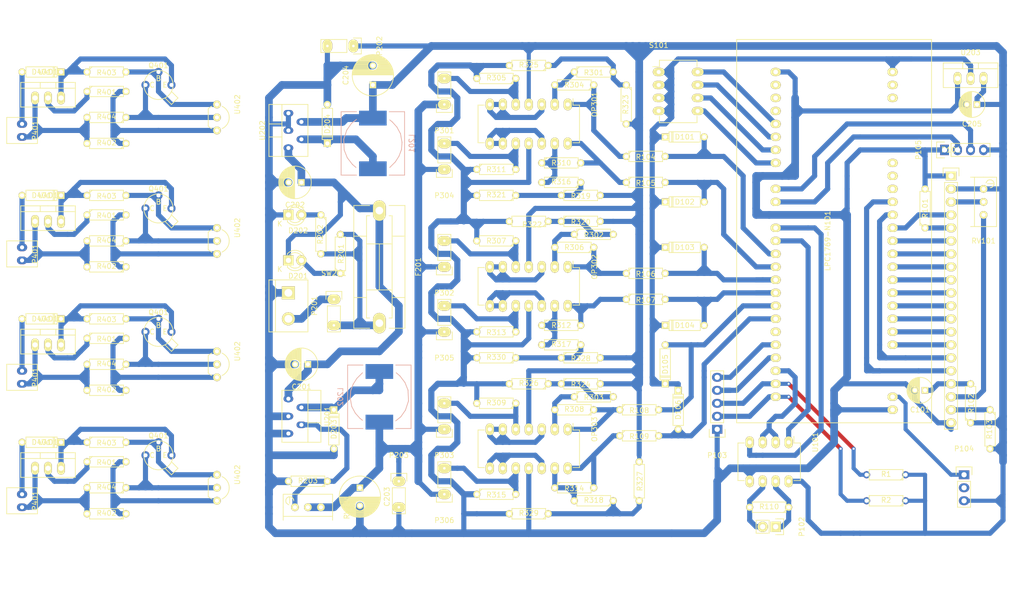
<source format=kicad_pcb>
(kicad_pcb (version 4) (host pcbnew 4.0.5+dfsg1-4)
  (layers (0 F.Cu signal) (31 B.Cu signal) (34 B.Paste user hide) (35 F.Paste user hide) (36 B.SilkS user) (37 F.SilkS user) (38 B.Mask user hide) (39 F.Mask user hide) (44 Edge.Cuts user hide))
  (net 0 "")
  (net 1 GND)
  (net 2 "/Fuente Alimentación/VIN_7/40V")
  (net 3 /VDD_Reg)
  (net 4 +5V)
  (net 5 /V_3v3)
  (net 6 /AD0-Canal-0)
  (net 7 /AD0-Canal-1)
  (net 8 /AD0-Canal-2)
  (net 9 /AD0-Canal-3)
  (net 10 /AD0-Canal-4)
  (net 11 /AD0-Canal-5)
  (net 12 /Rele_Cntr)
  (net 13 /RS845_Tx)
  (net 14 /RS845_Rx)
  (net 15 /RS485_RTS)
  (net 16 /GLCD_CS2)
  (net 17 /GLCD_CS1)
  (net 18 /GLCD_DI)
  (net 19 /GLCD_EN)
  (net 20 /GLCD_DB0)
  (net 21 /GLCD_DB1)
  (net 22 /GLCD_DB2)
  (net 23 /GLCD_DB3)
  (net 24 /GLCD_DB4)
  (net 25 /GLCD_DB5)
  (net 26 /GLCD_DB6)
  (net 27 /GLCD_DB7)
  (net 28 "/Transductores lazo de corriente/Loop-Out-2")
  (net 29 "/Transductores lazo de corriente/Loop-Out-1")
  (net 30 "/Transductores lazo de corriente/Loop-Out-4")
  (net 31 "/Transductores lazo de corriente/Loop-Out-3")
  (net 32 "/Transductores lazo de corriente/Loop-Out-6")
  (net 33 "/Transductores lazo de corriente/Loop-Out-5")
  (net 34 "Net-(C101-Pad1)")
  (net 35 "Net-(D201-Pad2)")
  (net 36 "Net-(D202-Pad2)")
  (net 37 "Net-(D203-Pad1)")
  (net 38 "Net-(D204-Pad1)")
  (net 39 "Net-(F201-Pad2)")
  (net 40 "Net-(OP301-Pad2)")
  (net 41 "Net-(OP301-Pad3)")
  (net 42 "Net-(OP301-Pad5)")
  (net 43 "Net-(OP301-Pad12)")
  (net 44 "Net-(OP301-Pad10)")
  (net 45 "Net-(OP301-Pad13)")
  (net 46 "Net-(OP302-Pad2)")
  (net 47 "Net-(OP302-Pad3)")
  (net 48 "Net-(OP302-Pad5)")
  (net 49 "Net-(OP302-Pad12)")
  (net 50 "Net-(OP302-Pad10)")
  (net 51 "Net-(OP302-Pad13)")
  (net 52 "Net-(OP303-Pad2)")
  (net 53 "Net-(OP303-Pad3)")
  (net 54 "Net-(OP303-Pad5)")
  (net 55 "Net-(OP303-Pad12)")
  (net 56 "Net-(OP303-Pad10)")
  (net 57 "Net-(OP303-Pad13)")
  (net 58 "Net-(P101-Pad3)")
  (net 59 "Net-(P101-Pad5)")
  (net 60 "Net-(P101-Pad18)")
  (net 61 "Net-(P101-Pad19)")
  (net 62 "Net-(P102-Pad1)")
  (net 63 "Net-(P102-Pad2)")
  (net 64 "Net-(P201-Pad2)")
  (net 65 "Net-(R203-Pad1)")
  (net 66 /Sensores_LM35/Loop_V+)
  (net 67 "Net-(D401-Pad2)")
  (net 68 /Sensores_LM35/Loop_V-)
  (net 69 /Sensores_LM35/LM35-out)
  (net 70 "Net-(Q401-Pad1)")
  (net 71 "Net-(R401-Pad1)")
  (net 72 "Net-(R401-Pad2)")
  (net 73 "/Transductores lazo de corriente/Voff_L1")
  (net 74 "/Transductores lazo de corriente/Voff_L3")
  (net 75 "/Transductores lazo de corriente/Voff_L5")
  (net 76 "/Transductores lazo de corriente/Voff_L2")
  (net 77 "/Transductores lazo de corriente/Voff_L4")
  (net 78 "/Transductores lazo de corriente/Voff_L6")
  (net 79 /Dip_SW_04)
  (net 80 /Dip_SW_03)
  (net 81 /Tecla_04)
  (net 82 /Dip_SW_02)
  (net 83 /Dip_SW_01)
  (net 84 /Tecla_03)
  (net 85 /Tecla_02)
  (net 86 /Tecla_01)
  (net 87 /Pin_Extra2)
  (net 88 /Pin_Extra1)
  (net 89 "Net-(LPC1769-N101-Pad2)")
  (net 90 "Net-(LPC1769-N101-Pad3)")
  (net 91 "Net-(LPC1769-N101-Pad4)")
  (net 92 "Net-(LPC1769-N101-Pad21)")
  (net 93 "Net-(LPC1769-N101-Pad29)")
  (net 94 "Net-(LPC1769-N101-Pad30)")
  (net 95 "Net-(LPC1769-N101-Pad35)")
  (net 96 "Net-(LPC1769-N101-Pad36)")
  (net 97 "Net-(LPC1769-N101-Pad37)")
  (net 98 "Net-(P104-Pad2)")
  (module Discret:R3 (layer F.Cu) (at 121.92 86.36 180)
    (fp_text reference R321 (at 0 0.127 180) (layer F.SilkS))
    (fp_text value L2-Ra2-1k)
    (pad 1 thru_hole circle (at -3.81 0 180) (size 1.397 1.397) (drill 0.8128) (layers *.Cu *.Mask F.SilkS) (net 76 "/Transductores lazo de corriente/Voff_L2"))
    (pad 2 thru_hole circle (at 3.81 0 180) (size 1.397 1.397) (drill 0.8128) (layers *.Cu *.Mask F.SilkS) (net 1 GND))
  )
  (module TO_SOT_Packages_THT:TO-92_Inline_Wide (layer F.Cu) (at 67.31 140.97 270)
    (fp_text reference U402 (at 0 -4 450) (layer F.SilkS))
    (fp_text value LM35)
    (pad 2 thru_hole circle (at 2.54 0) (size 1.524 1.524) (drill 0.8) (layers *.Cu *.Mask F.SilkS) (net 69 /Sensores_LM35/LM35-out))
    (pad 3 thru_hole circle (at 5.08 0) (size 1.524 1.524) (drill 0.8) (layers *.Cu *.Mask F.SilkS) (net 72 "Net-(R401-Pad2)"))
    (pad 1 thru_hole circle (at 0 0) (size 1.524 1.524) (drill 0.8) (layers *.Cu *.Mask F.SilkS) (net 70 "Net-(Q401-Pad1)"))
  )
  (module TO_SOT_Packages_THT:TO-220_Neutral123_Vertical (layer F.Cu) (at 34.29 139.7)
    (fp_text reference U401 (at 0 -5.08) (layer F.SilkS))
    (fp_text value LM317T)
    (pad 2 thru_hole oval (at 0 0 90) (size 2.49936 1.50114) (drill 1.00076) (layers *.Cu *.Mask F.SilkS) (net 71 "Net-(R401-Pad1)"))
    (pad 1 thru_hole oval (at -2.54 0 90) (size 2.49936 1.50114) (drill 1.00076) (layers *.Cu *.Mask F.SilkS) (net 68 /Sensores_LM35/Loop_V-))
    (pad 3 thru_hole oval (at 2.54 0 90) (size 2.49936 1.50114) (drill 1.00076) (layers *.Cu *.Mask F.SilkS) (net 66 /Sensores_LM35/Loop_V+))
  )
  (module Discret:R3 (layer F.Cu) (at 45.72 143.51 180)
    (fp_text reference R404 (at 0 0.127 180) (layer F.SilkS))
    (fp_text value 36)
    (pad 1 thru_hole circle (at -3.81 0 180) (size 1.397 1.397) (drill 0.8128) (layers *.Cu *.Mask F.SilkS) (net 69 /Sensores_LM35/LM35-out))
    (pad 2 thru_hole circle (at 3.81 0 180) (size 1.397 1.397) (drill 0.8128) (layers *.Cu *.Mask F.SilkS) (net 68 /Sensores_LM35/Loop_V-))
  )
  (module Discret:R3 (layer F.Cu) (at 45.72 134.62)
    (fp_text reference R403 (at 0 0.127) (layer F.SilkS))
    (fp_text value 4.7k)
    (pad 1 thru_hole circle (at -3.81 0) (size 1.397 1.397) (drill 0.8128) (layers *.Cu *.Mask F.SilkS) (net 66 /Sensores_LM35/Loop_V+))
    (pad 2 thru_hole circle (at 3.81 0) (size 1.397 1.397) (drill 0.8128) (layers *.Cu *.Mask F.SilkS) (net 70 "Net-(Q401-Pad1)"))
  )
  (module Discret:R3 (layer F.Cu) (at 45.72 148.59 180)
    (fp_text reference R402 (at 0 0.127 180) (layer F.SilkS))
    (fp_text value 120)
    (pad 1 thru_hole circle (at -3.81 0 180) (size 1.397 1.397) (drill 0.8128) (layers *.Cu *.Mask F.SilkS) (net 72 "Net-(R401-Pad2)"))
    (pad 2 thru_hole circle (at 3.81 0 180) (size 1.397 1.397) (drill 0.8128) (layers *.Cu *.Mask F.SilkS) (net 68 /Sensores_LM35/Loop_V-))
  )
  (module Discret:R3 (layer F.Cu) (at 45.72 138.43)
    (fp_text reference R401 (at 0 0.127) (layer F.SilkS))
    (fp_text value 330)
    (pad 1 thru_hole circle (at -3.81 0) (size 1.397 1.397) (drill 0.8128) (layers *.Cu *.Mask F.SilkS) (net 71 "Net-(R401-Pad1)"))
    (pad 2 thru_hole circle (at 3.81 0) (size 1.397 1.397) (drill 0.8128) (layers *.Cu *.Mask F.SilkS) (net 72 "Net-(R401-Pad2)"))
  )
  (module mis-footprint:TBJ-To18 (layer F.Cu) (at 55.88 137.16)
    (fp_text reference Q401 (at 0 -3.81) (layer F.SilkS))
    (fp_text value 2N2907)
    (fp_text user E (at 1.27 0) (layer F.SilkS))
    (fp_text user C (at -1.27 0) (layer F.SilkS))
    (fp_text user B (at 0 -1.27) (layer F.SilkS))
    (pad 3 thru_hole circle (at 2.54 0) (size 1.6 1.6) (drill 0.8) (layers *.Cu *.Mask) (net 66 /Sensores_LM35/Loop_V+))
    (pad 2 thru_hole circle (at -2.54 0) (size 1.6 1.6) (drill 0.8) (layers *.Cu *.Mask) (net 69 /Sensores_LM35/LM35-out))
    (pad 1 thru_hole circle (at 0 -2.54) (size 1.6 1.6) (drill 0.8) (layers *.Cu *.Mask) (net 70 "Net-(Q401-Pad1)"))
  )
  (module mis-footprint:Pin-1x2 (layer F.Cu) (at 29.21 146.05 90)
    (fp_text reference P401 (at 0 2.54 90) (layer F.SilkS))
    (fp_text value Loop_IN)
    (pad 1 thru_hole oval (at -1.27 0 90) (size 1.5 2) (drill 0.8) (layers *.Cu *.Mask) (net 68 /Sensores_LM35/Loop_V-))
    (pad 2 thru_hole oval (at 1.27 0 90) (size 1.5 2) (drill 0.8) (layers *.Cu *.Mask) (net 67 "Net-(D401-Pad2)"))
  )
  (module Discret:D3 (layer F.Cu) (at 33.02 134.62)
    (fp_text reference D401 (at 0 0) (layer F.SilkS))
    (fp_text value 1N4007)
    (pad 1 thru_hole rect (at 3.81 0) (size 1.397 1.397) (drill 0.8128) (layers *.Cu *.Mask F.SilkS) (net 66 /Sensores_LM35/Loop_V+))
    (pad 2 thru_hole circle (at -3.81 0) (size 1.397 1.397) (drill 0.8128) (layers *.Cu *.Mask F.SilkS) (net 67 "Net-(D401-Pad2)"))
  )
  (module Discret:D3 (layer F.Cu) (at 33.02 110.49)
    (fp_text reference D401 (at 0 0) (layer F.SilkS))
    (fp_text value 1N4007)
    (pad 1 thru_hole rect (at 3.81 0) (size 1.397 1.397) (drill 0.8128) (layers *.Cu *.Mask F.SilkS) (net 66 /Sensores_LM35/Loop_V+))
    (pad 2 thru_hole circle (at -3.81 0) (size 1.397 1.397) (drill 0.8128) (layers *.Cu *.Mask F.SilkS) (net 67 "Net-(D401-Pad2)"))
  )
  (module mis-footprint:Pin-1x2 (layer F.Cu) (at 29.21 121.92 90)
    (fp_text reference P401 (at 0 2.54 90) (layer F.SilkS))
    (fp_text value Loop_IN)
    (pad 1 thru_hole oval (at -1.27 0 90) (size 1.5 2) (drill 0.8) (layers *.Cu *.Mask) (net 68 /Sensores_LM35/Loop_V-))
    (pad 2 thru_hole oval (at 1.27 0 90) (size 1.5 2) (drill 0.8) (layers *.Cu *.Mask) (net 67 "Net-(D401-Pad2)"))
  )
  (module mis-footprint:TBJ-To18 (layer F.Cu) (at 55.88 113.03)
    (fp_text reference Q401 (at 0 -3.81) (layer F.SilkS))
    (fp_text value 2N2907)
    (fp_text user E (at 1.27 0) (layer F.SilkS))
    (fp_text user C (at -1.27 0) (layer F.SilkS))
    (fp_text user B (at 0 -1.27) (layer F.SilkS))
    (pad 3 thru_hole circle (at 2.54 0) (size 1.6 1.6) (drill 0.8) (layers *.Cu *.Mask) (net 66 /Sensores_LM35/Loop_V+))
    (pad 2 thru_hole circle (at -2.54 0) (size 1.6 1.6) (drill 0.8) (layers *.Cu *.Mask) (net 69 /Sensores_LM35/LM35-out))
    (pad 1 thru_hole circle (at 0 -2.54) (size 1.6 1.6) (drill 0.8) (layers *.Cu *.Mask) (net 70 "Net-(Q401-Pad1)"))
  )
  (module Discret:R3 (layer F.Cu) (at 45.72 114.3)
    (fp_text reference R401 (at 0 0.127) (layer F.SilkS))
    (fp_text value 330)
    (pad 1 thru_hole circle (at -3.81 0) (size 1.397 1.397) (drill 0.8128) (layers *.Cu *.Mask F.SilkS) (net 71 "Net-(R401-Pad1)"))
    (pad 2 thru_hole circle (at 3.81 0) (size 1.397 1.397) (drill 0.8128) (layers *.Cu *.Mask F.SilkS) (net 72 "Net-(R401-Pad2)"))
  )
  (module Discret:R3 (layer F.Cu) (at 45.72 124.46 180)
    (fp_text reference R402 (at 0 0.127 180) (layer F.SilkS))
    (fp_text value 120)
    (pad 1 thru_hole circle (at -3.81 0 180) (size 1.397 1.397) (drill 0.8128) (layers *.Cu *.Mask F.SilkS) (net 72 "Net-(R401-Pad2)"))
    (pad 2 thru_hole circle (at 3.81 0 180) (size 1.397 1.397) (drill 0.8128) (layers *.Cu *.Mask F.SilkS) (net 68 /Sensores_LM35/Loop_V-))
  )
  (module Discret:R3 (layer F.Cu) (at 45.72 110.49)
    (fp_text reference R403 (at 0 0.127) (layer F.SilkS))
    (fp_text value 4.7k)
    (pad 1 thru_hole circle (at -3.81 0) (size 1.397 1.397) (drill 0.8128) (layers *.Cu *.Mask F.SilkS) (net 66 /Sensores_LM35/Loop_V+))
    (pad 2 thru_hole circle (at 3.81 0) (size 1.397 1.397) (drill 0.8128) (layers *.Cu *.Mask F.SilkS) (net 70 "Net-(Q401-Pad1)"))
  )
  (module Discret:R3 (layer F.Cu) (at 45.72 119.38 180)
    (fp_text reference R404 (at 0 0.127 180) (layer F.SilkS))
    (fp_text value 36)
    (pad 1 thru_hole circle (at -3.81 0 180) (size 1.397 1.397) (drill 0.8128) (layers *.Cu *.Mask F.SilkS) (net 69 /Sensores_LM35/LM35-out))
    (pad 2 thru_hole circle (at 3.81 0 180) (size 1.397 1.397) (drill 0.8128) (layers *.Cu *.Mask F.SilkS) (net 68 /Sensores_LM35/Loop_V-))
  )
  (module TO_SOT_Packages_THT:TO-220_Neutral123_Vertical (layer F.Cu) (at 34.29 115.57)
    (fp_text reference U401 (at 0 -5.08) (layer F.SilkS))
    (fp_text value LM317T)
    (pad 2 thru_hole oval (at 0 0 90) (size 2.49936 1.50114) (drill 1.00076) (layers *.Cu *.Mask F.SilkS) (net 71 "Net-(R401-Pad1)"))
    (pad 1 thru_hole oval (at -2.54 0 90) (size 2.49936 1.50114) (drill 1.00076) (layers *.Cu *.Mask F.SilkS) (net 68 /Sensores_LM35/Loop_V-))
    (pad 3 thru_hole oval (at 2.54 0 90) (size 2.49936 1.50114) (drill 1.00076) (layers *.Cu *.Mask F.SilkS) (net 66 /Sensores_LM35/Loop_V+))
  )
  (module TO_SOT_Packages_THT:TO-92_Inline_Wide (layer F.Cu) (at 67.31 116.84 270)
    (fp_text reference U402 (at 0 -4 450) (layer F.SilkS))
    (fp_text value LM35)
    (pad 2 thru_hole circle (at 2.54 0) (size 1.524 1.524) (drill 0.8) (layers *.Cu *.Mask F.SilkS) (net 69 /Sensores_LM35/LM35-out))
    (pad 3 thru_hole circle (at 5.08 0) (size 1.524 1.524) (drill 0.8) (layers *.Cu *.Mask F.SilkS) (net 72 "Net-(R401-Pad2)"))
    (pad 1 thru_hole circle (at 0 0) (size 1.524 1.524) (drill 0.8) (layers *.Cu *.Mask F.SilkS) (net 70 "Net-(Q401-Pad1)"))
  )
  (module TO_SOT_Packages_THT:TO-92_Inline_Wide (layer F.Cu) (at 67.31 68.58 270)
    (fp_text reference U402 (at 0 -4 450) (layer F.SilkS))
    (fp_text value LM35)
    (pad 2 thru_hole circle (at 2.54 0) (size 1.524 1.524) (drill 0.8) (layers *.Cu *.Mask F.SilkS) (net 69 /Sensores_LM35/LM35-out))
    (pad 3 thru_hole circle (at 5.08 0) (size 1.524 1.524) (drill 0.8) (layers *.Cu *.Mask F.SilkS) (net 72 "Net-(R401-Pad2)"))
    (pad 1 thru_hole circle (at 0 0) (size 1.524 1.524) (drill 0.8) (layers *.Cu *.Mask F.SilkS) (net 70 "Net-(Q401-Pad1)"))
  )
  (module TO_SOT_Packages_THT:TO-220_Neutral123_Vertical (layer F.Cu) (at 34.29 67.31)
    (fp_text reference U401 (at 0 -5.08) (layer F.SilkS))
    (fp_text value LM317T)
    (pad 2 thru_hole oval (at 0 0 90) (size 2.49936 1.50114) (drill 1.00076) (layers *.Cu *.Mask F.SilkS) (net 71 "Net-(R401-Pad1)"))
    (pad 1 thru_hole oval (at -2.54 0 90) (size 2.49936 1.50114) (drill 1.00076) (layers *.Cu *.Mask F.SilkS) (net 68 /Sensores_LM35/Loop_V-))
    (pad 3 thru_hole oval (at 2.54 0 90) (size 2.49936 1.50114) (drill 1.00076) (layers *.Cu *.Mask F.SilkS) (net 66 /Sensores_LM35/Loop_V+))
  )
  (module Discret:R3 (layer F.Cu) (at 45.72 71.12 180)
    (fp_text reference R404 (at 0 0.127 180) (layer F.SilkS))
    (fp_text value 36)
    (pad 1 thru_hole circle (at -3.81 0 180) (size 1.397 1.397) (drill 0.8128) (layers *.Cu *.Mask F.SilkS) (net 69 /Sensores_LM35/LM35-out))
    (pad 2 thru_hole circle (at 3.81 0 180) (size 1.397 1.397) (drill 0.8128) (layers *.Cu *.Mask F.SilkS) (net 68 /Sensores_LM35/Loop_V-))
  )
  (module Discret:R3 (layer F.Cu) (at 45.72 62.23)
    (fp_text reference R403 (at 0 0.127) (layer F.SilkS))
    (fp_text value 4.7k)
    (pad 1 thru_hole circle (at -3.81 0) (size 1.397 1.397) (drill 0.8128) (layers *.Cu *.Mask F.SilkS) (net 66 /Sensores_LM35/Loop_V+))
    (pad 2 thru_hole circle (at 3.81 0) (size 1.397 1.397) (drill 0.8128) (layers *.Cu *.Mask F.SilkS) (net 70 "Net-(Q401-Pad1)"))
  )
  (module Discret:R3 (layer F.Cu) (at 45.72 76.2 180)
    (fp_text reference R402 (at 0 0.127 180) (layer F.SilkS))
    (fp_text value 120)
    (pad 1 thru_hole circle (at -3.81 0 180) (size 1.397 1.397) (drill 0.8128) (layers *.Cu *.Mask F.SilkS) (net 72 "Net-(R401-Pad2)"))
    (pad 2 thru_hole circle (at 3.81 0 180) (size 1.397 1.397) (drill 0.8128) (layers *.Cu *.Mask F.SilkS) (net 68 /Sensores_LM35/Loop_V-))
  )
  (module Discret:R3 (layer F.Cu) (at 45.72 66.04)
    (fp_text reference R401 (at 0 0.127) (layer F.SilkS))
    (fp_text value 330)
    (pad 1 thru_hole circle (at -3.81 0) (size 1.397 1.397) (drill 0.8128) (layers *.Cu *.Mask F.SilkS) (net 71 "Net-(R401-Pad1)"))
    (pad 2 thru_hole circle (at 3.81 0) (size 1.397 1.397) (drill 0.8128) (layers *.Cu *.Mask F.SilkS) (net 72 "Net-(R401-Pad2)"))
  )
  (module mis-footprint:TBJ-To18 (layer F.Cu) (at 55.88 64.77)
    (fp_text reference Q401 (at 0 -3.81) (layer F.SilkS))
    (fp_text value 2N2907)
    (fp_text user E (at 1.27 0) (layer F.SilkS))
    (fp_text user C (at -1.27 0) (layer F.SilkS))
    (fp_text user B (at 0 -1.27) (layer F.SilkS))
    (pad 3 thru_hole circle (at 2.54 0) (size 1.6 1.6) (drill 0.8) (layers *.Cu *.Mask) (net 66 /Sensores_LM35/Loop_V+))
    (pad 2 thru_hole circle (at -2.54 0) (size 1.6 1.6) (drill 0.8) (layers *.Cu *.Mask) (net 69 /Sensores_LM35/LM35-out))
    (pad 1 thru_hole circle (at 0 -2.54) (size 1.6 1.6) (drill 0.8) (layers *.Cu *.Mask) (net 70 "Net-(Q401-Pad1)"))
  )
  (module mis-footprint:Pin-1x2 (layer F.Cu) (at 29.21 73.66 90)
    (fp_text reference P401 (at 0 2.54 90) (layer F.SilkS))
    (fp_text value Loop_IN)
    (pad 1 thru_hole oval (at -1.27 0 90) (size 1.5 2) (drill 0.8) (layers *.Cu *.Mask) (net 68 /Sensores_LM35/Loop_V-))
    (pad 2 thru_hole oval (at 1.27 0 90) (size 1.5 2) (drill 0.8) (layers *.Cu *.Mask) (net 67 "Net-(D401-Pad2)"))
  )
  (module Discret:D3 (layer F.Cu) (at 33.02 62.23)
    (fp_text reference D401 (at 0 0) (layer F.SilkS))
    (fp_text value 1N4007)
    (pad 1 thru_hole rect (at 3.81 0) (size 1.397 1.397) (drill 0.8128) (layers *.Cu *.Mask F.SilkS) (net 66 /Sensores_LM35/Loop_V+))
    (pad 2 thru_hole circle (at -3.81 0) (size 1.397 1.397) (drill 0.8128) (layers *.Cu *.Mask F.SilkS) (net 67 "Net-(D401-Pad2)"))
  )
  (module Discret:D3 (layer F.Cu) (at 33.02 86.36)
    (fp_text reference D401 (at 0 0) (layer F.SilkS))
    (fp_text value 1N4007)
    (pad 1 thru_hole rect (at 3.81 0) (size 1.397 1.397) (drill 0.8128) (layers *.Cu *.Mask F.SilkS) (net 66 /Sensores_LM35/Loop_V+))
    (pad 2 thru_hole circle (at -3.81 0) (size 1.397 1.397) (drill 0.8128) (layers *.Cu *.Mask F.SilkS) (net 67 "Net-(D401-Pad2)"))
  )
  (module mis-footprint:Pin-1x2 (layer F.Cu) (at 29.21 97.79 90)
    (fp_text reference P401 (at 0 2.54 90) (layer F.SilkS))
    (fp_text value Loop_IN)
    (pad 1 thru_hole oval (at -1.27 0 90) (size 1.5 2) (drill 0.8) (layers *.Cu *.Mask) (net 68 /Sensores_LM35/Loop_V-))
    (pad 2 thru_hole oval (at 1.27 0 90) (size 1.5 2) (drill 0.8) (layers *.Cu *.Mask) (net 67 "Net-(D401-Pad2)"))
  )
  (module mis-footprint:TBJ-To18 (layer F.Cu) (at 55.88 88.9)
    (fp_text reference Q401 (at 0 -3.81) (layer F.SilkS))
    (fp_text value 2N2907)
    (fp_text user E (at 1.27 0) (layer F.SilkS))
    (fp_text user C (at -1.27 0) (layer F.SilkS))
    (fp_text user B (at 0 -1.27) (layer F.SilkS))
    (pad 3 thru_hole circle (at 2.54 0) (size 1.6 1.6) (drill 0.8) (layers *.Cu *.Mask) (net 66 /Sensores_LM35/Loop_V+))
    (pad 2 thru_hole circle (at -2.54 0) (size 1.6 1.6) (drill 0.8) (layers *.Cu *.Mask) (net 69 /Sensores_LM35/LM35-out))
    (pad 1 thru_hole circle (at 0 -2.54) (size 1.6 1.6) (drill 0.8) (layers *.Cu *.Mask) (net 70 "Net-(Q401-Pad1)"))
  )
  (module Discret:R3 (layer F.Cu) (at 45.72 90.17)
    (fp_text reference R401 (at 0 0.127) (layer F.SilkS))
    (fp_text value 330)
    (pad 1 thru_hole circle (at -3.81 0) (size 1.397 1.397) (drill 0.8128) (layers *.Cu *.Mask F.SilkS) (net 71 "Net-(R401-Pad1)"))
    (pad 2 thru_hole circle (at 3.81 0) (size 1.397 1.397) (drill 0.8128) (layers *.Cu *.Mask F.SilkS) (net 72 "Net-(R401-Pad2)"))
  )
  (module Discret:R3 (layer F.Cu) (at 45.72 100.33 180)
    (fp_text reference R402 (at 0 0.127 180) (layer F.SilkS))
    (fp_text value 120)
    (pad 1 thru_hole circle (at -3.81 0 180) (size 1.397 1.397) (drill 0.8128) (layers *.Cu *.Mask F.SilkS) (net 72 "Net-(R401-Pad2)"))
    (pad 2 thru_hole circle (at 3.81 0 180) (size 1.397 1.397) (drill 0.8128) (layers *.Cu *.Mask F.SilkS) (net 68 /Sensores_LM35/Loop_V-))
  )
  (module Discret:R3 (layer F.Cu) (at 45.72 86.36)
    (fp_text reference R403 (at 0 0.127) (layer F.SilkS))
    (fp_text value 4.7k)
    (pad 1 thru_hole circle (at -3.81 0) (size 1.397 1.397) (drill 0.8128) (layers *.Cu *.Mask F.SilkS) (net 66 /Sensores_LM35/Loop_V+))
    (pad 2 thru_hole circle (at 3.81 0) (size 1.397 1.397) (drill 0.8128) (layers *.Cu *.Mask F.SilkS) (net 70 "Net-(Q401-Pad1)"))
  )
  (module Discret:R3 (layer F.Cu) (at 45.72 95.25 180)
    (fp_text reference R404 (at 0 0.127 180) (layer F.SilkS))
    (fp_text value 36)
    (pad 1 thru_hole circle (at -3.81 0 180) (size 1.397 1.397) (drill 0.8128) (layers *.Cu *.Mask F.SilkS) (net 69 /Sensores_LM35/LM35-out))
    (pad 2 thru_hole circle (at 3.81 0 180) (size 1.397 1.397) (drill 0.8128) (layers *.Cu *.Mask F.SilkS) (net 68 /Sensores_LM35/Loop_V-))
  )
  (module TO_SOT_Packages_THT:TO-220_Neutral123_Vertical (layer F.Cu) (at 34.29 91.44)
    (fp_text reference U401 (at 0 -5.08) (layer F.SilkS))
    (fp_text value LM317T)
    (pad 2 thru_hole oval (at 0 0 90) (size 2.49936 1.50114) (drill 1.00076) (layers *.Cu *.Mask F.SilkS) (net 71 "Net-(R401-Pad1)"))
    (pad 1 thru_hole oval (at -2.54 0 90) (size 2.49936 1.50114) (drill 1.00076) (layers *.Cu *.Mask F.SilkS) (net 68 /Sensores_LM35/Loop_V-))
    (pad 3 thru_hole oval (at 2.54 0 90) (size 2.49936 1.50114) (drill 1.00076) (layers *.Cu *.Mask F.SilkS) (net 66 /Sensores_LM35/Loop_V+))
  )
  (module TO_SOT_Packages_THT:TO-92_Inline_Wide (layer F.Cu) (at 67.31 92.71 270)
    (fp_text reference U402 (at 0 -4 450) (layer F.SilkS))
    (fp_text value LM35)
    (pad 2 thru_hole circle (at 2.54 0) (size 1.524 1.524) (drill 0.8) (layers *.Cu *.Mask F.SilkS) (net 69 /Sensores_LM35/LM35-out))
    (pad 3 thru_hole circle (at 5.08 0) (size 1.524 1.524) (drill 0.8) (layers *.Cu *.Mask F.SilkS) (net 72 "Net-(R401-Pad2)"))
    (pad 1 thru_hole circle (at 0 0) (size 1.524 1.524) (drill 0.8) (layers *.Cu *.Mask F.SilkS) (net 70 "Net-(Q401-Pad1)"))
  )
  (module Discret:D3 (layer F.Cu) (at 158.75 87.63 180)
    (fp_text reference D102 (at 0 0 180) (layer F.SilkS))
    (fp_text value Dp-1N5817-L2)
    (pad 1 thru_hole rect (at 3.81 0 180) (size 1.397 1.397) (drill 0.8128) (layers *.Cu *.Mask F.SilkS) (net 5 /V_3v3))
    (pad 2 thru_hole circle (at -3.81 0 180) (size 1.397 1.397) (drill 0.8128) (layers *.Cu *.Mask F.SilkS) (net 7 /AD0-Canal-1))
  )
  (module Discret:R3 (layer F.Cu) (at 137.16 128.27 180)
    (fp_text reference R308 (at 0 0.127 180) (layer F.SilkS))
    (fp_text value L5-RG2-1k2)
    (pad 1 thru_hole circle (at -3.81 0 180) (size 1.397 1.397) (drill 0.8128) (layers *.Cu *.Mask F.SilkS) (net 33 "/Transductores lazo de corriente/Loop-Out-5"))
    (pad 2 thru_hole circle (at 3.81 0 180) (size 1.397 1.397) (drill 0.8128) (layers *.Cu *.Mask F.SilkS) (net 52 "Net-(OP303-Pad2)"))
  )
  (module mis-footprint:Pin_1x2_Paso (layer F.Cu) (at 111.76 110.49 180)
    (fp_text reference P305 (at 0 -7.64 180) (layer F.SilkS))
    (fp_text value L4-IN)
    (pad 1 thru_hole oval (at 0 -2.54 180) (size 2.54 1.9) (drill 0.5) (layers *.Cu *.Mask F.SilkS) (net 3 /VDD_Reg))
    (pad 2 thru_hole oval (at 0 2.54 180) (size 2.54 1.9) (drill 0.5) (layers *.Cu *.Mask F.SilkS) (net 50 "Net-(OP302-Pad10)"))
  )
  (module Capacitors_ThroughHole:C_Radial_D5_L11_P2 (layer F.Cu) (at 205.74 124.46 180)
    (fp_text reference C101 (at 1 -3.8 180) (layer F.SilkS))
    (fp_text value GLCD-100uF)
    (pad 1 thru_hole rect (at 0 0 180) (size 1.3 1.3) (drill 0.8) (layers *.Cu *.Mask F.SilkS) (net 34 "Net-(C101-Pad1)"))
    (pad 2 thru_hole circle (at 2 0 180) (size 1.3 1.3) (drill 0.8) (layers *.Cu *.Mask F.SilkS) (net 1 GND))
  )
  (module Capacitors_ThroughHole:C_Radial_D6.3_L11.2_P2.5 (layer F.Cu) (at 85.09 119.38 180)
    (fp_text reference C201 (at 1.25 -4.4 180) (layer F.SilkS))
    (fp_text value "ADJ_100uF(25v)")
    (pad 2 thru_hole circle (at 2.5 0 180) (size 1.3 1.3) (drill 0.8) (layers *.Cu *.Mask F.SilkS) (net 1 GND))
    (pad 1 thru_hole rect (at 0 0 180) (size 1.3 1.3) (drill 0.8) (layers *.Cu *.Mask F.SilkS) (net 2 "/Fuente Alimentación/VIN_7/40V"))
  )
  (module Capacitors_ThroughHole:C_Radial_D6.3_L11.2_P2.5 (layer F.Cu) (at 83.82 83.82 180)
    (fp_text reference C202 (at 1.25 -4.4 180) (layer F.SilkS))
    (fp_text value "5v_100uF(25v)")
    (pad 2 thru_hole circle (at 2.5 0 180) (size 1.3 1.3) (drill 0.8) (layers *.Cu *.Mask F.SilkS) (net 1 GND))
    (pad 1 thru_hole rect (at 0 0 180) (size 1.3 1.3) (drill 0.8) (layers *.Cu *.Mask F.SilkS) (net 2 "/Fuente Alimentación/VIN_7/40V"))
  )
  (module Capacitors_ThroughHole:C_Radial_D8_L11.5_P3.5 (layer F.Cu) (at 95.25 143.51 270)
    (fp_text reference C203 (at 1.75 -5.3 270) (layer F.SilkS))
    (fp_text value "ADJ_330uF(25v)")
    (pad 2 thru_hole circle (at 3.5 0 270) (size 1.3 1.3) (drill 0.8) (layers *.Cu *.Mask F.SilkS) (net 1 GND))
    (pad 1 thru_hole rect (at 0 0 270) (size 1.3 1.3) (drill 0.8) (layers *.Cu *.Mask F.SilkS) (net 3 /VDD_Reg))
  )
  (module Capacitors_ThroughHole:C_Radial_D8_L13_P3.8 (layer F.Cu) (at 97.79 64.77 90)
    (fp_text reference C204 (at 1.9 -5.3 90) (layer F.SilkS))
    (fp_text value 5v_330uF)
    (pad 1 thru_hole rect (at 0 0 90) (size 1.3 1.3) (drill 0.8) (layers *.Cu *.Mask F.SilkS) (net 4 +5V))
    (pad 2 thru_hole circle (at 3.8 0 90) (size 1.3 1.3) (drill 0.8) (layers *.Cu *.Mask F.SilkS) (net 1 GND))
  )
  (module Capacitors_ThroughHole:C_Radial_D5_L11_P2 (layer F.Cu) (at 215.9 68.58 180)
    (fp_text reference C205 (at 1 -3.8 180) (layer F.SilkS))
    (fp_text value 3v3_100uF)
    (pad 1 thru_hole rect (at 0 0 180) (size 1.3 1.3) (drill 0.8) (layers *.Cu *.Mask F.SilkS) (net 4 +5V))
    (pad 2 thru_hole circle (at 2 0 180) (size 1.3 1.3) (drill 0.8) (layers *.Cu *.Mask F.SilkS) (net 1 GND))
  )
  (module Discret:D3 (layer F.Cu) (at 158.75 74.93 180)
    (fp_text reference D101 (at 0 0 180) (layer F.SilkS))
    (fp_text value Dp-1N5817-L1)
    (pad 1 thru_hole rect (at 3.81 0 180) (size 1.397 1.397) (drill 0.8128) (layers *.Cu *.Mask F.SilkS) (net 5 /V_3v3))
    (pad 2 thru_hole circle (at -3.81 0 180) (size 1.397 1.397) (drill 0.8128) (layers *.Cu *.Mask F.SilkS) (net 6 /AD0-Canal-0))
  )
  (module Discret:D3 (layer F.Cu) (at 158.75 96.52 180)
    (fp_text reference D103 (at 0 0 180) (layer F.SilkS))
    (fp_text value Dp-1N5817-L3)
    (pad 1 thru_hole rect (at 3.81 0 180) (size 1.397 1.397) (drill 0.8128) (layers *.Cu *.Mask F.SilkS) (net 5 /V_3v3))
    (pad 2 thru_hole circle (at -3.81 0 180) (size 1.397 1.397) (drill 0.8128) (layers *.Cu *.Mask F.SilkS) (net 8 /AD0-Canal-2))
  )
  (module Discret:D3 (layer F.Cu) (at 158.75 111.76 180)
    (fp_text reference D104 (at 0 0 180) (layer F.SilkS))
    (fp_text value Dp-1N5817-L4)
    (pad 1 thru_hole rect (at 3.81 0 180) (size 1.397 1.397) (drill 0.8128) (layers *.Cu *.Mask F.SilkS) (net 5 /V_3v3))
    (pad 2 thru_hole circle (at -3.81 0 180) (size 1.397 1.397) (drill 0.8128) (layers *.Cu *.Mask F.SilkS) (net 9 /AD0-Canal-3))
  )
  (module Discret:D3 (layer F.Cu) (at 154.94 119.38 270)
    (fp_text reference D105 (at 0 0 270) (layer F.SilkS))
    (fp_text value Dp-1N5817-L5)
    (pad 1 thru_hole rect (at 3.81 0 270) (size 1.397 1.397) (drill 0.8128) (layers *.Cu *.Mask F.SilkS) (net 5 /V_3v3))
    (pad 2 thru_hole circle (at -3.81 0 270) (size 1.397 1.397) (drill 0.8128) (layers *.Cu *.Mask F.SilkS) (net 10 /AD0-Canal-4))
  )
  (module Discret:D3 (layer F.Cu) (at 157.48 128.27 90)
    (fp_text reference D106 (at 0 0 90) (layer F.SilkS))
    (fp_text value Dp-1N5817-L6)
    (pad 1 thru_hole rect (at 3.81 0 90) (size 1.397 1.397) (drill 0.8128) (layers *.Cu *.Mask F.SilkS) (net 5 /V_3v3))
    (pad 2 thru_hole circle (at -3.81 0 90) (size 1.397 1.397) (drill 0.8128) (layers *.Cu *.Mask F.SilkS) (net 11 /AD0-Canal-5))
  )
  (module Discret:D3 (layer F.Cu) (at 90.17 132.08 90)
    (fp_text reference D203 (at 0 0 90) (layer F.SilkS))
    (fp_text value ADJ_1N5819)
    (pad 1 thru_hole rect (at 3.81 0 90) (size 1.397 1.397) (drill 0.8128) (layers *.Cu *.Mask F.SilkS) (net 37 "Net-(D203-Pad1)"))
    (pad 2 thru_hole circle (at -3.81 0 90) (size 1.397 1.397) (drill 0.8128) (layers *.Cu *.Mask F.SilkS) (net 1 GND))
  )
  (module Discret:D3 (layer F.Cu) (at 88.9 72.39 270)
    (fp_text reference D204 (at 0 0 270) (layer F.SilkS))
    (fp_text value 5v_1N5819)
    (pad 1 thru_hole rect (at 3.81 0 270) (size 1.397 1.397) (drill 0.8128) (layers *.Cu *.Mask F.SilkS) (net 38 "Net-(D204-Pad1)"))
    (pad 2 thru_hole circle (at -3.81 0 270) (size 1.397 1.397) (drill 0.8128) (layers *.Cu *.Mask F.SilkS) (net 1 GND))
  )
  (module Inductors_NEOSID:Neosid_Inductor_SM-NE127 (layer B.Cu) (at 97.79 76.2 90)
    (fp_text reference L201 (at 0 7.59968 90) (layer B.SilkS) (effects (justify mirror)))
    (fp_text value 5v_330uH)
    (pad 2 smd rect (at 4.95046 0 90) (size 2.90068 5.40004) (layers B.Cu B.Paste B.Mask) (net 4 +5V))
    (pad 1 smd rect (at -4.95046 0 90) (size 2.90068 5.40004) (layers B.Cu B.Paste B.Mask) (net 38 "Net-(D204-Pad1)"))
  )
  (module Inductors_NEOSID:Neosid_Inductor_SM-NE127 (layer B.Cu) (at 99.06 125.73 270)
    (fp_text reference L202 (at 0 7.59968 270) (layer B.SilkS) (effects (justify mirror)))
    (fp_text value ADJ_330uH)
    (pad 2 smd rect (at 4.95046 0 270) (size 2.90068 5.40004) (layers B.Cu B.Paste B.Mask) (net 3 /VDD_Reg))
    (pad 1 smd rect (at -4.95046 0 270) (size 2.90068 5.40004) (layers B.Cu B.Paste B.Mask) (net 37 "Net-(D203-Pad1)"))
  )
  (module Pin_Headers:Pin_Header_Straight_1x20 (layer F.Cu) (at 210.82 82.55)
    (fp_text reference P101 (at 0 -5.1) (layer F.SilkS))
    (fp_text value WG12864A-GLCD)
    (pad 1 thru_hole rect (at 0 0) (size 2.032 1.7272) (drill 1.016) (layers *.Cu *.Mask F.SilkS) (net 1 GND))
    (pad 2 thru_hole oval (at 0 2.54) (size 2.032 1.7272) (drill 1.016) (layers *.Cu *.Mask F.SilkS) (net 4 +5V))
    (pad 3 thru_hole oval (at 0 5.08) (size 2.032 1.7272) (drill 1.016) (layers *.Cu *.Mask F.SilkS) (net 58 "Net-(P101-Pad3)"))
    (pad 4 thru_hole oval (at 0 7.62) (size 2.032 1.7272) (drill 1.016) (layers *.Cu *.Mask F.SilkS) (net 18 /GLCD_DI))
    (pad 5 thru_hole oval (at 0 10.16) (size 2.032 1.7272) (drill 1.016) (layers *.Cu *.Mask F.SilkS) (net 59 "Net-(P101-Pad5)"))
    (pad 6 thru_hole oval (at 0 12.7) (size 2.032 1.7272) (drill 1.016) (layers *.Cu *.Mask F.SilkS) (net 19 /GLCD_EN))
    (pad 7 thru_hole oval (at 0 15.24) (size 2.032 1.7272) (drill 1.016) (layers *.Cu *.Mask F.SilkS) (net 20 /GLCD_DB0))
    (pad 8 thru_hole oval (at 0 17.78) (size 2.032 1.7272) (drill 1.016) (layers *.Cu *.Mask F.SilkS) (net 21 /GLCD_DB1))
    (pad 9 thru_hole oval (at 0 20.32) (size 2.032 1.7272) (drill 1.016) (layers *.Cu *.Mask F.SilkS) (net 22 /GLCD_DB2))
    (pad 10 thru_hole oval (at 0 22.86) (size 2.032 1.7272) (drill 1.016) (layers *.Cu *.Mask F.SilkS) (net 23 /GLCD_DB3))
    (pad 11 thru_hole oval (at 0 25.4) (size 2.032 1.7272) (drill 1.016) (layers *.Cu *.Mask F.SilkS) (net 24 /GLCD_DB4))
    (pad 12 thru_hole oval (at 0 27.94) (size 2.032 1.7272) (drill 1.016) (layers *.Cu *.Mask F.SilkS) (net 25 /GLCD_DB5))
    (pad 13 thru_hole oval (at 0 30.48) (size 2.032 1.7272) (drill 1.016) (layers *.Cu *.Mask F.SilkS) (net 26 /GLCD_DB6))
    (pad 14 thru_hole oval (at 0 33.02) (size 2.032 1.7272) (drill 1.016) (layers *.Cu *.Mask F.SilkS) (net 27 /GLCD_DB7))
    (pad 15 thru_hole oval (at 0 35.56) (size 2.032 1.7272) (drill 1.016) (layers *.Cu *.Mask F.SilkS) (net 17 /GLCD_CS1))
    (pad 16 thru_hole oval (at 0 38.1) (size 2.032 1.7272) (drill 1.016) (layers *.Cu *.Mask F.SilkS) (net 16 /GLCD_CS2))
    (pad 17 thru_hole oval (at 0 40.64) (size 2.032 1.7272) (drill 1.016) (layers *.Cu *.Mask F.SilkS) (net 34 "Net-(C101-Pad1)"))
    (pad 18 thru_hole oval (at 0 43.18) (size 2.032 1.7272) (drill 1.016) (layers *.Cu *.Mask F.SilkS) (net 60 "Net-(P101-Pad18)"))
    (pad 19 thru_hole oval (at 0 45.72) (size 2.032 1.7272) (drill 1.016) (layers *.Cu *.Mask F.SilkS) (net 61 "Net-(P101-Pad19)"))
    (pad 20 thru_hole oval (at 0 48.26) (size 2.032 1.7272) (drill 1.016) (layers *.Cu *.Mask F.SilkS) (net 1 GND))
  )
  (module Pin_Headers:Pin_Header_Straight_1x02 (layer F.Cu) (at 176.53 151.13 270)
    (fp_text reference P102 (at 0 -5.1 270) (layer F.SilkS))
    (fp_text value RS485)
    (pad 1 thru_hole rect (at 0 0 270) (size 2.032 2.032) (drill 1.016) (layers *.Cu *.Mask F.SilkS) (net 62 "Net-(P102-Pad1)"))
    (pad 2 thru_hole oval (at 0 2.54 270) (size 2.032 2.032) (drill 1.016) (layers *.Cu *.Mask F.SilkS) (net 63 "Net-(P102-Pad2)"))
  )
  (module Connect:bornier2 (layer F.Cu) (at 81.28 107.95 270)
    (fp_text reference P201 (at 0 -5.08 270) (layer F.SilkS))
    (fp_text value POWER_IN_7-40[v])
    (pad 1 thru_hole rect (at -2.54 0 270) (size 2.54 2.54) (drill 1.524) (layers *.Cu *.Mask F.SilkS) (net 1 GND))
    (pad 2 thru_hole circle (at 2.54 0 270) (size 2.54 2.54) (drill 1.524) (layers *.Cu *.Mask F.SilkS) (net 64 "Net-(P201-Pad2)"))
  )
  (module Discret:R3 (layer F.Cu) (at 205.74 88.9 90)
    (fp_text reference R101 (at 0 0 90) (layer F.SilkS))
    (fp_text value GLCD-10K)
    (pad 1 thru_hole circle (at -3.81 0 90) (size 1.397 1.397) (drill 0.8128) (layers *.Cu *.Mask F.SilkS) (net 59 "Net-(P101-Pad5)"))
    (pad 2 thru_hole circle (at 3.81 0 90) (size 1.397 1.397) (drill 0.8128) (layers *.Cu *.Mask F.SilkS) (net 1 GND))
  )
  (module Discret:R3 (layer F.Cu) (at 214.63 127 90)
    (fp_text reference R102 (at 0 0.127 90) (layer F.SilkS))
    (fp_text value GLCD-10K)
    (pad 1 thru_hole circle (at -3.81 0 90) (size 1.397 1.397) (drill 0.8128) (layers *.Cu *.Mask F.SilkS) (net 4 +5V))
    (pad 2 thru_hole circle (at 3.81 0 90) (size 1.397 1.397) (drill 0.8128) (layers *.Cu *.Mask F.SilkS) (net 34 "Net-(C101-Pad1)"))
  )
  (module Discret:R3 (layer F.Cu) (at 218.44 132.08 270)
    (fp_text reference R103 (at 0 0.127 270) (layer F.SilkS))
    (fp_text value GLCD-100)
    (pad 1 thru_hole circle (at -3.81 0 270) (size 1.397 1.397) (drill 0.8128) (layers *.Cu *.Mask F.SilkS) (net 61 "Net-(P101-Pad19)"))
    (pad 2 thru_hole circle (at 3.81 0 270) (size 1.397 1.397) (drill 0.8128) (layers *.Cu *.Mask F.SilkS) (net 4 +5V))
  )
  (module Discret:R3 (layer F.Cu) (at 151.13 78.74)
    (fp_text reference R104 (at 0 0.127) (layer F.SilkS))
    (fp_text value Rp-1k-L1)
    (pad 1 thru_hole circle (at -3.81 0) (size 1.397 1.397) (drill 0.8128) (layers *.Cu *.Mask F.SilkS) (net 29 "/Transductores lazo de corriente/Loop-Out-1"))
    (pad 2 thru_hole circle (at 3.81 0) (size 1.397 1.397) (drill 0.8128) (layers *.Cu *.Mask F.SilkS) (net 6 /AD0-Canal-0))
  )
  (module Discret:R3 (layer F.Cu) (at 151.13 83.82)
    (fp_text reference R105 (at 0 0.127) (layer F.SilkS))
    (fp_text value Rp-1k-L2)
    (pad 1 thru_hole circle (at -3.81 0) (size 1.397 1.397) (drill 0.8128) (layers *.Cu *.Mask F.SilkS) (net 28 "/Transductores lazo de corriente/Loop-Out-2"))
    (pad 2 thru_hole circle (at 3.81 0) (size 1.397 1.397) (drill 0.8128) (layers *.Cu *.Mask F.SilkS) (net 7 /AD0-Canal-1))
  )
  (module Discret:R3 (layer F.Cu) (at 151.13 101.6)
    (fp_text reference R106 (at 0 0.127) (layer F.SilkS))
    (fp_text value Rp-1k-L3)
    (pad 1 thru_hole circle (at -3.81 0) (size 1.397 1.397) (drill 0.8128) (layers *.Cu *.Mask F.SilkS) (net 31 "/Transductores lazo de corriente/Loop-Out-3"))
    (pad 2 thru_hole circle (at 3.81 0) (size 1.397 1.397) (drill 0.8128) (layers *.Cu *.Mask F.SilkS) (net 8 /AD0-Canal-2))
  )
  (module Discret:R3 (layer F.Cu) (at 151.13 106.68)
    (fp_text reference R107 (at 0 0.127) (layer F.SilkS))
    (fp_text value Rp-1k-L4)
    (pad 1 thru_hole circle (at -3.81 0) (size 1.397 1.397) (drill 0.8128) (layers *.Cu *.Mask F.SilkS) (net 30 "/Transductores lazo de corriente/Loop-Out-4"))
    (pad 2 thru_hole circle (at 3.81 0) (size 1.397 1.397) (drill 0.8128) (layers *.Cu *.Mask F.SilkS) (net 9 /AD0-Canal-3))
  )
  (module Discret:R3 (layer F.Cu) (at 149.86 128.27)
    (fp_text reference R108 (at 0 0.127) (layer F.SilkS))
    (fp_text value Rp-1k-L5)
    (pad 1 thru_hole circle (at -3.81 0) (size 1.397 1.397) (drill 0.8128) (layers *.Cu *.Mask F.SilkS) (net 33 "/Transductores lazo de corriente/Loop-Out-5"))
    (pad 2 thru_hole circle (at 3.81 0) (size 1.397 1.397) (drill 0.8128) (layers *.Cu *.Mask F.SilkS) (net 10 /AD0-Canal-4))
  )
  (module Discret:R3 (layer F.Cu) (at 149.86 133.35)
    (fp_text reference R109 (at 0 0.127) (layer F.SilkS))
    (fp_text value Rp-1k-L6)
    (pad 1 thru_hole circle (at -3.81 0) (size 1.397 1.397) (drill 0.8128) (layers *.Cu *.Mask F.SilkS) (net 32 "/Transductores lazo de corriente/Loop-Out-6"))
    (pad 2 thru_hole circle (at 3.81 0) (size 1.397 1.397) (drill 0.8128) (layers *.Cu *.Mask F.SilkS) (net 11 /AD0-Canal-5))
  )
  (module Discret:R3 (layer F.Cu) (at 175.26 147.32 180)
    (fp_text reference R110 (at 0 0.127 180) (layer F.SilkS))
    (fp_text value RS485-120)
    (pad 1 thru_hole circle (at -3.81 0 180) (size 1.397 1.397) (drill 0.8128) (layers *.Cu *.Mask F.SilkS) (net 62 "Net-(P102-Pad1)"))
    (pad 2 thru_hole circle (at 3.81 0 180) (size 1.397 1.397) (drill 0.8128) (layers *.Cu *.Mask F.SilkS) (net 63 "Net-(P102-Pad2)"))
  )
  (module Discret:R3 (layer F.Cu) (at 85.09 142.24 180)
    (fp_text reference R203 (at 0 0.127 180) (layer F.SilkS))
    (fp_text value "ADJ-R1(1k)")
    (pad 1 thru_hole circle (at -3.81 0 180) (size 1.397 1.397) (drill 0.8128) (layers *.Cu *.Mask F.SilkS) (net 65 "Net-(R203-Pad1)"))
    (pad 2 thru_hole circle (at 3.81 0 180) (size 1.397 1.397) (drill 0.8128) (layers *.Cu *.Mask F.SilkS) (net 1 GND))
  )
  (module Potentiometers:Potentiometer_Bourns_3296W_3-8Zoll_Inline_ScrewUp (layer F.Cu) (at 217.17 85.09 180)
    (fp_text reference RV101 (at 0 -10.16 180) (layer F.SilkS))
    (fp_text value GLCD-15k)
    (pad 2 thru_hole circle (at 0 -2.54 180) (size 1.524 1.524) (drill 0.8128) (layers *.Cu *.Mask F.SilkS) (net 58 "Net-(P101-Pad3)"))
    (pad 3 thru_hole circle (at 0 -5.08 180) (size 1.524 1.524) (drill 0.8128) (layers *.Cu *.Mask F.SilkS) (net 60 "Net-(P101-Pad18)"))
    (pad 1 thru_hole circle (at 0 0 180) (size 1.524 1.524) (drill 0.8128) (layers *.Cu *.Mask F.SilkS) (net 4 +5V))
  )
  (module Potentiometers:Potentiometer_Bourns_3296W_3-8Zoll_Inline_ScrewUp (layer F.Cu) (at 82.55 147.32 270)
    (fp_text reference RV201 (at 0 -10.16 270) (layer F.SilkS))
    (fp_text value ADJ_POT)
    (pad 2 thru_hole circle (at 0 -2.54 270) (size 1.524 1.524) (drill 0.8128) (layers *.Cu *.Mask F.SilkS) (net 3 /VDD_Reg))
    (pad 3 thru_hole circle (at 0 -5.08 270) (size 1.524 1.524) (drill 0.8128) (layers *.Cu *.Mask F.SilkS) (net 3 /VDD_Reg))
    (pad 1 thru_hole circle (at 0 0 270) (size 1.524 1.524) (drill 0.8128) (layers *.Cu *.Mask F.SilkS) (net 65 "Net-(R203-Pad1)"))
  )
  (module Housings_DIP:DIP-8_W7.62mm_LongPads (layer F.Cu) (at 153.67 62.23)
    (fp_text reference S101 (at 0 -5.22) (layer F.SilkS))
    (fp_text value SW_DIP_x4)
    (pad 1 thru_hole oval (at 0 0) (size 2.3 1.6) (drill 0.8) (layers *.Cu *.Mask F.SilkS) (net 5 /V_3v3))
    (pad 2 thru_hole oval (at 0 2.54) (size 2.3 1.6) (drill 0.8) (layers *.Cu *.Mask F.SilkS) (net 5 /V_3v3))
    (pad 3 thru_hole oval (at 0 5.08) (size 2.3 1.6) (drill 0.8) (layers *.Cu *.Mask F.SilkS) (net 5 /V_3v3))
    (pad 4 thru_hole oval (at 0 7.62) (size 2.3 1.6) (drill 0.8) (layers *.Cu *.Mask F.SilkS) (net 5 /V_3v3))
    (pad 5 thru_hole oval (at 7.62 7.62) (size 2.3 1.6) (drill 0.8) (layers *.Cu *.Mask F.SilkS) (net 79 /Dip_SW_04))
    (pad 6 thru_hole oval (at 7.62 5.08) (size 2.3 1.6) (drill 0.8) (layers *.Cu *.Mask F.SilkS) (net 80 /Dip_SW_03))
    (pad 7 thru_hole oval (at 7.62 2.54) (size 2.3 1.6) (drill 0.8) (layers *.Cu *.Mask F.SilkS) (net 82 /Dip_SW_02))
    (pad 8 thru_hole oval (at 7.62 0) (size 2.3 1.6) (drill 0.8) (layers *.Cu *.Mask F.SilkS) (net 83 /Dip_SW_01))
  )
  (module Housings_DIP:DIP-8_W7.62mm_LongPads (layer F.Cu) (at 179.07 134.62 270)
    (fp_text reference U101 (at 0 -5.22 270) (layer F.SilkS))
    (fp_text value MAX485)
    (pad 1 thru_hole oval (at 0 0 270) (size 2.3 1.6) (drill 0.8) (layers *.Cu *.Mask F.SilkS) (net 14 /RS845_Rx))
    (pad 2 thru_hole oval (at 0 2.54 270) (size 2.3 1.6) (drill 0.8) (layers *.Cu *.Mask F.SilkS) (net 15 /RS485_RTS))
    (pad 3 thru_hole oval (at 0 5.08 270) (size 2.3 1.6) (drill 0.8) (layers *.Cu *.Mask F.SilkS) (net 15 /RS485_RTS))
    (pad 4 thru_hole oval (at 0 7.62 270) (size 2.3 1.6) (drill 0.8) (layers *.Cu *.Mask F.SilkS) (net 13 /RS845_Tx))
    (pad 5 thru_hole oval (at 7.62 7.62 270) (size 2.3 1.6) (drill 0.8) (layers *.Cu *.Mask F.SilkS) (net 1 GND))
    (pad 6 thru_hole oval (at 7.62 5.08 270) (size 2.3 1.6) (drill 0.8) (layers *.Cu *.Mask F.SilkS) (net 63 "Net-(P102-Pad2)"))
    (pad 7 thru_hole oval (at 7.62 2.54 270) (size 2.3 1.6) (drill 0.8) (layers *.Cu *.Mask F.SilkS) (net 62 "Net-(P102-Pad1)"))
    (pad 8 thru_hole oval (at 7.62 0 270) (size 2.3 1.6) (drill 0.8) (layers *.Cu *.Mask F.SilkS) (net 4 +5V))
  )
  (module "mis-footprint:TO-220-x5-(2_3)" (layer F.Cu) (at 82.55 73.66 90)
    (fp_text reference U202 (at 0 -6.35 90) (layer F.SilkS))
    (fp_text value LM2575-5)
    (pad 1 thru_hole oval (at -3.429 -1.27 90) (size 1.27 1.9) (drill 0.8) (layers *.Cu *.Mask) (net 2 "/Fuente Alimentación/VIN_7/40V"))
    (pad 2 thru_hole oval (at -1.729 1.27 90) (size 1.27 1.9) (drill 0.8) (layers *.Cu *.Mask) (net 38 "Net-(D204-Pad1)"))
    (pad 3 thru_hole oval (at 0 -1.27 90) (size 1.27 1.9) (drill 0.8) (layers *.Cu *.Mask) (net 1 GND))
    (pad 4 thru_hole oval (at 1.671 1.27 90) (size 1.27 1.9) (drill 0.8) (layers *.Cu *.Mask) (net 4 +5V))
    (pad 5 thru_hole oval (at 3.371 -1.27 90) (size 1.27 1.9) (drill 0.8) (layers *.Cu *.Mask) (net 1 GND))
  )
  (module TO_SOT_Packages_THT:TO-220_Neutral123_Vertical (layer F.Cu) (at 214.63 63.5)
    (fp_text reference U203 (at 0 -5.08) (layer F.SilkS))
    (fp_text value RegLin-G-O-I)
    (pad 2 thru_hole oval (at 0 0 90) (size 2.49936 1.50114) (drill 1.00076) (layers *.Cu *.Mask F.SilkS) (net 5 /V_3v3))
    (pad 1 thru_hole oval (at -2.54 0 90) (size 2.49936 1.50114) (drill 1.00076) (layers *.Cu *.Mask F.SilkS) (net 1 GND))
    (pad 3 thru_hole oval (at 2.54 0 90) (size 2.49936 1.50114) (drill 1.00076) (layers *.Cu *.Mask F.SilkS) (net 4 +5V))
  )
  (module LEDs:LED-3MM (layer F.Cu) (at 81.28 99.06)
    (fp_text reference D201 (at 1.91 3.06) (layer F.SilkS))
    (fp_text value LED_FUSE)
    (fp_text user K (at -1.69 1.74) (layer F.SilkS))
    (pad 1 thru_hole rect (at 0 0 90) (size 2 2) (drill 1.00076) (layers *.Cu *.Mask F.SilkS) (net 2 "/Fuente Alimentación/VIN_7/40V"))
    (pad 2 thru_hole circle (at 2.54 0) (size 2 2) (drill 1.00076) (layers *.Cu *.Mask F.SilkS) (net 35 "Net-(D201-Pad2)"))
  )
  (module LEDs:LED-3MM (layer F.Cu) (at 81.28 90.17)
    (fp_text reference D202 (at 1.91 3.06) (layer F.SilkS))
    (fp_text value PWR_ON_LED)
    (fp_text user K (at -1.69 1.74) (layer F.SilkS))
    (pad 1 thru_hole rect (at 0 0 90) (size 2 2) (drill 1.00076) (layers *.Cu *.Mask F.SilkS) (net 1 GND))
    (pad 2 thru_hole circle (at 2.54 0) (size 2 2) (drill 1.00076) (layers *.Cu *.Mask F.SilkS) (net 36 "Net-(D202-Pad2)"))
  )
  (module Fuse_Holders_and_Fuses:Fuseholder5x20_horiz_SemiClosed_Casing10x25mm (layer F.Cu) (at 99.06 100.33 270)
    (fp_text reference F201 (at 0 -7.62 270) (layer F.SilkS))
    (fp_text value Fuse)
    (pad 2 thru_hole oval (at 11.00074 0 180) (size 2.49936 4.0005) (drill 1.50114) (layers *.Cu *.Mask F.SilkS) (net 39 "Net-(F201-Pad2)"))
    (pad 1 thru_hole oval (at -11.00074 0 180) (size 2.49936 4.0005) (drill 1.50114) (layers *.Cu *.Mask F.SilkS) (net 2 "/Fuente Alimentación/VIN_7/40V"))
  )
  (module Discret:R3 (layer F.Cu) (at 91.44 97.79 90)
    (fp_text reference R201 (at 0 0.127 90) (layer F.SilkS))
    (fp_text value PWR_Fuse_R)
    (pad 1 thru_hole circle (at -3.81 0 90) (size 1.397 1.397) (drill 0.8128) (layers *.Cu *.Mask F.SilkS) (net 35 "Net-(D201-Pad2)"))
    (pad 2 thru_hole circle (at 3.81 0 90) (size 1.397 1.397) (drill 0.8128) (layers *.Cu *.Mask F.SilkS) (net 39 "Net-(F201-Pad2)"))
  )
  (module Discret:R3 (layer F.Cu) (at 87.63 93.98 270)
    (fp_text reference R202 (at 0 0.127 270) (layer F.SilkS))
    (fp_text value PWR_ON_R)
    (pad 1 thru_hole circle (at -3.81 0 270) (size 1.397 1.397) (drill 0.8128) (layers *.Cu *.Mask F.SilkS) (net 36 "Net-(D202-Pad2)"))
    (pad 2 thru_hole circle (at 3.81 0 270) (size 1.397 1.397) (drill 0.8128) (layers *.Cu *.Mask F.SilkS) (net 39 "Net-(F201-Pad2)"))
  )
  (module mis-footprint:Pin_1x2_Paso (layer F.Cu) (at 90.17 109.22)
    (fp_text reference SW201 (at 0 -7.64) (layer F.SilkS))
    (fp_text value "Power ON/OFF")
    (pad 1 thru_hole oval (at 0 -2.54) (size 2.54 1.9) (drill 0.5) (layers *.Cu *.Mask F.SilkS) (net 64 "Net-(P201-Pad2)"))
    (pad 2 thru_hole oval (at 0 2.54) (size 2.54 1.9) (drill 0.5) (layers *.Cu *.Mask F.SilkS) (net 39 "Net-(F201-Pad2)"))
  )
  (module Housings_DIP:DIP-14_W7.62mm_LongPads (layer F.Cu) (at 135.89 68.58 270)
    (fp_text reference OP301 (at 0 -5.22 270) (layer F.SilkS))
    (fp_text value LM324-A)
    (pad 1 thru_hole oval (at 0 0 270) (size 2.3 1.6) (drill 0.8) (layers *.Cu *.Mask F.SilkS) (net 29 "/Transductores lazo de corriente/Loop-Out-1"))
    (pad 2 thru_hole oval (at 0 2.54 270) (size 2.3 1.6) (drill 0.8) (layers *.Cu *.Mask F.SilkS) (net 40 "Net-(OP301-Pad2)"))
    (pad 3 thru_hole oval (at 0 5.08 270) (size 2.3 1.6) (drill 0.8) (layers *.Cu *.Mask F.SilkS) (net 41 "Net-(OP301-Pad3)"))
    (pad 4 thru_hole oval (at 0 7.62 270) (size 2.3 1.6) (drill 0.8) (layers *.Cu *.Mask F.SilkS) (net 4 +5V))
    (pad 5 thru_hole oval (at 0 10.16 270) (size 2.3 1.6) (drill 0.8) (layers *.Cu *.Mask F.SilkS) (net 42 "Net-(OP301-Pad5)"))
    (pad 6 thru_hole oval (at 0 12.7 270) (size 2.3 1.6) (drill 0.8) (layers *.Cu *.Mask F.SilkS) (net 41 "Net-(OP301-Pad3)"))
    (pad 7 thru_hole oval (at 0 15.24 270) (size 2.3 1.6) (drill 0.8) (layers *.Cu *.Mask F.SilkS) (net 41 "Net-(OP301-Pad3)"))
    (pad 8 thru_hole oval (at 7.62 15.24 270) (size 2.3 1.6) (drill 0.8) (layers *.Cu *.Mask F.SilkS) (net 43 "Net-(OP301-Pad12)"))
    (pad 9 thru_hole oval (at 7.62 12.7 270) (size 2.3 1.6) (drill 0.8) (layers *.Cu *.Mask F.SilkS) (net 43 "Net-(OP301-Pad12)"))
    (pad 10 thru_hole oval (at 7.62 10.16 270) (size 2.3 1.6) (drill 0.8) (layers *.Cu *.Mask F.SilkS) (net 44 "Net-(OP301-Pad10)"))
    (pad 11 thru_hole oval (at 7.62 7.62 270) (size 2.3 1.6) (drill 0.8) (layers *.Cu *.Mask F.SilkS) (net 1 GND))
    (pad 12 thru_hole oval (at 7.62 5.08 270) (size 2.3 1.6) (drill 0.8) (layers *.Cu *.Mask F.SilkS) (net 43 "Net-(OP301-Pad12)"))
    (pad 13 thru_hole oval (at 7.62 2.54 270) (size 2.3 1.6) (drill 0.8) (layers *.Cu *.Mask F.SilkS) (net 45 "Net-(OP301-Pad13)"))
    (pad 14 thru_hole oval (at 7.62 0 270) (size 2.3 1.6) (drill 0.8) (layers *.Cu *.Mask F.SilkS) (net 28 "/Transductores lazo de corriente/Loop-Out-2"))
  )
  (module Housings_DIP:DIP-14_W7.62mm_LongPads (layer F.Cu) (at 135.89 100.33 270)
    (fp_text reference OP302 (at 0 -5.22 270) (layer F.SilkS))
    (fp_text value LM324-B)
    (pad 1 thru_hole oval (at 0 0 270) (size 2.3 1.6) (drill 0.8) (layers *.Cu *.Mask F.SilkS) (net 31 "/Transductores lazo de corriente/Loop-Out-3"))
    (pad 2 thru_hole oval (at 0 2.54 270) (size 2.3 1.6) (drill 0.8) (layers *.Cu *.Mask F.SilkS) (net 46 "Net-(OP302-Pad2)"))
    (pad 3 thru_hole oval (at 0 5.08 270) (size 2.3 1.6) (drill 0.8) (layers *.Cu *.Mask F.SilkS) (net 47 "Net-(OP302-Pad3)"))
    (pad 4 thru_hole oval (at 0 7.62 270) (size 2.3 1.6) (drill 0.8) (layers *.Cu *.Mask F.SilkS) (net 4 +5V))
    (pad 5 thru_hole oval (at 0 10.16 270) (size 2.3 1.6) (drill 0.8) (layers *.Cu *.Mask F.SilkS) (net 48 "Net-(OP302-Pad5)"))
    (pad 6 thru_hole oval (at 0 12.7 270) (size 2.3 1.6) (drill 0.8) (layers *.Cu *.Mask F.SilkS) (net 47 "Net-(OP302-Pad3)"))
    (pad 7 thru_hole oval (at 0 15.24 270) (size 2.3 1.6) (drill 0.8) (layers *.Cu *.Mask F.SilkS) (net 47 "Net-(OP302-Pad3)"))
    (pad 8 thru_hole oval (at 7.62 15.24 270) (size 2.3 1.6) (drill 0.8) (layers *.Cu *.Mask F.SilkS) (net 49 "Net-(OP302-Pad12)"))
    (pad 9 thru_hole oval (at 7.62 12.7 270) (size 2.3 1.6) (drill 0.8) (layers *.Cu *.Mask F.SilkS) (net 49 "Net-(OP302-Pad12)"))
    (pad 10 thru_hole oval (at 7.62 10.16 270) (size 2.3 1.6) (drill 0.8) (layers *.Cu *.Mask F.SilkS) (net 50 "Net-(OP302-Pad10)"))
    (pad 11 thru_hole oval (at 7.62 7.62 270) (size 2.3 1.6) (drill 0.8) (layers *.Cu *.Mask F.SilkS) (net 1 GND))
    (pad 12 thru_hole oval (at 7.62 5.08 270) (size 2.3 1.6) (drill 0.8) (layers *.Cu *.Mask F.SilkS) (net 49 "Net-(OP302-Pad12)"))
    (pad 13 thru_hole oval (at 7.62 2.54 270) (size 2.3 1.6) (drill 0.8) (layers *.Cu *.Mask F.SilkS) (net 51 "Net-(OP302-Pad13)"))
    (pad 14 thru_hole oval (at 7.62 0 270) (size 2.3 1.6) (drill 0.8) (layers *.Cu *.Mask F.SilkS) (net 30 "/Transductores lazo de corriente/Loop-Out-4"))
  )
  (module mis-footprint:Pin_1x2_Paso (layer F.Cu) (at 111.76 66.04 180)
    (fp_text reference P301 (at 0 -7.64 180) (layer F.SilkS))
    (fp_text value L1-IN)
    (pad 1 thru_hole oval (at 0 -2.54 180) (size 2.54 1.9) (drill 0.5) (layers *.Cu *.Mask F.SilkS) (net 3 /VDD_Reg))
    (pad 2 thru_hole oval (at 0 2.54 180) (size 2.54 1.9) (drill 0.5) (layers *.Cu *.Mask F.SilkS) (net 42 "Net-(OP301-Pad5)"))
  )
  (module mis-footprint:Pin_1x2_Paso (layer F.Cu) (at 111.76 97.79 180)
    (fp_text reference P302 (at 0 -7.64 180) (layer F.SilkS))
    (fp_text value L3-IN)
    (pad 1 thru_hole oval (at 0 -2.54 180) (size 2.54 1.9) (drill 0.5) (layers *.Cu *.Mask F.SilkS) (net 3 /VDD_Reg))
    (pad 2 thru_hole oval (at 0 2.54 180) (size 2.54 1.9) (drill 0.5) (layers *.Cu *.Mask F.SilkS) (net 48 "Net-(OP302-Pad5)"))
  )
  (module mis-footprint:Pin_1x2_Paso (layer F.Cu) (at 111.76 78.74 180)
    (fp_text reference P304 (at 0 -7.64 180) (layer F.SilkS))
    (fp_text value L2-IN)
    (pad 1 thru_hole oval (at 0 -2.54 180) (size 2.54 1.9) (drill 0.5) (layers *.Cu *.Mask F.SilkS) (net 3 /VDD_Reg))
    (pad 2 thru_hole oval (at 0 2.54 180) (size 2.54 1.9) (drill 0.5) (layers *.Cu *.Mask F.SilkS) (net 44 "Net-(OP301-Pad10)"))
  )
  (module Discret:R3 (layer F.Cu) (at 140.97 93.98)
    (fp_text reference R302 (at 0 0.127) (layer F.SilkS))
    (fp_text value L3-RG1-2k2)
    (pad 1 thru_hole circle (at -3.81 0) (size 1.397 1.397) (drill 0.8128) (layers *.Cu *.Mask F.SilkS) (net 46 "Net-(OP302-Pad2)"))
    (pad 2 thru_hole circle (at 3.81 0) (size 1.397 1.397) (drill 0.8128) (layers *.Cu *.Mask F.SilkS) (net 74 "/Transductores lazo de corriente/Voff_L3"))
  )
  (module Discret:R3 (layer F.Cu) (at 137.16 64.77 180)
    (fp_text reference R304 (at 0 0 180) (layer F.SilkS))
    (fp_text value L1-RG2-1k2)
    (pad 1 thru_hole circle (at -3.81 0 180) (size 1.397 1.397) (drill 0.8128) (layers *.Cu *.Mask F.SilkS) (net 29 "/Transductores lazo de corriente/Loop-Out-1"))
    (pad 2 thru_hole circle (at 3.81 0 180) (size 1.397 1.397) (drill 0.8128) (layers *.Cu *.Mask F.SilkS) (net 40 "Net-(OP301-Pad2)"))
  )
  (module Discret:R3 (layer F.Cu) (at 121.92 63.5 180)
    (fp_text reference R305 (at 0 0.127 180) (layer F.SilkS))
    (fp_text value L1-Rin-120)
    (pad 1 thru_hole circle (at -3.81 0 180) (size 1.397 1.397) (drill 0.8128) (layers *.Cu *.Mask F.SilkS) (net 42 "Net-(OP301-Pad5)"))
    (pad 2 thru_hole circle (at 3.81 0 180) (size 1.397 1.397) (drill 0.8128) (layers *.Cu *.Mask F.SilkS) (net 1 GND))
  )
  (module Discret:R3 (layer F.Cu) (at 137.16 96.52 180)
    (fp_text reference R306 (at 0 0 180) (layer F.SilkS))
    (fp_text value L3-RG2-1k2)
    (pad 1 thru_hole circle (at -3.81 0 180) (size 1.397 1.397) (drill 0.8128) (layers *.Cu *.Mask F.SilkS) (net 31 "/Transductores lazo de corriente/Loop-Out-3"))
    (pad 2 thru_hole circle (at 3.81 0 180) (size 1.397 1.397) (drill 0.8128) (layers *.Cu *.Mask F.SilkS) (net 46 "Net-(OP302-Pad2)"))
  )
  (module Discret:R3 (layer F.Cu) (at 121.92 95.25 180)
    (fp_text reference R307 (at 0 0 180) (layer F.SilkS))
    (fp_text value L3-Rin-120)
    (pad 1 thru_hole circle (at -3.81 0 180) (size 1.397 1.397) (drill 0.8128) (layers *.Cu *.Mask F.SilkS) (net 48 "Net-(OP302-Pad5)"))
    (pad 2 thru_hole circle (at 3.81 0 180) (size 1.397 1.397) (drill 0.8128) (layers *.Cu *.Mask F.SilkS) (net 1 GND))
  )
  (module Discret:R3 (layer F.Cu) (at 134.62 80.01)
    (fp_text reference R310 (at 0 0) (layer F.SilkS))
    (fp_text value L2-RG2-1k2)
    (pad 1 thru_hole circle (at -3.81 0) (size 1.397 1.397) (drill 0.8128) (layers *.Cu *.Mask F.SilkS) (net 45 "Net-(OP301-Pad13)"))
    (pad 2 thru_hole circle (at 3.81 0) (size 1.397 1.397) (drill 0.8128) (layers *.Cu *.Mask F.SilkS) (net 28 "/Transductores lazo de corriente/Loop-Out-2"))
  )
  (module Discret:R3 (layer F.Cu) (at 121.92 81.28)
    (fp_text reference R311 (at 0 0) (layer F.SilkS))
    (fp_text value L2-Rin-120)
    (pad 1 thru_hole circle (at -3.81 0) (size 1.397 1.397) (drill 0.8128) (layers *.Cu *.Mask F.SilkS) (net 1 GND))
    (pad 2 thru_hole circle (at 3.81 0) (size 1.397 1.397) (drill 0.8128) (layers *.Cu *.Mask F.SilkS) (net 44 "Net-(OP301-Pad10)"))
  )
  (module Discret:R3 (layer F.Cu) (at 134.62 111.76)
    (fp_text reference R312 (at 0 0) (layer F.SilkS))
    (fp_text value L4-RG2-1k2)
    (pad 1 thru_hole circle (at -3.81 0) (size 1.397 1.397) (drill 0.8128) (layers *.Cu *.Mask F.SilkS) (net 51 "Net-(OP302-Pad13)"))
    (pad 2 thru_hole circle (at 3.81 0) (size 1.397 1.397) (drill 0.8128) (layers *.Cu *.Mask F.SilkS) (net 30 "/Transductores lazo de corriente/Loop-Out-4"))
  )
  (module Discret:R3 (layer F.Cu) (at 121.92 113.03)
    (fp_text reference R313 (at 0 0.127) (layer F.SilkS))
    (fp_text value L4-Rin-120)
    (pad 1 thru_hole circle (at -3.81 0) (size 1.397 1.397) (drill 0.8128) (layers *.Cu *.Mask F.SilkS) (net 1 GND))
    (pad 2 thru_hole circle (at 3.81 0) (size 1.397 1.397) (drill 0.8128) (layers *.Cu *.Mask F.SilkS) (net 50 "Net-(OP302-Pad10)"))
  )
  (module Discret:R3 (layer F.Cu) (at 134.62 83.82 180)
    (fp_text reference R316 (at 0 0.127 180) (layer F.SilkS))
    (fp_text value L2-RG1-2k2)
    (pad 1 thru_hole circle (at -3.81 0 180) (size 1.397 1.397) (drill 0.8128) (layers *.Cu *.Mask F.SilkS) (net 76 "/Transductores lazo de corriente/Voff_L2"))
    (pad 2 thru_hole circle (at 3.81 0 180) (size 1.397 1.397) (drill 0.8128) (layers *.Cu *.Mask F.SilkS) (net 45 "Net-(OP301-Pad13)"))
  )
  (module Discret:R3 (layer F.Cu) (at 134.62 115.57 180)
    (fp_text reference R317 (at 0 0.127 180) (layer F.SilkS))
    (fp_text value L4-RG1-2k2)
    (pad 1 thru_hole circle (at -3.81 0 180) (size 1.397 1.397) (drill 0.8128) (layers *.Cu *.Mask F.SilkS) (net 77 "/Transductores lazo de corriente/Voff_L4"))
    (pad 2 thru_hole circle (at 3.81 0 180) (size 1.397 1.397) (drill 0.8128) (layers *.Cu *.Mask F.SilkS) (net 51 "Net-(OP302-Pad13)"))
  )
  (module Housings_DIP:DIP-14_W7.62mm_LongPads (layer F.Cu) (at 135.89 132.08 270)
    (fp_text reference OP303 (at 0 -5.22 270) (layer F.SilkS))
    (fp_text value LM324-C)
    (pad 1 thru_hole oval (at 0 0 270) (size 2.3 1.6) (drill 0.8) (layers *.Cu *.Mask F.SilkS) (net 33 "/Transductores lazo de corriente/Loop-Out-5"))
    (pad 2 thru_hole oval (at 0 2.54 270) (size 2.3 1.6) (drill 0.8) (layers *.Cu *.Mask F.SilkS) (net 52 "Net-(OP303-Pad2)"))
    (pad 3 thru_hole oval (at 0 5.08 270) (size 2.3 1.6) (drill 0.8) (layers *.Cu *.Mask F.SilkS) (net 53 "Net-(OP303-Pad3)"))
    (pad 4 thru_hole oval (at 0 7.62 270) (size 2.3 1.6) (drill 0.8) (layers *.Cu *.Mask F.SilkS) (net 4 +5V))
    (pad 5 thru_hole oval (at 0 10.16 270) (size 2.3 1.6) (drill 0.8) (layers *.Cu *.Mask F.SilkS) (net 54 "Net-(OP303-Pad5)"))
    (pad 6 thru_hole oval (at 0 12.7 270) (size 2.3 1.6) (drill 0.8) (layers *.Cu *.Mask F.SilkS) (net 53 "Net-(OP303-Pad3)"))
    (pad 7 thru_hole oval (at 0 15.24 270) (size 2.3 1.6) (drill 0.8) (layers *.Cu *.Mask F.SilkS) (net 53 "Net-(OP303-Pad3)"))
    (pad 8 thru_hole oval (at 7.62 15.24 270) (size 2.3 1.6) (drill 0.8) (layers *.Cu *.Mask F.SilkS) (net 55 "Net-(OP303-Pad12)"))
    (pad 9 thru_hole oval (at 7.62 12.7 270) (size 2.3 1.6) (drill 0.8) (layers *.Cu *.Mask F.SilkS) (net 55 "Net-(OP303-Pad12)"))
    (pad 10 thru_hole oval (at 7.62 10.16 270) (size 2.3 1.6) (drill 0.8) (layers *.Cu *.Mask F.SilkS) (net 56 "Net-(OP303-Pad10)"))
    (pad 11 thru_hole oval (at 7.62 7.62 270) (size 2.3 1.6) (drill 0.8) (layers *.Cu *.Mask F.SilkS) (net 1 GND))
    (pad 12 thru_hole oval (at 7.62 5.08 270) (size 2.3 1.6) (drill 0.8) (layers *.Cu *.Mask F.SilkS) (net 55 "Net-(OP303-Pad12)"))
    (pad 13 thru_hole oval (at 7.62 2.54 270) (size 2.3 1.6) (drill 0.8) (layers *.Cu *.Mask F.SilkS) (net 57 "Net-(OP303-Pad13)"))
    (pad 14 thru_hole oval (at 7.62 0 270) (size 2.3 1.6) (drill 0.8) (layers *.Cu *.Mask F.SilkS) (net 32 "/Transductores lazo de corriente/Loop-Out-6"))
  )
  (module mis-footprint:Pin_1x2_Paso (layer F.Cu) (at 111.76 129.54 180)
    (fp_text reference P303 (at 0 -7.64 180) (layer F.SilkS))
    (fp_text value L5-IN)
    (pad 1 thru_hole oval (at 0 -2.54 180) (size 2.54 1.9) (drill 0.5) (layers *.Cu *.Mask F.SilkS) (net 3 /VDD_Reg))
    (pad 2 thru_hole oval (at 0 2.54 180) (size 2.54 1.9) (drill 0.5) (layers *.Cu *.Mask F.SilkS) (net 54 "Net-(OP303-Pad5)"))
  )
  (module mis-footprint:Pin_1x2_Paso (layer F.Cu) (at 111.76 142.24 180)
    (fp_text reference P306 (at 0 -7.64 180) (layer F.SilkS))
    (fp_text value L6-IN)
    (pad 1 thru_hole oval (at 0 -2.54 180) (size 2.54 1.9) (drill 0.5) (layers *.Cu *.Mask F.SilkS) (net 3 /VDD_Reg))
    (pad 2 thru_hole oval (at 0 2.54 180) (size 2.54 1.9) (drill 0.5) (layers *.Cu *.Mask F.SilkS) (net 56 "Net-(OP303-Pad10)"))
  )
  (module Discret:R3 (layer F.Cu) (at 140.97 125.73)
    (fp_text reference R303 (at 0 0.127) (layer F.SilkS))
    (fp_text value L5-RG1-2k2)
    (pad 1 thru_hole circle (at -3.81 0) (size 1.397 1.397) (drill 0.8128) (layers *.Cu *.Mask F.SilkS) (net 52 "Net-(OP303-Pad2)"))
    (pad 2 thru_hole circle (at 3.81 0) (size 1.397 1.397) (drill 0.8128) (layers *.Cu *.Mask F.SilkS) (net 75 "/Transductores lazo de corriente/Voff_L5"))
  )
  (module Discret:R3 (layer F.Cu) (at 121.92 127 180)
    (fp_text reference R309 (at 0 0.127 180) (layer F.SilkS))
    (fp_text value L5-Rin-120)
    (pad 1 thru_hole circle (at -3.81 0 180) (size 1.397 1.397) (drill 0.8128) (layers *.Cu *.Mask F.SilkS) (net 54 "Net-(OP303-Pad5)"))
    (pad 2 thru_hole circle (at 3.81 0 180) (size 1.397 1.397) (drill 0.8128) (layers *.Cu *.Mask F.SilkS) (net 1 GND))
  )
  (module Discret:R3 (layer F.Cu) (at 137.16 143.51)
    (fp_text reference R314 (at 0 0.127) (layer F.SilkS))
    (fp_text value L6-RG2-1k2)
    (pad 1 thru_hole circle (at -3.81 0) (size 1.397 1.397) (drill 0.8128) (layers *.Cu *.Mask F.SilkS) (net 57 "Net-(OP303-Pad13)"))
    (pad 2 thru_hole circle (at 3.81 0) (size 1.397 1.397) (drill 0.8128) (layers *.Cu *.Mask F.SilkS) (net 32 "/Transductores lazo de corriente/Loop-Out-6"))
  )
  (module Discret:R3 (layer F.Cu) (at 121.92 144.78)
    (fp_text reference R315 (at 0 0.127) (layer F.SilkS))
    (fp_text value L6-Rin-120)
    (pad 1 thru_hole circle (at -3.81 0) (size 1.397 1.397) (drill 0.8128) (layers *.Cu *.Mask F.SilkS) (net 1 GND))
    (pad 2 thru_hole circle (at 3.81 0) (size 1.397 1.397) (drill 0.8128) (layers *.Cu *.Mask F.SilkS) (net 56 "Net-(OP303-Pad10)"))
  )
  (module Discret:R3 (layer F.Cu) (at 128.27 91.44 180)
    (fp_text reference R322 (at -0.635 -0.635 180) (layer F.SilkS))
    (fp_text value L3-Ra2-1k)
    (pad 1 thru_hole circle (at -3.81 0 180) (size 1.397 1.397) (drill 0.8128) (layers *.Cu *.Mask F.SilkS) (net 74 "/Transductores lazo de corriente/Voff_L3"))
    (pad 2 thru_hole circle (at 3.81 0 180) (size 1.397 1.397) (drill 0.8128) (layers *.Cu *.Mask F.SilkS) (net 1 GND))
  )
  (module "mis-footprint:TO-220-x5-(3_2)" (layer F.Cu) (at 82.55 129.54 270)
    (fp_text reference U201 (at 0 -6.35 270) (layer F.SilkS))
    (fp_text value LM2575-ADJ)
    (pad 1 thru_hole oval (at -3.429 1.27 270) (size 1.27 1.9) (drill 0.8) (layers *.Cu *.Mask) (net 2 "/Fuente Alimentación/VIN_7/40V"))
    (pad 2 thru_hole oval (at -1.729 -1.27 270) (size 1.27 1.9) (drill 0.8) (layers *.Cu *.Mask) (net 37 "Net-(D203-Pad1)"))
    (pad 3 thru_hole oval (at 0 1.27 270) (size 1.27 1.9) (drill 0.8) (layers *.Cu *.Mask) (net 1 GND))
    (pad 4 thru_hole oval (at 1.671 -1.27 270) (size 1.27 1.9) (drill 0.8) (layers *.Cu *.Mask) (net 65 "Net-(R203-Pad1)"))
    (pad 5 thru_hole oval (at 3.371 1.27 270) (size 1.27 1.9) (drill 0.8) (layers *.Cu *.Mask) (net 1 GND))
  )
  (module Discret:R3 (layer F.Cu) (at 128.27 60.96 180)
    (fp_text reference R325 (at 0 0.127 180) (layer F.SilkS))
    (fp_text value L1-Ra2-1k)
    (pad 1 thru_hole circle (at -3.81 0 180) (size 1.397 1.397) (drill 0.8128) (layers *.Cu *.Mask F.SilkS) (net 73 "/Transductores lazo de corriente/Voff_L1"))
    (pad 2 thru_hole circle (at 3.81 0 180) (size 1.397 1.397) (drill 0.8128) (layers *.Cu *.Mask F.SilkS) (net 1 GND))
  )
  (module Discret:R3 (layer F.Cu) (at 128.27 123.19 180)
    (fp_text reference R326 (at 0 0.127 180) (layer F.SilkS))
    (fp_text value L5-Ra2-1k)
    (pad 1 thru_hole circle (at -3.81 0 180) (size 1.397 1.397) (drill 0.8128) (layers *.Cu *.Mask F.SilkS) (net 75 "/Transductores lazo de corriente/Voff_L5"))
    (pad 2 thru_hole circle (at 3.81 0 180) (size 1.397 1.397) (drill 0.8128) (layers *.Cu *.Mask F.SilkS) (net 1 GND))
  )
  (module Discret:R3 (layer F.Cu) (at 128.27 148.59 180)
    (fp_text reference R329 (at 0 0.127 180) (layer F.SilkS))
    (fp_text value L6-Ra2-1k)
    (pad 1 thru_hole circle (at -3.81 0 180) (size 1.397 1.397) (drill 0.8128) (layers *.Cu *.Mask F.SilkS) (net 78 "/Transductores lazo de corriente/Voff_L6"))
    (pad 2 thru_hole circle (at 3.81 0 180) (size 1.397 1.397) (drill 0.8128) (layers *.Cu *.Mask F.SilkS) (net 1 GND))
  )
  (module Discret:R3 (layer F.Cu) (at 121.92 118.11 180)
    (fp_text reference R330 (at 0 0.127 180) (layer F.SilkS))
    (fp_text value L4-Ra2-1k)
    (pad 1 thru_hole circle (at -3.81 0 180) (size 1.397 1.397) (drill 0.8128) (layers *.Cu *.Mask F.SilkS) (net 77 "/Transductores lazo de corriente/Voff_L4"))
    (pad 2 thru_hole circle (at 3.81 0 180) (size 1.397 1.397) (drill 0.8128) (layers *.Cu *.Mask F.SilkS) (net 1 GND))
  )
  (module mis-footprint:Pin_1x2_Paso (layer F.Cu) (at 91.44 57.15 270)
    (fp_text reference P202 (at 0 -7.64 270) (layer F.SilkS))
    (fp_text value "POWER_Out-(+5V)")
    (pad 1 thru_hole oval (at 0 -2.54 270) (size 2.54 1.9) (drill 0.5) (layers *.Cu *.Mask F.SilkS) (net 4 +5V))
    (pad 2 thru_hole oval (at 0 2.54 270) (size 2.54 1.9) (drill 0.5) (layers *.Cu *.Mask F.SilkS) (net 1 GND))
  )
  (module mis-footprint:Pin_1x2_Paso (layer F.Cu) (at 102.87 144.78)
    (fp_text reference P203 (at 0 -7.64) (layer F.SilkS))
    (fp_text value PWR_Out-Reg)
    (pad 1 thru_hole oval (at 0 -2.54) (size 2.54 1.9) (drill 0.5) (layers *.Cu *.Mask F.SilkS) (net 3 /VDD_Reg))
    (pad 2 thru_hole oval (at 0 2.54) (size 2.54 1.9) (drill 0.5) (layers *.Cu *.Mask F.SilkS) (net 1 GND))
  )
  (module Discret:R3 (layer F.Cu) (at 140.97 62.23)
    (fp_text reference R301 (at 0 0.127) (layer F.SilkS))
    (fp_text value L1-RG1-2k2)
    (pad 1 thru_hole circle (at -3.81 0) (size 1.397 1.397) (drill 0.8128) (layers *.Cu *.Mask F.SilkS) (net 40 "Net-(OP301-Pad2)"))
    (pad 2 thru_hole circle (at 3.81 0) (size 1.397 1.397) (drill 0.8128) (layers *.Cu *.Mask F.SilkS) (net 73 "/Transductores lazo de corriente/Voff_L1"))
  )
  (module Discret:R3 (layer F.Cu) (at 140.97 146.05 180)
    (fp_text reference R318 (at 0 0.127 180) (layer F.SilkS))
    (fp_text value L6-RG1-2k2)
    (pad 1 thru_hole circle (at -3.81 0 180) (size 1.397 1.397) (drill 0.8128) (layers *.Cu *.Mask F.SilkS) (net 78 "/Transductores lazo de corriente/Voff_L6"))
    (pad 2 thru_hole circle (at 3.81 0 180) (size 1.397 1.397) (drill 0.8128) (layers *.Cu *.Mask F.SilkS) (net 57 "Net-(OP303-Pad13)"))
  )
  (module Discret:R3 (layer F.Cu) (at 138.43 86.36)
    (fp_text reference R319 (at 0 0.127) (layer F.SilkS))
    (fp_text value L2-Ra1-4k7)
    (pad 1 thru_hole circle (at -3.81 0) (size 1.397 1.397) (drill 0.8128) (layers *.Cu *.Mask F.SilkS) (net 76 "/Transductores lazo de corriente/Voff_L2"))
    (pad 2 thru_hole circle (at 3.81 0) (size 1.397 1.397) (drill 0.8128) (layers *.Cu *.Mask F.SilkS) (net 4 +5V))
  )
  (module Discret:R3 (layer F.Cu) (at 138.43 91.44)
    (fp_text reference R320 (at 0 0.127) (layer F.SilkS))
    (fp_text value L3-Ra1-4k7)
    (pad 1 thru_hole circle (at -3.81 0) (size 1.397 1.397) (drill 0.8128) (layers *.Cu *.Mask F.SilkS) (net 74 "/Transductores lazo de corriente/Voff_L3"))
    (pad 2 thru_hole circle (at 3.81 0) (size 1.397 1.397) (drill 0.8128) (layers *.Cu *.Mask F.SilkS) (net 4 +5V))
  )
  (module Discret:R3 (layer F.Cu) (at 147.32 68.58 270)
    (fp_text reference R323 (at 0 0.127 270) (layer F.SilkS))
    (fp_text value L1-Ra1-4k7)
    (pad 1 thru_hole circle (at -3.81 0 270) (size 1.397 1.397) (drill 0.8128) (layers *.Cu *.Mask F.SilkS) (net 73 "/Transductores lazo de corriente/Voff_L1"))
    (pad 2 thru_hole circle (at 3.81 0 270) (size 1.397 1.397) (drill 0.8128) (layers *.Cu *.Mask F.SilkS) (net 4 +5V))
  )
  (module Discret:R3 (layer F.Cu) (at 138.43 123.19)
    (fp_text reference R324 (at 0 0.127) (layer F.SilkS))
    (fp_text value L5-Ra1-4k7)
    (pad 1 thru_hole circle (at -3.81 0) (size 1.397 1.397) (drill 0.8128) (layers *.Cu *.Mask F.SilkS) (net 75 "/Transductores lazo de corriente/Voff_L5"))
    (pad 2 thru_hole circle (at 3.81 0) (size 1.397 1.397) (drill 0.8128) (layers *.Cu *.Mask F.SilkS) (net 4 +5V))
  )
  (module Discret:R3 (layer F.Cu) (at 149.86 142.24 90)
    (fp_text reference R327 (at 0 0.127 90) (layer F.SilkS))
    (fp_text value L6-Ra1-4k7)
    (pad 1 thru_hole circle (at -3.81 0 90) (size 1.397 1.397) (drill 0.8128) (layers *.Cu *.Mask F.SilkS) (net 78 "/Transductores lazo de corriente/Voff_L6"))
    (pad 2 thru_hole circle (at 3.81 0 90) (size 1.397 1.397) (drill 0.8128) (layers *.Cu *.Mask F.SilkS) (net 4 +5V))
  )
  (module Discret:R3 (layer F.Cu) (at 138.43 118.11)
    (fp_text reference R328 (at 0 0.127) (layer F.SilkS))
    (fp_text value L4-Ra1-4k7)
    (pad 1 thru_hole circle (at -3.81 0) (size 1.397 1.397) (drill 0.8128) (layers *.Cu *.Mask F.SilkS) (net 77 "/Transductores lazo de corriente/Voff_L4"))
    (pad 2 thru_hole circle (at 3.81 0) (size 1.397 1.397) (drill 0.8128) (layers *.Cu *.Mask F.SilkS) (net 4 +5V))
  )
  (module Pin_Headers:Pin_Header_Straight_1x05 (layer F.Cu) (at 165.1 132.08 180)
    (fp_text reference P103 (at 0 -5.1 180) (layer F.SilkS))
    (fp_text value Teclado)
    (pad 1 thru_hole rect (at 0 0 180) (size 2.032 1.7272) (drill 1.016) (layers *.Cu *.Mask) (net 1 GND))
    (pad 2 thru_hole oval (at 0 2.54 180) (size 2.032 1.7272) (drill 1.016) (layers *.Cu *.Mask) (net 81 /Tecla_04))
    (pad 3 thru_hole oval (at 0 5.08 180) (size 2.032 1.7272) (drill 1.016) (layers *.Cu *.Mask) (net 84 /Tecla_03))
    (pad 4 thru_hole oval (at 0 7.62 180) (size 2.032 1.7272) (drill 1.016) (layers *.Cu *.Mask) (net 85 /Tecla_02))
    (pad 5 thru_hole oval (at 0 10.16 180) (size 2.032 1.7272) (drill 1.016) (layers *.Cu *.Mask) (net 86 /Tecla_01))
  )
  (module mis-footprint:LPC1769_Stick-54-pins (layer F.Cu) (at 187.96 95.25 270)
    (fp_text reference LPC1769-N101 (at 0 1.27 270) (layer F.SilkS))
    (fp_text value LPC1769-54Pines)
    (pad 1 thru_hole oval (at -33.02 11.43 270) (size 1.6 2) (drill 0.9) (layers *.Cu *.Mask F.SilkS) (net 1 GND))
    (pad 2 thru_hole oval (at -30.48 11.43 270) (size 1.6 2) (drill 0.9) (layers *.Cu *.Mask F.SilkS) (net 89 "Net-(LPC1769-N101-Pad2)"))
    (pad 3 thru_hole oval (at -27.94 11.43 270) (size 1.6 2) (drill 0.9) (layers *.Cu *.Mask F.SilkS) (net 90 "Net-(LPC1769-N101-Pad3)"))
    (pad 4 thru_hole oval (at -25.4 11.43 270) (size 1.6 2) (drill 0.9) (layers *.Cu *.Mask F.SilkS) (net 91 "Net-(LPC1769-N101-Pad4)"))
    (pad 5 thru_hole oval (at -22.86 11.43 270) (size 1.6 2) (drill 0.9) (layers *.Cu *.Mask F.SilkS) (net 83 /Dip_SW_01))
    (pad 6 thru_hole oval (at -20.32 11.43 270) (size 1.6 2) (drill 0.9) (layers *.Cu *.Mask F.SilkS) (net 82 /Dip_SW_02))
    (pad 7 thru_hole oval (at -17.78 11.43 270) (size 1.6 2) (drill 0.9) (layers *.Cu *.Mask F.SilkS) (net 80 /Dip_SW_03))
    (pad 8 thru_hole oval (at -15.24 11.43 270) (size 1.6 2) (drill 0.9) (layers *.Cu *.Mask F.SilkS) (net 79 /Dip_SW_04))
    (pad 10 thru_hole oval (at -10.16 11.43 270) (size 1.6 2) (drill 0.9) (layers *.Cu *.Mask F.SilkS) (net 87 /Pin_Extra2))
    (pad 11 thru_hole oval (at -7.62 11.43 270) (size 1.6 2) (drill 0.9) (layers *.Cu *.Mask F.SilkS) (net 88 /Pin_Extra1))
    (pad 13 thru_hole oval (at -2.54 11.43 270) (size 1.6 2) (drill 0.9) (layers *.Cu *.Mask F.SilkS) (net 13 /RS845_Tx))
    (pad 14 thru_hole oval (at 0 11.43 270) (size 1.6 2) (drill 0.9) (layers *.Cu *.Mask F.SilkS) (net 14 /RS845_Rx))
    (pad 15 thru_hole oval (at 2.54 11.43 270) (size 1.6 2) (drill 0.9) (layers *.Cu *.Mask F.SilkS) (net 6 /AD0-Canal-0))
    (pad 16 thru_hole oval (at 5.08 11.43 270) (size 1.6 2) (drill 0.9) (layers *.Cu *.Mask F.SilkS) (net 7 /AD0-Canal-1))
    (pad 17 thru_hole oval (at 7.62 11.43 270) (size 1.6 2) (drill 0.9) (layers *.Cu *.Mask F.SilkS) (net 8 /AD0-Canal-2))
    (pad 18 thru_hole oval (at 10.16 11.43 270) (size 1.6 2) (drill 0.9) (layers *.Cu *.Mask F.SilkS) (net 9 /AD0-Canal-3))
    (pad 19 thru_hole oval (at 12.7 11.43 270) (size 1.6 2) (drill 0.9) (layers *.Cu *.Mask F.SilkS) (net 10 /AD0-Canal-4))
    (pad 20 thru_hole oval (at 15.24 11.43 270) (size 1.6 2) (drill 0.9) (layers *.Cu *.Mask F.SilkS) (net 11 /AD0-Canal-5))
    (pad 21 thru_hole oval (at 17.78 11.43 270) (size 1.6 2) (drill 0.9) (layers *.Cu *.Mask F.SilkS) (net 92 "Net-(LPC1769-N101-Pad21)"))
    (pad 22 thru_hole oval (at 20.32 11.43 270) (size 1.6 2) (drill 0.9) (layers *.Cu *.Mask F.SilkS) (net 86 /Tecla_01))
    (pad 23 thru_hole oval (at 22.86 11.43 270) (size 1.6 2) (drill 0.9) (layers *.Cu *.Mask F.SilkS) (net 85 /Tecla_02))
    (pad 24 thru_hole oval (at 25.4 11.43 270) (size 1.6 2) (drill 0.9) (layers *.Cu *.Mask F.SilkS) (net 15 /RS485_RTS))
    (pad 25 thru_hole oval (at 27.94 11.43 270) (size 1.6 2) (drill 0.9) (layers *.Cu *.Mask F.SilkS) (net 84 /Tecla_03))
    (pad 26 thru_hole oval (at 30.48 11.43 270) (size 1.6 2) (drill 0.9) (layers *.Cu *.Mask F.SilkS) (net 81 /Tecla_04))
    (pad 28 thru_hole oval (at -33.02 -11.43 270) (size 1.6 2) (drill 0.9) (layers *.Cu *.Mask F.SilkS) (net 5 /V_3v3))
    (pad 29 thru_hole oval (at -30.48 -11.43 270) (size 1.6 2) (drill 0.9) (layers *.Cu *.Mask F.SilkS) (net 93 "Net-(LPC1769-N101-Pad29)"))
    (pad 30 thru_hole oval (at -27.94 -11.43 270) (size 1.6 2) (drill 0.9) (layers *.Cu *.Mask F.SilkS) (net 94 "Net-(LPC1769-N101-Pad30)"))
    (pad 35 thru_hole oval (at -15.24 -11.43 270) (size 1.6 2) (drill 0.9) (layers *.Cu *.Mask F.SilkS) (net 95 "Net-(LPC1769-N101-Pad35)"))
    (pad 36 thru_hole oval (at -12.7 -11.43 270) (size 1.6 2) (drill 0.9) (layers *.Cu *.Mask F.SilkS) (net 96 "Net-(LPC1769-N101-Pad36)"))
    (pad 37 thru_hole oval (at -10.16 -11.43 270) (size 1.6 2) (drill 0.9) (layers *.Cu *.Mask F.SilkS) (net 97 "Net-(LPC1769-N101-Pad37)"))
    (pad 38 thru_hole oval (at -7.62 -11.43 270) (size 1.6 2) (drill 0.9) (layers *.Cu *.Mask F.SilkS) (net 16 /GLCD_CS2))
    (pad 39 thru_hole oval (at -5.08 -11.43 270) (size 1.6 2) (drill 0.9) (layers *.Cu *.Mask F.SilkS) (net 17 /GLCD_CS1))
    (pad 40 thru_hole oval (at -2.54 -11.43 270) (size 1.6 2) (drill 0.9) (layers *.Cu *.Mask F.SilkS) (net 18 /GLCD_DI))
    (pad 41 thru_hole oval (at 0 -11.43 270) (size 1.6 2) (drill 0.9) (layers *.Cu *.Mask F.SilkS) (net 19 /GLCD_EN))
    (pad 42 thru_hole oval (at 2.54 -11.43 270) (size 1.6 2) (drill 0.9) (layers *.Cu *.Mask F.SilkS) (net 20 /GLCD_DB0))
    (pad 43 thru_hole oval (at 5.08 -11.43 270) (size 1.6 2) (drill 0.9) (layers *.Cu *.Mask F.SilkS) (net 21 /GLCD_DB1))
    (pad 44 thru_hole oval (at 7.62 -11.43 270) (size 1.6 2) (drill 0.9) (layers *.Cu *.Mask F.SilkS) (net 22 /GLCD_DB2))
    (pad 45 thru_hole oval (at 10.16 -11.43 270) (size 1.6 2) (drill 0.9) (layers *.Cu *.Mask F.SilkS) (net 23 /GLCD_DB3))
    (pad 46 thru_hole oval (at 12.7 -11.43 270) (size 1.6 2) (drill 0.9) (layers *.Cu *.Mask F.SilkS) (net 24 /GLCD_DB4))
    (pad 47 thru_hole oval (at 15.24 -11.43 270) (size 1.6 2) (drill 0.9) (layers *.Cu *.Mask F.SilkS) (net 25 /GLCD_DB5))
    (pad 48 thru_hole oval (at 17.78 -11.43 270) (size 1.6 2) (drill 0.9) (layers *.Cu *.Mask F.SilkS) (net 26 /GLCD_DB6))
    (pad 49 thru_hole oval (at 20.32 -11.43 270) (size 1.6 2) (drill 0.9) (layers *.Cu *.Mask F.SilkS) (net 27 /GLCD_DB7))
    (pad 53 thru_hole oval (at 30.48 -11.43 270) (size 1.6 2) (drill 0.9) (layers *.Cu *.Mask F.SilkS) (net 12 /Rele_Cntr))
    (pad 54 thru_hole oval (at 33.02 -11.43 270) (size 1.6 2) (drill 0.9) (layers *.Cu *.Mask F.SilkS) (net 1 GND))
  )
  (module Pin_Headers:Pin_Header_Straight_1x04 (layer F.Cu) (at 209.55 77.47 90)
    (fp_text reference P105 (at 0 -5.1 90) (layer F.SilkS))
    (fp_text value CONN_01X04)
    (pad 1 thru_hole rect (at 0 0 90) (size 2.032 1.7272) (drill 1.016) (layers *.Cu *.Mask) (net 1 GND))
    (pad 2 thru_hole oval (at 0 2.54 90) (size 2.032 1.7272) (drill 1.016) (layers *.Cu *.Mask) (net 88 /Pin_Extra1))
    (pad 3 thru_hole oval (at 0 5.08 90) (size 2.032 1.7272) (drill 1.016) (layers *.Cu *.Mask) (net 87 /Pin_Extra2))
    (pad 4 thru_hole oval (at 0 7.62 90) (size 2.032 1.7272) (drill 1.016) (layers *.Cu *.Mask) (net 4 +5V))
  )
  (module Discret:R3 (layer F.Cu) (at 198.12 140.97 180)
    (fp_text reference R1 (at 0 0.127 180) (layer F.SilkS))
    (fp_text value P0.27_Pull_Up)
    (pad 1 thru_hole circle (at -3.81 0 180) (size 1.397 1.397) (drill 0.8128) (layers *.Cu *.Mask) (net 4 +5V))
    (pad 2 thru_hole circle (at 3.81 0 180) (size 1.397 1.397) (drill 0.8128) (layers *.Cu *.Mask) (net 84 /Tecla_03))
  )
  (module Discret:R3 (layer F.Cu) (at 198.12 146.05 180)
    (fp_text reference R2 (at 0 0.127 180) (layer F.SilkS))
    (fp_text value P0.28_Pull_Up)
    (pad 1 thru_hole circle (at -3.81 0 180) (size 1.397 1.397) (drill 0.8128) (layers *.Cu *.Mask) (net 4 +5V))
    (pad 2 thru_hole circle (at 3.81 0 180) (size 1.397 1.397) (drill 0.8128) (layers *.Cu *.Mask) (net 81 /Tecla_04))
  )
  (module Pin_Headers:Pin_Header_Straight_1x03 (layer F.Cu) (at 213.36 140.97)
    (fp_text reference P104 (at 0 -5.1) (layer F.SilkS))
    (fp_text value CONN_01X03)
    (pad 1 thru_hole rect (at 0 0) (size 2.032 1.7272) (drill 1.016) (layers *.Cu *.Mask) (net 12 /Rele_Cntr))
    (pad 2 thru_hole oval (at 0 2.54) (size 2.032 1.7272) (drill 1.016) (layers *.Cu *.Mask) (net 98 "Net-(P104-Pad2)"))
    (pad 3 thru_hole oval (at 0 5.08) (size 2.032 1.7272) (drill 1.016) (layers *.Cu *.Mask) (net 4 +5V))
  )
  (segment (start 166.37 140.97) (end 165.1 139.7) (width 1) (layer B.Cu) (net 1))
  (segment (start 165.1 132.08) (end 165.1 139.7) (width 1) (layer B.Cu) (net 1))
  (segment (start 165.1 139.7) (end 165.1 142.24) (width 1) (layer B.Cu) (net 1))
  (segment (start 162.56 152.4) (end 163.83 151.13) (width 1.5) (layer B.Cu) (net 1))
  (segment (start 163.83 151.13) (end 165.1 149.86) (width 1.5) (layer B.Cu) (net 1))
  (segment (start 165.1 149.86) (end 165.1 142.24) (width 1.5) (layer B.Cu) (net 1))
  (segment (start 167.64 139.7) (end 166.37 140.97) (width 1.5) (layer B.Cu) (net 1))
  (segment (start 166.37 140.97) (end 165.1 142.24) (width 1.5) (layer B.Cu) (net 1))
  (segment (start 156.21 152.4) (end 162.56 152.4) (width 1.5) (layer B.Cu) (net 1))
  (segment (start 128.27 152.4) (end 156.21 152.4) (width 1.5) (layer B.Cu) (net 1))
  (segment (start 167.64 139.7) (end 170.18 139.7) (width 1.5) (layer B.Cu) (net 1))
  (segment (start 209.55 77.47) (end 205.74 77.47) (width 1) (layer B.Cu) (net 1))
  (segment (start 210.82 82.55) (end 205.74 82.55) (width 1) (layer B.Cu) (net 1))
  (segment (start 204.47 77.47) (end 205.74 78.74) (width 1) (layer B.Cu) (net 1))
  (segment (start 205.74 85.09) (end 205.74 82.55) (width 1) (layer B.Cu) (net 1))
  (segment (start 205.74 82.55) (end 205.74 78.74) (width 1) (layer B.Cu) (net 1))
  (segment (start 205.74 78.74) (end 205.74 77.47) (width 1) (layer B.Cu) (net 1))
  (segment (start 193.04 77.47) (end 204.47 77.47) (width 1) (layer B.Cu) (net 1))
  (segment (start 204.47 77.47) (end 205.74 77.47) (width 1) (layer B.Cu) (net 1))
  (segment (start 181.61 69.85) (end 180.34 71.12) (width 1) (layer B.Cu) (net 1))
  (segment (start 180.34 68.58) (end 181.61 69.85) (width 1) (layer B.Cu) (net 1))
  (segment (start 213.9 68.58) (end 212.09 68.58) (width 1) (layer B.Cu) (net 1))
  (segment (start 212.09 68.58) (end 210.82 69.85) (width 1) (layer B.Cu) (net 1))
  (segment (start 210.82 69.85) (end 181.61 69.85) (width 1) (layer B.Cu) (net 1))
  (segment (start 181.61 69.85) (end 180.34 69.85) (width 1) (layer B.Cu) (net 1))
  (segment (start 116.84 118.11) (end 115.57 119.38) (width 1) (layer B.Cu) (net 1))
  (segment (start 115.57 116.84) (end 116.84 118.11) (width 1) (layer B.Cu) (net 1))
  (segment (start 116.84 115.57) (end 115.57 116.84) (width 1) (layer B.Cu) (net 1))
  (segment (start 115.57 114.3) (end 116.84 115.57) (width 1) (layer B.Cu) (net 1))
  (segment (start 116.84 113.03) (end 115.57 114.3) (width 1) (layer B.Cu) (net 1))
  (segment (start 128.27 114.3) (end 127 115.57) (width 1) (layer B.Cu) (net 1))
  (segment (start 127 115.57) (end 116.84 115.57) (width 1) (layer B.Cu) (net 1))
  (segment (start 128.27 107.95) (end 128.27 114.3) (width 1) (layer B.Cu) (net 1))
  (segment (start 118.11 92.71) (end 119.38 91.44) (width 1) (layer B.Cu) (net 1))
  (segment (start 116.84 91.44) (end 118.11 92.71) (width 1) (layer B.Cu) (net 1))
  (segment (start 115.57 90.17) (end 116.84 91.44) (width 1) (layer B.Cu) (net 1))
  (segment (start 116.84 86.36) (end 115.57 87.63) (width 1) (layer B.Cu) (net 1))
  (segment (start 115.57 85.09) (end 116.84 86.36) (width 1) (layer B.Cu) (net 1))
  (segment (start 116.84 83.82) (end 115.57 85.09) (width 1) (layer B.Cu) (net 1))
  (segment (start 115.57 82.55) (end 116.84 83.82) (width 1) (layer B.Cu) (net 1))
  (segment (start 116.84 81.28) (end 115.57 82.55) (width 1) (layer B.Cu) (net 1))
  (segment (start 115.57 148.59) (end 115.57 152.4) (width 1) (layer B.Cu) (net 1))
  (segment (start 124.46 148.59) (end 118.11 148.59) (width 1) (layer B.Cu) (net 1))
  (segment (start 115.57 148.59) (end 115.57 144.78) (width 1) (layer B.Cu) (net 1))
  (segment (start 118.11 148.59) (end 115.57 148.59) (width 1) (layer B.Cu) (net 1))
  (segment (start 128.27 139.7) (end 128.27 152.4) (width 1) (layer B.Cu) (net 1))
  (segment (start 105.41 152.4) (end 115.57 152.4) (width 1.5) (layer B.Cu) (net 1))
  (segment (start 104.14 152.4) (end 105.41 152.4) (width 1.5) (layer B.Cu) (net 1))
  (segment (start 115.57 152.4) (end 128.27 152.4) (width 1.5) (layer B.Cu) (net 1))
  (segment (start 124.46 123.19) (end 123.19 123.19) (width 1) (layer B.Cu) (net 1))
  (segment (start 123.19 123.19) (end 118.11 123.19) (width 1) (layer B.Cu) (net 1))
  (segment (start 118.11 127) (end 118.11 123.19) (width 1) (layer B.Cu) (net 1))
  (segment (start 118.11 123.19) (end 115.57 123.19) (width 1) (layer B.Cu) (net 1))
  (segment (start 118.11 118.11) (end 116.84 118.11) (width 1) (layer B.Cu) (net 1))
  (segment (start 116.84 118.11) (end 115.57 118.11) (width 1) (layer B.Cu) (net 1))
  (segment (start 116.84 115.57) (end 115.57 115.57) (width 1) (layer B.Cu) (net 1))
  (segment (start 118.11 113.03) (end 116.84 113.03) (width 1) (layer B.Cu) (net 1))
  (segment (start 116.84 113.03) (end 115.57 113.03) (width 1) (layer B.Cu) (net 1))
  (segment (start 124.46 91.44) (end 119.38 91.44) (width 1) (layer B.Cu) (net 1))
  (segment (start 119.38 91.44) (end 118.11 91.44) (width 1) (layer B.Cu) (net 1))
  (segment (start 113.03 91.44) (end 116.84 91.44) (width 1) (layer B.Cu) (net 1))
  (segment (start 116.84 91.44) (end 118.11 91.44) (width 1) (layer B.Cu) (net 1))
  (segment (start 115.57 91.44) (end 118.11 91.44) (width 1) (layer B.Cu) (net 1))
  (segment (start 118.11 95.25) (end 118.11 92.71) (width 1) (layer B.Cu) (net 1))
  (segment (start 118.11 92.71) (end 118.11 91.44) (width 1) (layer B.Cu) (net 1))
  (segment (start 118.11 86.36) (end 116.84 86.36) (width 1) (layer B.Cu) (net 1))
  (segment (start 116.84 86.36) (end 115.57 86.36) (width 1) (layer B.Cu) (net 1))
  (segment (start 128.27 76.2) (end 128.27 83.82) (width 1) (layer B.Cu) (net 1))
  (segment (start 128.27 83.82) (end 116.84 83.82) (width 1) (layer B.Cu) (net 1))
  (segment (start 116.84 83.82) (end 115.57 83.82) (width 1) (layer B.Cu) (net 1))
  (segment (start 118.11 81.28) (end 116.84 81.28) (width 1) (layer B.Cu) (net 1))
  (segment (start 116.84 81.28) (end 115.57 81.28) (width 1) (layer B.Cu) (net 1))
  (segment (start 119.38 60.96) (end 118.11 62.23) (width 1) (layer B.Cu) (net 1))
  (segment (start 118.11 62.23) (end 118.11 60.96) (width 1) (layer B.Cu) (net 1))
  (segment (start 124.46 60.96) (end 119.38 60.96) (width 1) (layer B.Cu) (net 1))
  (segment (start 119.38 60.96) (end 118.11 60.96) (width 1) (layer B.Cu) (net 1))
  (segment (start 118.11 60.96) (end 116.84 60.96) (width 1) (layer B.Cu) (net 1))
  (segment (start 110.49 123.19) (end 109.22 124.46) (width 1.2) (layer B.Cu) (net 1))
  (segment (start 109.22 124.46) (end 110.49 123.19) (width 1) (layer B.Cu) (net 1))
  (segment (start 110.49 135.89) (end 109.22 137.16) (width 1.2) (layer B.Cu) (net 1))
  (segment (start 109.22 137.16) (end 109.22 140.97) (width 1.2) (layer B.Cu) (net 1))
  (segment (start 109.22 140.97) (end 110.49 142.24) (width 1.2) (layer B.Cu) (net 1))
  (segment (start 109.22 124.46) (end 109.22 128.27) (width 1.2) (layer B.Cu) (net 1))
  (segment (start 109.22 128.27) (end 110.49 129.54) (width 1.2) (layer B.Cu) (net 1))
  (segment (start 110.49 104.14) (end 109.22 105.41) (width 1.2) (layer B.Cu) (net 1))
  (segment (start 109.22 105.41) (end 109.22 109.22) (width 1.2) (layer B.Cu) (net 1))
  (segment (start 109.22 109.22) (end 110.49 110.49) (width 1.2) (layer B.Cu) (net 1))
  (segment (start 110.49 91.44) (end 109.22 92.71) (width 1.2) (layer B.Cu) (net 1))
  (segment (start 109.22 92.71) (end 109.22 96.52) (width 1.2) (layer B.Cu) (net 1))
  (segment (start 109.22 96.52) (end 110.49 97.79) (width 1.2) (layer B.Cu) (net 1))
  (segment (start 118.11 63.5) (end 118.11 62.23) (width 1.2) (layer B.Cu) (net 1))
  (segment (start 118.11 62.23) (end 116.84 60.96) (width 1.2) (layer B.Cu) (net 1))
  (segment (start 116.84 60.96) (end 110.49 60.96) (width 1.2) (layer B.Cu) (net 1))
  (segment (start 110.49 60.96) (end 109.22 62.23) (width 1.2) (layer B.Cu) (net 1))
  (segment (start 109.22 62.23) (end 109.22 64.77) (width 1.2) (layer B.Cu) (net 1))
  (segment (start 109.22 64.77) (end 110.49 66.04) (width 1.2) (layer B.Cu) (net 1))
  (segment (start 110.49 72.39) (end 109.22 73.66) (width 1.2) (layer B.Cu) (net 1))
  (segment (start 109.22 73.66) (end 109.22 77.47) (width 1.2) (layer B.Cu) (net 1))
  (segment (start 109.22 77.47) (end 110.49 78.74) (width 1.2) (layer B.Cu) (net 1))
  (segment (start 109.22 140.97) (end 110.49 142.24) (width 1) (layer B.Cu) (net 1))
  (segment (start 110.49 135.89) (end 109.22 137.16) (width 1) (layer B.Cu) (net 1))
  (segment (start 109.22 128.27) (end 110.49 129.54) (width 1) (layer B.Cu) (net 1))
  (segment (start 109.22 140.97) (end 109.22 137.16) (width 1) (layer B.Cu) (net 1))
  (segment (start 109.22 125.73) (end 109.22 124.46) (width 1) (layer B.Cu) (net 1))
  (segment (start 109.22 125.73) (end 109.22 128.27) (width 1) (layer B.Cu) (net 1))
  (segment (start 109.22 128.27) (end 109.22 127) (width 1) (layer B.Cu) (net 1))
  (segment (start 109.22 127) (end 109.22 128.27) (width 1) (layer B.Cu) (net 1))
  (segment (start 109.22 92.71) (end 110.49 91.44) (width 1) (layer B.Cu) (net 1))
  (segment (start 110.49 104.14) (end 109.22 105.41) (width 1) (layer B.Cu) (net 1))
  (segment (start 109.22 96.52) (end 110.49 97.79) (width 1) (layer B.Cu) (net 1))
  (segment (start 109.22 109.22) (end 109.22 105.41) (width 1) (layer B.Cu) (net 1))
  (segment (start 110.49 110.49) (end 109.22 109.22) (width 1) (layer B.Cu) (net 1))
  (segment (start 109.22 96.52) (end 109.22 92.71) (width 1) (layer B.Cu) (net 1))
  (segment (start 109.22 62.23) (end 110.49 60.96) (width 1) (layer B.Cu) (net 1))
  (segment (start 116.84 60.96) (end 118.11 62.23) (width 1) (layer B.Cu) (net 1))
  (segment (start 110.49 60.96) (end 116.84 60.96) (width 1) (layer B.Cu) (net 1))
  (segment (start 110.49 66.04) (end 109.22 64.77) (width 1) (layer B.Cu) (net 1))
  (segment (start 109.22 64.77) (end 109.22 62.23) (width 1) (layer B.Cu) (net 1))
  (segment (start 110.49 78.74) (end 109.22 77.47) (width 1) (layer B.Cu) (net 1))
  (segment (start 109.22 77.47) (end 109.22 73.66) (width 1) (layer B.Cu) (net 1))
  (segment (start 110.49 72.39) (end 109.22 73.66) (width 1) (layer B.Cu) (net 1))
  (segment (start 114.3 123.19) (end 110.49 123.19) (width 1.2) (layer B.Cu) (net 1))
  (segment (start 115.57 123.19) (end 111.76 123.19) (width 1) (layer B.Cu) (net 1))
  (segment (start 110.49 123.19) (end 111.76 123.19) (width 1) (layer B.Cu) (net 1))
  (segment (start 114.3 91.44) (end 115.57 90.17) (width 1.2) (layer B.Cu) (net 1))
  (segment (start 115.57 121.92) (end 114.3 123.19) (width 1.2) (layer B.Cu) (net 1))
  (segment (start 115.57 113.03) (end 115.57 114.3) (width 1.2) (layer B.Cu) (net 1))
  (segment (start 115.57 114.3) (end 115.57 116.84) (width 1.2) (layer B.Cu) (net 1))
  (segment (start 115.57 116.84) (end 115.57 121.92) (width 1.2) (layer B.Cu) (net 1))
  (segment (start 115.57 121.92) (end 115.57 123.19) (width 1.2) (layer B.Cu) (net 1))
  (segment (start 113.03 110.49) (end 115.57 113.03) (width 1.2) (layer B.Cu) (net 1))
  (segment (start 114.3 91.44) (end 113.03 91.44) (width 1.2) (layer B.Cu) (net 1))
  (segment (start 113.03 91.44) (end 110.49 91.44) (width 1.2) (layer B.Cu) (net 1))
  (segment (start 115.57 81.28) (end 115.57 90.17) (width 1.2) (layer B.Cu) (net 1))
  (segment (start 115.57 90.17) (end 115.57 91.44) (width 1.2) (layer B.Cu) (net 1))
  (segment (start 115.57 113.03) (end 115.57 115.57) (width 1) (layer B.Cu) (net 1))
  (segment (start 115.57 115.57) (end 115.57 118.11) (width 1) (layer B.Cu) (net 1))
  (segment (start 115.57 118.11) (end 115.57 119.38) (width 1) (layer B.Cu) (net 1))
  (segment (start 115.57 119.38) (end 115.57 120.65) (width 1) (layer B.Cu) (net 1))
  (segment (start 115.57 120.65) (end 115.57 123.19) (width 1) (layer B.Cu) (net 1))
  (segment (start 115.57 113.03) (end 113.03 110.49) (width 1) (layer B.Cu) (net 1))
  (segment (start 110.49 91.44) (end 115.57 91.44) (width 1) (layer B.Cu) (net 1))
  (segment (start 115.57 81.28) (end 115.57 82.55) (width 1) (layer B.Cu) (net 1))
  (segment (start 115.57 82.55) (end 115.57 83.82) (width 1) (layer B.Cu) (net 1))
  (segment (start 115.57 83.82) (end 115.57 85.09) (width 1) (layer B.Cu) (net 1))
  (segment (start 115.57 87.63) (end 115.57 88.9) (width 1) (layer B.Cu) (net 1))
  (segment (start 115.57 88.9) (end 115.57 91.44) (width 1) (layer B.Cu) (net 1))
  (segment (start 115.57 85.09) (end 115.57 86.36) (width 1) (layer B.Cu) (net 1))
  (segment (start 115.57 86.36) (end 115.57 87.63) (width 1) (layer B.Cu) (net 1))
  (segment (start 110.49 66.04) (end 113.03 66.04) (width 1.2) (layer B.Cu) (net 1))
  (segment (start 113.03 66.04) (end 114.3 67.31) (width 1.2) (layer B.Cu) (net 1))
  (segment (start 114.3 67.31) (end 114.3 71.12) (width 1.2) (layer B.Cu) (net 1))
  (segment (start 114.3 71.12) (end 113.03 72.39) (width 1.2) (layer B.Cu) (net 1))
  (segment (start 113.03 72.39) (end 110.49 72.39) (width 1.2) (layer B.Cu) (net 1))
  (segment (start 113.03 72.39) (end 114.3 71.12) (width 1) (layer B.Cu) (net 1))
  (segment (start 111.76 72.39) (end 113.03 72.39) (width 1) (layer B.Cu) (net 1))
  (segment (start 114.3 71.12) (end 114.3 68.58) (width 1) (layer B.Cu) (net 1))
  (segment (start 114.3 67.31) (end 114.3 68.58) (width 1) (layer B.Cu) (net 1))
  (segment (start 110.49 66.04) (end 113.03 66.04) (width 1) (layer B.Cu) (net 1))
  (segment (start 113.03 66.04) (end 114.3 67.31) (width 1) (layer B.Cu) (net 1))
  (segment (start 111.76 72.39) (end 110.49 72.39) (width 1) (layer B.Cu) (net 1))
  (segment (start 110.49 78.74) (end 113.03 78.74) (width 1.2) (layer B.Cu) (net 1))
  (segment (start 113.03 78.74) (end 115.57 81.28) (width 1.2) (layer B.Cu) (net 1))
  (segment (start 114.3 80.01) (end 115.57 81.28) (width 1) (layer B.Cu) (net 1))
  (segment (start 113.03 78.74) (end 114.3 80.01) (width 1) (layer B.Cu) (net 1))
  (segment (start 110.49 78.74) (end 113.03 78.74) (width 1) (layer B.Cu) (net 1))
  (segment (start 113.03 104.14) (end 110.49 104.14) (width 1.2) (layer B.Cu) (net 1))
  (segment (start 110.49 97.79) (end 113.03 97.79) (width 1.2) (layer B.Cu) (net 1))
  (segment (start 113.03 97.79) (end 114.3 99.06) (width 1.2) (layer B.Cu) (net 1))
  (segment (start 114.3 99.06) (end 114.3 102.87) (width 1.2) (layer B.Cu) (net 1))
  (segment (start 114.3 102.87) (end 113.03 104.14) (width 1.2) (layer B.Cu) (net 1))
  (segment (start 114.3 102.87) (end 113.03 104.14) (width 1) (layer B.Cu) (net 1))
  (segment (start 113.03 97.79) (end 114.3 99.06) (width 1) (layer B.Cu) (net 1))
  (segment (start 114.3 102.87) (end 114.3 99.06) (width 1) (layer B.Cu) (net 1))
  (segment (start 113.03 97.79) (end 110.49 97.79) (width 1) (layer B.Cu) (net 1))
  (segment (start 110.49 110.49) (end 113.03 110.49) (width 1.2) (layer B.Cu) (net 1))
  (segment (start 113.03 110.49) (end 110.49 110.49) (width 1) (layer B.Cu) (net 1))
  (segment (start 114.3 130.81) (end 114.3 134.62) (width 1.2) (layer B.Cu) (net 1))
  (segment (start 114.3 134.62) (end 113.03 135.89) (width 1.2) (layer B.Cu) (net 1))
  (segment (start 113.03 135.89) (end 110.49 135.89) (width 1.2) (layer B.Cu) (net 1))
  (segment (start 110.49 129.54) (end 113.03 129.54) (width 1.2) (layer B.Cu) (net 1))
  (segment (start 113.03 129.54) (end 114.3 130.81) (width 1.2) (layer B.Cu) (net 1))
  (segment (start 114.3 134.62) (end 113.03 135.89) (width 1) (layer B.Cu) (net 1))
  (segment (start 113.03 129.54) (end 114.3 130.81) (width 1) (layer B.Cu) (net 1))
  (segment (start 110.49 135.89) (end 113.03 135.89) (width 1) (layer B.Cu) (net 1))
  (segment (start 113.03 129.54) (end 110.49 129.54) (width 1) (layer B.Cu) (net 1))
  (segment (start 118.11 144.78) (end 115.57 144.78) (width 1.2) (layer B.Cu) (net 1))
  (segment (start 110.49 142.24) (end 113.03 142.24) (width 1.2) (layer B.Cu) (net 1))
  (segment (start 113.03 142.24) (end 115.57 144.78) (width 1.2) (layer B.Cu) (net 1))
  (segment (start 114.3 143.51) (end 115.57 144.78) (width 1) (layer B.Cu) (net 1))
  (segment (start 113.03 142.24) (end 114.3 143.51) (width 1) (layer B.Cu) (net 1))
  (segment (start 113.03 142.24) (end 110.49 142.24) (width 1) (layer B.Cu) (net 1))
  (segment (start 78.74 83.82) (end 77.47 85.09) (width 1.5) (layer B.Cu) (net 1))
  (segment (start 77.47 82.55) (end 78.74 83.82) (width 1.5) (layer B.Cu) (net 1))
  (segment (start 91.44 60.97) (end 91.43 60.97) (width 1.5) (layer B.Cu) (net 1))
  (segment (start 91.43 60.97) (end 88.9 63.5) (width 1.5) (layer B.Cu) (net 1))
  (segment (start 80.01 64.77) (end 77.47 67.31) (width 1.5) (layer B.Cu) (net 1))
  (segment (start 77.47 71.12) (end 77.47 67.31) (width 1.5) (layer B.Cu) (net 1))
  (segment (start 77.47 72.39) (end 77.47 71.12) (width 1.5) (layer B.Cu) (net 1))
  (segment (start 80.01 64.77) (end 88.9 64.77) (width 1.5) (layer B.Cu) (net 1))
  (segment (start 78.74 105.41) (end 77.47 106.68) (width 1.5) (layer B.Cu) (net 1))
  (segment (start 77.47 104.14) (end 78.74 105.41) (width 1.5) (layer B.Cu) (net 1))
  (segment (start 78.74 119.38) (end 77.47 120.65) (width 1.5) (layer B.Cu) (net 1))
  (segment (start 77.47 118.11) (end 78.74 119.38) (width 1.5) (layer B.Cu) (net 1))
  (segment (start 90.17 135.89) (end 90.17 137.16) (width 1.5) (layer B.Cu) (net 1))
  (segment (start 90.17 137.16) (end 77.47 137.16) (width 1.5) (layer B.Cu) (net 1))
  (segment (start 78.74 142.24) (end 77.47 143.51) (width 1.5) (layer B.Cu) (net 1))
  (segment (start 77.47 143.51) (end 77.47 144.78) (width 1.5) (layer B.Cu) (net 1))
  (segment (start 77.47 140.97) (end 78.74 142.24) (width 1.5) (layer B.Cu) (net 1))
  (segment (start 95.25 151.13) (end 96.52 152.4) (width 1.5) (layer B.Cu) (net 1))
  (segment (start 95.25 151.13) (end 93.98 152.4) (width 1.5) (layer B.Cu) (net 1))
  (segment (start 102.87 151.13) (end 104.14 152.4) (width 1) (layer B.Cu) (net 1))
  (segment (start 102.87 151.13) (end 101.6 152.4) (width 1) (layer B.Cu) (net 1))
  (segment (start 102.87 147.32) (end 102.87 151.13) (width 1) (layer B.Cu) (net 1))
  (segment (start 102.87 151.13) (end 102.87 152.4) (width 1) (layer B.Cu) (net 1))
  (segment (start 95.25 147.01) (end 95.25 151.13) (width 1.5) (layer B.Cu) (net 1))
  (segment (start 95.25 151.13) (end 95.25 152.4) (width 1.5) (layer B.Cu) (net 1))
  (segment (start 88.9 60.97) (end 88.9 57.15) (width 1) (layer B.Cu) (net 1))
  (segment (start 88.9 68.58) (end 88.9 64.77) (width 1.5) (layer B.Cu) (net 1))
  (segment (start 88.9 64.77) (end 88.9 63.5) (width 1.5) (layer B.Cu) (net 1))
  (segment (start 88.9 63.5) (end 88.9 60.97) (width 1.5) (layer B.Cu) (net 1))
  (segment (start 88.9 60.97) (end 88.9 60.96) (width 1.5) (layer B.Cu) (net 1))
  (segment (start 88.9 60.96) (end 88.9 60.97) (width 1.5) (layer B.Cu) (net 1))
  (segment (start 97.79 60.97) (end 91.44 60.97) (width 1.5) (layer B.Cu) (net 1))
  (segment (start 91.44 60.97) (end 88.9 60.97) (width 1.5) (layer B.Cu) (net 1))
  (segment (start 81.28 72.39) (end 77.47 72.39) (width 1) (layer B.Cu) (net 1))
  (segment (start 81.28 70.289) (end 81.28 72.39) (width 1) (layer B.Cu) (net 1))
  (segment (start 81.28 72.39) (end 81.28 73.66) (width 1) (layer B.Cu) (net 1))
  (segment (start 78.74 90.17) (end 77.47 91.44) (width 1) (layer B.Cu) (net 1))
  (segment (start 77.47 88.9) (end 78.74 90.17) (width 1) (layer B.Cu) (net 1))
  (segment (start 81.28 90.17) (end 78.74 90.17) (width 1) (layer B.Cu) (net 1))
  (segment (start 78.74 90.17) (end 77.47 90.17) (width 1) (layer B.Cu) (net 1))
  (segment (start 81.32 83.82) (end 78.74 83.82) (width 1.5) (layer B.Cu) (net 1))
  (segment (start 78.74 83.82) (end 77.47 83.82) (width 1.5) (layer B.Cu) (net 1))
  (segment (start 81.28 129.54) (end 77.47 129.54) (width 1.5) (layer B.Cu) (net 1))
  (segment (start 77.47 148.59) (end 77.47 151.13) (width 1.5) (layer B.Cu) (net 1))
  (segment (start 77.47 144.78) (end 77.47 147.32) (width 1.5) (layer B.Cu) (net 1))
  (segment (start 77.47 147.32) (end 77.47 148.59) (width 1.5) (layer B.Cu) (net 1))
  (segment (start 77.47 151.13) (end 78.74 152.4) (width 1.5) (layer B.Cu) (net 1))
  (segment (start 78.74 152.4) (end 93.98 152.4) (width 1.5) (layer B.Cu) (net 1))
  (segment (start 93.98 152.4) (end 95.25 152.4) (width 1.5) (layer B.Cu) (net 1))
  (segment (start 95.25 152.4) (end 96.52 152.4) (width 1.5) (layer B.Cu) (net 1))
  (segment (start 96.52 152.4) (end 101.6 152.4) (width 1.5) (layer B.Cu) (net 1))
  (segment (start 101.6 152.4) (end 102.87 152.4) (width 1.5) (layer B.Cu) (net 1))
  (segment (start 102.87 152.4) (end 104.14 152.4) (width 1.5) (layer B.Cu) (net 1))
  (segment (start 77.47 142.24) (end 77.47 144.78) (width 1.5) (layer B.Cu) (net 1))
  (segment (start 77.47 151.13) (end 78.74 152.4) (width 1) (layer B.Cu) (net 1))
  (segment (start 81.28 142.24) (end 78.74 142.24) (width 1.5) (layer B.Cu) (net 1))
  (segment (start 78.74 142.24) (end 77.47 142.24) (width 1.5) (layer B.Cu) (net 1))
  (segment (start 81.28 132.911) (end 77.47 132.911) (width 1.5) (layer B.Cu) (net 1))
  (segment (start 77.47 132.911) (end 77.47 133.35) (width 1.5) (layer B.Cu) (net 1))
  (segment (start 82.59 119.38) (end 78.74 119.38) (width 1.5) (layer B.Cu) (net 1))
  (segment (start 78.74 119.38) (end 77.47 119.38) (width 1.5) (layer B.Cu) (net 1))
  (segment (start 77.47 105.41) (end 77.47 106.68) (width 1.5) (layer B.Cu) (net 1))
  (segment (start 77.47 106.68) (end 77.47 118.11) (width 1.5) (layer B.Cu) (net 1))
  (segment (start 77.47 118.11) (end 77.47 119.38) (width 1.5) (layer B.Cu) (net 1))
  (segment (start 77.47 119.38) (end 77.47 120.65) (width 1.5) (layer B.Cu) (net 1))
  (segment (start 77.47 120.65) (end 77.47 129.54) (width 1.5) (layer B.Cu) (net 1))
  (segment (start 77.47 129.54) (end 77.47 133.35) (width 1.5) (layer B.Cu) (net 1))
  (segment (start 77.47 133.35) (end 77.47 137.16) (width 1.5) (layer B.Cu) (net 1))
  (segment (start 77.47 137.16) (end 77.47 140.97) (width 1.5) (layer B.Cu) (net 1))
  (segment (start 77.47 140.97) (end 77.47 142.24) (width 1.5) (layer B.Cu) (net 1))
  (segment (start 81.28 105.41) (end 78.74 105.41) (width 1.5) (layer B.Cu) (net 1))
  (segment (start 78.74 105.41) (end 77.47 105.41) (width 1.5) (layer B.Cu) (net 1))
  (segment (start 77.47 105.41) (end 77.47 104.14) (width 1.5) (layer B.Cu) (net 1))
  (segment (start 77.47 104.14) (end 77.47 91.44) (width 1.5) (layer B.Cu) (net 1))
  (segment (start 77.47 91.44) (end 77.47 90.17) (width 1.5) (layer B.Cu) (net 1))
  (segment (start 77.47 90.17) (end 77.47 88.9) (width 1.5) (layer B.Cu) (net 1))
  (segment (start 77.47 88.9) (end 77.47 85.09) (width 1.5) (layer B.Cu) (net 1))
  (segment (start 77.47 85.09) (end 77.47 83.82) (width 1.5) (layer B.Cu) (net 1))
  (segment (start 77.47 83.82) (end 77.47 82.55) (width 1.5) (layer B.Cu) (net 1))
  (segment (start 77.47 82.55) (end 77.47 72.39) (width 1.5) (layer B.Cu) (net 1))
  (segment (start 199.39 128.27) (end 189.23 128.27) (width 1) (layer B.Cu) (net 1))
  (segment (start 189.23 128.27) (end 187.96 129.54) (width 1) (layer B.Cu) (net 1))
  (segment (start 187.96 127) (end 189.23 128.27) (width 1) (layer B.Cu) (net 1))
  (segment (start 212.09 67.31) (end 213.36 68.58) (width 1) (layer B.Cu) (net 1))
  (segment (start 213.36 68.58) (end 213.9 68.58) (width 1) (layer B.Cu) (net 1))
  (segment (start 212.09 63.5) (end 212.09 67.31) (width 1) (layer B.Cu) (net 1))
  (segment (start 212.09 67.31) (end 212.09 68.58) (width 1) (layer B.Cu) (net 1))
  (segment (start 171.45 140.97) (end 172.72 139.7) (width 1) (layer B.Cu) (net 1))
  (segment (start 171.45 140.97) (end 170.18 139.7) (width 1) (layer B.Cu) (net 1))
  (segment (start 171.45 142.24) (end 171.45 140.97) (width 1) (layer B.Cu) (net 1))
  (segment (start 171.45 140.97) (end 171.45 139.7) (width 1) (layer B.Cu) (net 1))
  (segment (start 209.55 130.81) (end 210.82 132.08) (width 1) (layer B.Cu) (net 1))
  (segment (start 203.74 124.46) (end 203.2 124.46) (width 1) (layer B.Cu) (net 1))
  (segment (start 203.2 124.46) (end 201.93 123.19) (width 1) (layer B.Cu) (net 1))
  (segment (start 201.93 123.19) (end 189.23 123.19) (width 1) (layer B.Cu) (net 1))
  (segment (start 172.72 139.7) (end 171.45 139.7) (width 1.5) (layer B.Cu) (net 1))
  (segment (start 171.45 139.7) (end 170.18 139.7) (width 1.5) (layer B.Cu) (net 1))
  (segment (start 187.96 127) (end 187.96 124.46) (width 1.5) (layer B.Cu) (net 1))
  (segment (start 187.96 124.46) (end 189.23 123.19) (width 1.5) (layer B.Cu) (net 1))
  (segment (start 189.23 123.19) (end 190.5 121.92) (width 1.5) (layer B.Cu) (net 1))
  (segment (start 190.5 88.9) (end 189.23 90.17) (width 1) (layer B.Cu) (net 1))
  (segment (start 189.23 90.17) (end 190.5 91.44) (width 1) (layer B.Cu) (net 1))
  (segment (start 180.34 81.28) (end 179.07 82.55) (width 1) (layer B.Cu) (net 1))
  (segment (start 173.99 82.55) (end 172.72 83.82) (width 1) (layer B.Cu) (net 1))
  (segment (start 172.72 88.9) (end 173.99 90.17) (width 1) (layer B.Cu) (net 1))
  (segment (start 173.99 90.17) (end 175.26 90.17) (width 1) (layer B.Cu) (net 1))
  (segment (start 180.34 80.01) (end 177.8 82.55) (width 1) (layer B.Cu) (net 1))
  (segment (start 190.5 82.55) (end 190.5 80.01) (width 1) (layer B.Cu) (net 1))
  (segment (start 190.5 80.01) (end 193.04 77.47) (width 1) (layer B.Cu) (net 1))
  (segment (start 193.04 77.47) (end 190.5 80.01) (width 1) (layer B.Cu) (net 1))
  (segment (start 190.5 90.17) (end 190.5 91.44) (width 1.5) (layer B.Cu) (net 1))
  (segment (start 190.5 91.44) (end 190.5 121.92) (width 1.5) (layer B.Cu) (net 1))
  (segment (start 172.72 82.55) (end 172.72 83.82) (width 1.5) (layer B.Cu) (net 1))
  (segment (start 172.72 83.82) (end 172.72 88.9) (width 1.5) (layer B.Cu) (net 1))
  (segment (start 172.72 88.9) (end 172.72 90.17) (width 1.5) (layer B.Cu) (net 1))
  (segment (start 172.72 90.17) (end 175.26 90.17) (width 1.5) (layer B.Cu) (net 1))
  (segment (start 175.26 90.17) (end 189.23 90.17) (width 1.5) (layer B.Cu) (net 1))
  (segment (start 189.23 90.17) (end 190.5 90.17) (width 1.5) (layer B.Cu) (net 1))
  (segment (start 180.34 67.31) (end 180.34 69.85) (width 1.5) (layer B.Cu) (net 1))
  (segment (start 180.34 69.85) (end 180.34 71.12) (width 1.5) (layer B.Cu) (net 1))
  (segment (start 180.34 71.12) (end 180.34 80.01) (width 1.5) (layer B.Cu) (net 1))
  (segment (start 180.34 80.01) (end 180.34 81.28) (width 1.5) (layer B.Cu) (net 1))
  (segment (start 180.34 81.28) (end 180.34 82.55) (width 1.5) (layer B.Cu) (net 1))
  (segment (start 180.34 82.55) (end 179.07 82.55) (width 1.5) (layer B.Cu) (net 1))
  (segment (start 179.07 82.55) (end 177.8 82.55) (width 1.5) (layer B.Cu) (net 1))
  (segment (start 177.8 82.55) (end 173.99 82.55) (width 1.5) (layer B.Cu) (net 1))
  (segment (start 173.99 82.55) (end 172.72 82.55) (width 1.5) (layer B.Cu) (net 1))
  (segment (start 179.07 62.23) (end 180.34 63.5) (width 1) (layer B.Cu) (net 1))
  (segment (start 190.5 90.17) (end 173.99 90.17) (width 1) (layer B.Cu) (net 1))
  (segment (start 180.34 82.55) (end 180.34 68.58) (width 1) (layer B.Cu) (net 1))
  (segment (start 172.72 82.55) (end 180.34 82.55) (width 1) (layer B.Cu) (net 1))
  (segment (start 173.99 90.17) (end 172.72 90.17) (width 1) (layer B.Cu) (net 1))
  (segment (start 180.34 68.58) (end 180.34 67.31) (width 1) (layer B.Cu) (net 1))
  (segment (start 179.07 62.23) (end 176.53 62.23) (width 1) (layer B.Cu) (net 1))
  (segment (start 180.34 67.31) (end 180.34 66.04) (width 1) (layer B.Cu) (net 1))
  (segment (start 180.34 66.04) (end 180.34 63.5) (width 1) (layer B.Cu) (net 1))
  (segment (start 203.74 124.46) (end 203.74 126.27) (width 1) (layer B.Cu) (net 1))
  (segment (start 208.28 130.81) (end 209.55 130.81) (width 1) (layer B.Cu) (net 1))
  (segment (start 209.55 130.81) (end 210.82 130.81) (width 1) (layer B.Cu) (net 1))
  (segment (start 203.74 126.27) (end 208.28 130.81) (width 1) (layer B.Cu) (net 1))
  (segment (start 190.5 90.17) (end 190.5 88.9) (width 1) (layer B.Cu) (net 1))
  (segment (start 190.5 88.9) (end 190.5 85.09) (width 1) (layer B.Cu) (net 1))
  (segment (start 190.5 85.09) (end 190.5 82.55) (width 1) (layer B.Cu) (net 1))
  (segment (start 210.82 130.81) (end 210.82 132.08) (width 1) (layer B.Cu) (net 1))
  (segment (start 187.96 128.27) (end 187.96 133.35) (width 1.5) (layer B.Cu) (net 1))
  (segment (start 187.96 133.35) (end 187.96 134.62) (width 1.5) (layer B.Cu) (net 1))
  (segment (start 187.96 134.62) (end 185.42 137.16) (width 1.5) (layer B.Cu) (net 1))
  (segment (start 185.42 137.16) (end 182.88 139.7) (width 1.5) (layer B.Cu) (net 1))
  (segment (start 189.23 128.27) (end 187.96 128.27) (width 1) (layer B.Cu) (net 1))
  (segment (start 182.88 139.7) (end 172.72 139.7) (width 1.5) (layer B.Cu) (net 1))
  (segment (start 187.96 129.54) (end 187.96 128.27) (width 1.5) (layer B.Cu) (net 1))
  (segment (start 187.96 128.27) (end 187.96 127) (width 1.5) (layer B.Cu) (net 1))
  (segment (start 81.28 77.089) (end 81.28 78.74) (width 1.5) (layer B.Cu) (net 2))
  (segment (start 83.82 81.28) (end 83.82 83.82) (width 1.5) (layer B.Cu) (net 2))
  (segment (start 81.28 78.74) (end 83.82 81.28) (width 1.5) (layer B.Cu) (net 2))
  (segment (start 87.63 93.98) (end 90.17 91.44) (width 1) (layer B.Cu) (net 2))
  (segment (start 90.17 91.44) (end 91.44 90.17) (width 1) (layer B.Cu) (net 2))
  (segment (start 92.71 86.36) (end 91.44 87.63) (width 1) (layer B.Cu) (net 2))
  (segment (start 81.28 95.25) (end 82.55 93.98) (width 1) (layer B.Cu) (net 2))
  (segment (start 82.55 93.98) (end 87.63 93.98) (width 1) (layer B.Cu) (net 2))
  (segment (start 91.44 90.17) (end 91.44 87.63) (width 1) (layer B.Cu) (net 2))
  (segment (start 81.28 99.06) (end 81.28 95.25) (width 1) (layer B.Cu) (net 2))
  (segment (start 91.44 87.63) (end 91.44 85.09) (width 1) (layer B.Cu) (net 2))
  (segment (start 83.82 83.82) (end 90.17 83.82) (width 1.5) (layer B.Cu) (net 2))
  (segment (start 95.25 88.9) (end 98.63074 88.9) (width 1.5) (layer B.Cu) (net 2))
  (segment (start 90.17 83.82) (end 91.44 85.09) (width 1.5) (layer B.Cu) (net 2))
  (segment (start 91.44 85.09) (end 92.71 86.36) (width 1.5) (layer B.Cu) (net 2))
  (segment (start 92.71 86.36) (end 95.25 88.9) (width 1.5) (layer B.Cu) (net 2))
  (segment (start 98.63074 88.9) (end 99.06 89.32926) (width 1.5) (layer B.Cu) (net 2))
  (segment (start 81.28 126.111) (end 81.28 124.46) (width 1.5) (layer B.Cu) (net 2))
  (segment (start 81.28 124.46) (end 85.09 120.65) (width 1.5) (layer B.Cu) (net 2))
  (segment (start 85.09 120.65) (end 85.09 119.38) (width 1.5) (layer B.Cu) (net 2))
  (segment (start 85.09 120.65) (end 85.09 119.38) (width 1.5) (layer B.Cu) (net 2))
  (segment (start 81.28 124.46) (end 85.09 120.65) (width 1.5) (layer B.Cu) (net 2))
  (segment (start 100.33 115.57) (end 99.06 116.84) (width 1.5) (layer B.Cu) (net 2))
  (segment (start 99.06 104.14) (end 102.87 107.95) (width 1.5) (layer B.Cu) (net 2))
  (segment (start 102.87 107.95) (end 102.87 113.03) (width 1.5) (layer B.Cu) (net 2))
  (segment (start 102.87 113.03) (end 100.33 115.57) (width 1.5) (layer B.Cu) (net 2))
  (segment (start 99.06 89.32926) (end 99.06 104.14) (width 1.5) (layer B.Cu) (net 2))
  (segment (start 88.9 119.38) (end 85.09 119.38) (width 1.5) (layer B.Cu) (net 2))
  (segment (start 91.44 116.84) (end 88.9 119.38) (width 1.5) (layer B.Cu) (net 2))
  (segment (start 99.06 116.84) (end 91.44 116.84) (width 1.5) (layer B.Cu) (net 2))
  (segment (start 102.87 142.24) (end 102.87 138.43) (width 1) (layer B.Cu) (net 3))
  (segment (start 111.76 68.58) (end 107.95 68.58) (width 1.5) (layer B.Cu) (net 3))
  (segment (start 107.95 81.28) (end 111.76 81.28) (width 1) (layer B.Cu) (net 3))
  (segment (start 109.22 100.33) (end 111.76 100.33) (width 1) (layer B.Cu) (net 3))
  (segment (start 111.76 113.03) (end 107.95 113.03) (width 1) (layer B.Cu) (net 3))
  (segment (start 111.76 132.08) (end 107.95 132.08) (width 1) (layer B.Cu) (net 3))
  (segment (start 109.22 144.78) (end 111.76 144.78) (width 1) (layer B.Cu) (net 3))
  (segment (start 100.33 135.89) (end 99.06 137.16) (width 1.5) (layer B.Cu) (net 3))
  (segment (start 99.06 134.62) (end 100.33 135.89) (width 1.5) (layer B.Cu) (net 3))
  (segment (start 102.87 137.16) (end 104.14 135.89) (width 1) (layer B.Cu) (net 3))
  (segment (start 101.6 135.89) (end 102.87 137.16) (width 1) (layer B.Cu) (net 3))
  (segment (start 102.87 137.16) (end 102.87 138.43) (width 1) (layer B.Cu) (net 3))
  (segment (start 102.87 135.89) (end 102.87 138.43) (width 1) (layer B.Cu) (net 3))
  (segment (start 105.41 135.89) (end 106.68 137.16) (width 1.5) (layer B.Cu) (net 3))
  (segment (start 106.68 137.16) (end 106.68 138.43) (width 1.5) (layer B.Cu) (net 3))
  (segment (start 106.68 134.62) (end 105.41 135.89) (width 1.5) (layer B.Cu) (net 3))
  (segment (start 95.25 143.51) (end 97.79 140.97) (width 1.5) (layer B.Cu) (net 3))
  (segment (start 99.06 139.7) (end 99.06 137.16) (width 1.5) (layer B.Cu) (net 3))
  (segment (start 97.79 140.97) (end 99.06 139.7) (width 1.5) (layer B.Cu) (net 3))
  (segment (start 99.06 137.16) (end 99.06 134.62) (width 1.5) (layer B.Cu) (net 3))
  (segment (start 99.06 134.62) (end 99.06 130.68046) (width 1.5) (layer B.Cu) (net 3))
  (segment (start 87.63 147.32) (end 90.17 147.32) (width 1.5) (layer B.Cu) (net 3))
  (segment (start 93.98 143.51) (end 95.25 143.51) (width 1.5) (layer B.Cu) (net 3))
  (segment (start 90.17 147.32) (end 93.98 143.51) (width 1.5) (layer B.Cu) (net 3))
  (segment (start 85.09 147.32) (end 87.63 147.32) (width 1.5) (layer B.Cu) (net 3))
  (segment (start 106.68 135.89) (end 105.41 135.89) (width 1.5) (layer B.Cu) (net 3))
  (segment (start 105.41 135.89) (end 104.14 135.89) (width 1.5) (layer B.Cu) (net 3))
  (segment (start 104.14 135.89) (end 102.87 135.89) (width 1.5) (layer B.Cu) (net 3))
  (segment (start 102.87 135.89) (end 101.6 135.89) (width 1.5) (layer B.Cu) (net 3))
  (segment (start 101.6 135.89) (end 100.33 135.89) (width 1.5) (layer B.Cu) (net 3))
  (segment (start 100.33 135.89) (end 99.06 135.89) (width 1.5) (layer B.Cu) (net 3))
  (segment (start 99.06 130.68046) (end 99.06 135.89) (width 1) (layer B.Cu) (net 3))
  (segment (start 106.68 132.08) (end 106.68 130.81) (width 1.5) (layer B.Cu) (net 3))
  (segment (start 106.68 99.06) (end 107.95 100.33) (width 1) (layer B.Cu) (net 3))
  (segment (start 107.95 100.33) (end 109.22 100.33) (width 1) (layer B.Cu) (net 3))
  (segment (start 106.68 97.79) (end 106.68 99.06) (width 1.5) (layer B.Cu) (net 3))
  (segment (start 106.68 99.06) (end 106.68 115.57) (width 1.5) (layer B.Cu) (net 3))
  (segment (start 106.68 115.57) (end 106.68 116.84) (width 1.5) (layer B.Cu) (net 3))
  (segment (start 106.68 116.84) (end 106.68 118.11) (width 1.5) (layer B.Cu) (net 3))
  (segment (start 106.68 118.11) (end 106.68 127) (width 1.5) (layer B.Cu) (net 3))
  (segment (start 106.68 127) (end 106.68 129.54) (width 1.5) (layer B.Cu) (net 3))
  (segment (start 106.68 129.54) (end 106.68 134.62) (width 1.5) (layer B.Cu) (net 3))
  (segment (start 106.68 134.62) (end 106.68 135.89) (width 1.5) (layer B.Cu) (net 3))
  (segment (start 106.68 135.89) (end 106.68 138.43) (width 1.5) (layer B.Cu) (net 3))
  (segment (start 106.68 138.43) (end 106.68 142.24) (width 1.5) (layer B.Cu) (net 3))
  (segment (start 106.68 142.24) (end 106.68 142.24) (width 1.5) (layer B.Cu) (net 3))
  (segment (start 107.95 68.58) (end 106.68 69.85) (width 1.5) (layer B.Cu) (net 3))
  (segment (start 106.68 69.85) (end 106.68 97.79) (width 1.5) (layer B.Cu) (net 3))
  (segment (start 107.95 81.28) (end 106.68 82.55) (width 1) (layer B.Cu) (net 3))
  (segment (start 106.68 80.01) (end 107.95 81.28) (width 1) (layer B.Cu) (net 3))
  (segment (start 106.68 81.28) (end 107.95 81.28) (width 1) (layer B.Cu) (net 3))
  (segment (start 107.95 100.33) (end 106.68 101.6) (width 1) (layer B.Cu) (net 3))
  (segment (start 106.68 100.33) (end 107.95 100.33) (width 1) (layer B.Cu) (net 3))
  (segment (start 107.95 100.33) (end 109.22 100.33) (width 1) (layer B.Cu) (net 3))
  (segment (start 107.95 113.03) (end 106.68 114.3) (width 1) (layer B.Cu) (net 3))
  (segment (start 106.68 111.76) (end 107.95 113.03) (width 1) (layer B.Cu) (net 3))
  (segment (start 107.95 113.03) (end 106.68 113.03) (width 1) (layer B.Cu) (net 3))
  (segment (start 107.95 132.08) (end 106.68 133.35) (width 1) (layer B.Cu) (net 3))
  (segment (start 106.68 130.81) (end 107.95 132.08) (width 1) (layer B.Cu) (net 3))
  (segment (start 107.95 132.08) (end 106.68 132.08) (width 1) (layer B.Cu) (net 3))
  (segment (start 107.95 68.58) (end 106.68 69.85) (width 1) (layer B.Cu) (net 3))
  (segment (start 106.68 142.24) (end 109.22 144.78) (width 1) (layer B.Cu) (net 3))
  (segment (start 106.68 133.35) (end 106.68 142.24) (width 1) (layer B.Cu) (net 3))
  (segment (start 106.68 69.85) (end 106.68 80.01) (width 1) (layer B.Cu) (net 3))
  (segment (start 106.68 80.01) (end 106.68 81.28) (width 1) (layer B.Cu) (net 3))
  (segment (start 106.68 81.28) (end 106.68 82.55) (width 1) (layer B.Cu) (net 3))
  (segment (start 106.68 82.55) (end 106.68 97.79) (width 1) (layer B.Cu) (net 3))
  (segment (start 106.68 97.79) (end 106.68 100.33) (width 1) (layer B.Cu) (net 3))
  (segment (start 106.68 100.33) (end 106.68 101.6) (width 1) (layer B.Cu) (net 3))
  (segment (start 106.68 101.6) (end 106.68 111.76) (width 1) (layer B.Cu) (net 3))
  (segment (start 106.68 111.76) (end 106.68 113.03) (width 1) (layer B.Cu) (net 3))
  (segment (start 106.68 113.03) (end 106.68 114.3) (width 1) (layer B.Cu) (net 3))
  (segment (start 106.68 114.3) (end 106.68 130.81) (width 1) (layer B.Cu) (net 3))
  (segment (start 106.68 130.81) (end 106.68 132.08) (width 1) (layer B.Cu) (net 3))
  (segment (start 106.68 132.08) (end 106.68 133.35) (width 1) (layer B.Cu) (net 3))
  (segment (start 201.93 146.05) (end 205.74 146.05) (width 0.8) (layer B.Cu) (net 4))
  (segment (start 201.93 140.97) (end 205.74 140.97) (width 0.8) (layer B.Cu) (net 4))
  (segment (start 205.74 140.97) (end 205.74 146.05) (width 0.8) (layer B.Cu) (net 4))
  (segment (start 205.74 146.05) (end 205.74 152.4) (width 0.8) (layer B.Cu) (net 4))
  (segment (start 219.71 146.05) (end 220.98 147.32) (width 0.8) (layer B.Cu) (net 4))
  (segment (start 220.98 144.78) (end 219.71 146.05) (width 0.8) (layer B.Cu) (net 4))
  (segment (start 213.36 146.05) (end 219.71 146.05) (width 0.8) (layer B.Cu) (net 4))
  (segment (start 219.71 146.05) (end 220.98 146.05) (width 0.8) (layer B.Cu) (net 4))
  (segment (start 179.07 142.24) (end 181.61 142.24) (width 1) (layer B.Cu) (net 4))
  (segment (start 191.77 152.4) (end 193.04 152.4) (width 1) (layer B.Cu) (net 4))
  (segment (start 185.42 152.4) (end 189.23 152.4) (width 1) (layer B.Cu) (net 4))
  (segment (start 182.88 149.86) (end 184.15 151.13) (width 1) (layer B.Cu) (net 4))
  (segment (start 181.61 142.24) (end 182.88 143.51) (width 1) (layer B.Cu) (net 4))
  (segment (start 189.23 152.4) (end 191.77 152.4) (width 1) (layer B.Cu) (net 4))
  (segment (start 182.88 143.51) (end 182.88 149.86) (width 1) (layer B.Cu) (net 4))
  (segment (start 184.15 151.13) (end 185.42 152.4) (width 1) (layer B.Cu) (net 4))
  (segment (start 220.98 147.32) (end 220.98 149.86) (width 1) (layer B.Cu) (net 4))
  (segment (start 193.04 152.4) (end 205.74 152.4) (width 1) (layer B.Cu) (net 4))
  (segment (start 205.74 152.4) (end 218.44 152.4) (width 1) (layer B.Cu) (net 4))
  (segment (start 220.98 149.86) (end 218.44 152.4) (width 1) (layer B.Cu) (net 4))
  (segment (start 217.17 77.47) (end 220.98 77.47) (width 1) (layer B.Cu) (net 4))
  (segment (start 220.98 64.77) (end 220.98 60.96) (width 1.5) (layer B.Cu) (net 4))
  (segment (start 220.98 64.77) (end 220.98 76.2) (width 1.5) (layer B.Cu) (net 4))
  (segment (start 220.98 60.96) (end 220.98 58.42) (width 1.5) (layer B.Cu) (net 4))
  (segment (start 220.98 129.54) (end 220.98 78.74) (width 1.5) (layer B.Cu) (net 4))
  (segment (start 220.98 78.74) (end 220.98 77.47) (width 1.5) (layer B.Cu) (net 4))
  (segment (start 220.98 77.47) (end 220.98 76.2) (width 1.5) (layer B.Cu) (net 4))
  (segment (start 149.86 138.43) (end 149.86 137.16) (width 0.8) (layer B.Cu) (net 4))
  (segment (start 93.98 57.15) (end 96.52 57.15) (width 1) (layer B.Cu) (net 4))
  (segment (start 149.86 121.92) (end 148.59 123.19) (width 1) (layer B.Cu) (net 4))
  (segment (start 148.59 123.19) (end 149.86 124.46) (width 1) (layer B.Cu) (net 4))
  (segment (start 148.59 120.65) (end 149.86 121.92) (width 1) (layer B.Cu) (net 4))
  (segment (start 148.59 120.65) (end 149.86 119.38) (width 1) (layer B.Cu) (net 4))
  (segment (start 148.59 118.11) (end 149.86 119.38) (width 1) (layer B.Cu) (net 4))
  (segment (start 147.32 118.11) (end 148.59 118.11) (width 1) (layer B.Cu) (net 4))
  (segment (start 148.59 118.11) (end 149.86 118.11) (width 1) (layer B.Cu) (net 4))
  (segment (start 149.86 116.84) (end 148.59 118.11) (width 1) (layer B.Cu) (net 4))
  (segment (start 148.59 86.36) (end 149.86 87.63) (width 1) (layer B.Cu) (net 4))
  (segment (start 148.59 86.36) (end 149.86 85.09) (width 1) (layer B.Cu) (net 4))
  (segment (start 148.59 88.9) (end 149.86 87.63) (width 1) (layer B.Cu) (net 4))
  (segment (start 148.59 91.44) (end 149.86 92.71) (width 1) (layer B.Cu) (net 4))
  (segment (start 148.59 91.44) (end 149.86 90.17) (width 1) (layer B.Cu) (net 4))
  (segment (start 129.54 88.9) (end 128.27 90.17) (width 1) (layer B.Cu) (net 4))
  (segment (start 142.24 86.36) (end 148.59 86.36) (width 1) (layer B.Cu) (net 4))
  (segment (start 148.59 86.36) (end 149.86 86.36) (width 1) (layer B.Cu) (net 4))
  (segment (start 149.86 123.19) (end 149.86 124.46) (width 1) (layer B.Cu) (net 4))
  (segment (start 149.86 124.46) (end 149.86 137.16) (width 1) (layer B.Cu) (net 4))
  (segment (start 142.24 123.19) (end 149.86 123.19) (width 1) (layer B.Cu) (net 4))
  (segment (start 149.86 120.65) (end 148.59 120.65) (width 1) (layer B.Cu) (net 4))
  (segment (start 148.59 120.65) (end 128.27 120.65) (width 1) (layer B.Cu) (net 4))
  (segment (start 128.27 123.19) (end 128.27 132.08) (width 1) (layer B.Cu) (net 4))
  (segment (start 128.27 120.65) (end 128.27 123.19) (width 1) (layer B.Cu) (net 4))
  (segment (start 149.86 116.84) (end 149.86 118.11) (width 1.5) (layer B.Cu) (net 4))
  (segment (start 149.86 118.11) (end 149.86 119.38) (width 1.5) (layer B.Cu) (net 4))
  (segment (start 149.86 119.38) (end 149.86 120.65) (width 1.5) (layer B.Cu) (net 4))
  (segment (start 149.86 120.65) (end 149.86 121.92) (width 1.5) (layer B.Cu) (net 4))
  (segment (start 149.86 121.92) (end 149.86 123.19) (width 1.5) (layer B.Cu) (net 4))
  (segment (start 142.24 118.11) (end 147.32 118.11) (width 1) (layer B.Cu) (net 4))
  (segment (start 142.24 91.44) (end 144.78 91.44) (width 1) (layer B.Cu) (net 4))
  (segment (start 144.78 91.44) (end 148.59 91.44) (width 1) (layer B.Cu) (net 4))
  (segment (start 148.59 91.44) (end 149.86 91.44) (width 1) (layer B.Cu) (net 4))
  (segment (start 128.27 100.33) (end 128.27 90.17) (width 1) (layer B.Cu) (net 4))
  (segment (start 129.54 88.9) (end 148.59 88.9) (width 1) (layer B.Cu) (net 4))
  (segment (start 148.59 88.9) (end 149.86 88.9) (width 1) (layer B.Cu) (net 4))
  (segment (start 148.59 72.39) (end 149.86 73.66) (width 1) (layer B.Cu) (net 4))
  (segment (start 149.86 71.12) (end 148.59 72.39) (width 1) (layer B.Cu) (net 4))
  (segment (start 147.32 72.39) (end 148.59 72.39) (width 1) (layer B.Cu) (net 4))
  (segment (start 148.59 72.39) (end 149.86 72.39) (width 1) (layer B.Cu) (net 4))
  (segment (start 147.32 57.15) (end 149.86 59.69) (width 1.5) (layer B.Cu) (net 4))
  (segment (start 148.59 57.15) (end 149.86 58.42) (width 1.5) (layer B.Cu) (net 4))
  (segment (start 147.32 57.15) (end 148.59 57.15) (width 1.5) (layer B.Cu) (net 4))
  (segment (start 148.59 57.15) (end 149.86 57.15) (width 1.5) (layer B.Cu) (net 4))
  (segment (start 147.32 57.15) (end 129.54 57.15) (width 1.5) (layer B.Cu) (net 4))
  (segment (start 127 57.15) (end 109.22 57.15) (width 1.5) (layer B.Cu) (net 4))
  (segment (start 128.27 58.42) (end 129.54 57.15) (width 0.8) (layer B.Cu) (net 4))
  (segment (start 127 57.15) (end 128.27 58.42) (width 0.8) (layer B.Cu) (net 4))
  (segment (start 128.27 68.58) (end 128.27 58.42) (width 0.8) (layer B.Cu) (net 4))
  (segment (start 128.27 58.42) (end 128.27 57.15) (width 0.8) (layer B.Cu) (net 4))
  (segment (start 129.54 57.15) (end 128.27 57.15) (width 1.5) (layer B.Cu) (net 4))
  (segment (start 128.27 57.15) (end 127 57.15) (width 1.5) (layer B.Cu) (net 4))
  (segment (start 96.52 57.15) (end 109.22 57.15) (width 1) (layer B.Cu) (net 4))
  (segment (start 101.6 64.77) (end 97.79 64.77) (width 1.5) (layer B.Cu) (net 4))
  (segment (start 109.22 57.15) (end 101.6 64.77) (width 1.5) (layer B.Cu) (net 4))
  (segment (start 97.79 71.24954) (end 97.79 64.77) (width 1.5) (layer B.Cu) (net 4))
  (segment (start 83.82 71.989) (end 91.841 71.989) (width 1.5) (layer B.Cu) (net 4))
  (segment (start 91.841 71.989) (end 92.58046 71.24954) (width 1.5) (layer B.Cu) (net 4))
  (segment (start 92.58046 71.24954) (end 97.79 71.24954) (width 1.5) (layer B.Cu) (net 4))
  (segment (start 92.58046 71.24954) (end 97.79 71.24954) (width 1.5) (layer B.Cu) (net 4))
  (segment (start 91.841 71.989) (end 92.58046 71.24954) (width 1.5) (layer B.Cu) (net 4))
  (segment (start 152.4 57.15) (end 219.71 57.15) (width 1.5) (layer B.Cu) (net 4))
  (segment (start 220.98 58.42) (end 219.71 57.15) (width 1.5) (layer B.Cu) (net 4))
  (segment (start 149.86 59.69) (end 152.4 57.15) (width 1.5) (layer B.Cu) (net 4))
  (segment (start 149.86 59.69) (end 149.86 58.42) (width 1.5) (layer B.Cu) (net 4))
  (segment (start 152.4 57.15) (end 151.13 57.15) (width 1.5) (layer B.Cu) (net 4))
  (segment (start 149.86 62.23) (end 149.86 58.42) (width 1.5) (layer B.Cu) (net 4))
  (segment (start 149.86 58.42) (end 149.86 57.15) (width 1.5) (layer B.Cu) (net 4))
  (segment (start 151.13 57.15) (end 149.86 57.15) (width 1.5) (layer B.Cu) (net 4))
  (segment (start 217.17 63.5) (end 217.17 66.04) (width 1) (layer B.Cu) (net 4))
  (segment (start 215.9 67.31) (end 215.9 68.58) (width 1) (layer B.Cu) (net 4))
  (segment (start 217.17 66.04) (end 215.9 67.31) (width 1) (layer B.Cu) (net 4))
  (segment (start 215.9 68.58) (end 220.98 68.58) (width 1) (layer B.Cu) (net 4))
  (segment (start 219.71 135.89) (end 220.98 137.16) (width 1) (layer B.Cu) (net 4))
  (segment (start 219.71 135.89) (end 220.98 134.62) (width 1) (layer B.Cu) (net 4))
  (segment (start 219.71 130.81) (end 220.98 132.08) (width 1) (layer B.Cu) (net 4))
  (segment (start 219.71 130.81) (end 220.98 129.54) (width 1) (layer B.Cu) (net 4))
  (segment (start 220.98 138.43) (end 220.98 144.78) (width 1) (layer B.Cu) (net 4))
  (segment (start 220.98 144.78) (end 220.98 146.05) (width 1) (layer B.Cu) (net 4))
  (segment (start 220.98 146.05) (end 220.98 147.32) (width 1) (layer B.Cu) (net 4))
  (segment (start 149.86 62.23) (end 149.86 71.12) (width 1.5) (layer B.Cu) (net 4))
  (segment (start 149.86 71.12) (end 149.86 72.39) (width 1.5) (layer B.Cu) (net 4))
  (segment (start 149.86 72.39) (end 149.86 73.66) (width 1.5) (layer B.Cu) (net 4))
  (segment (start 149.86 73.66) (end 149.86 85.09) (width 1.5) (layer B.Cu) (net 4))
  (segment (start 149.86 85.09) (end 149.86 86.36) (width 1.5) (layer B.Cu) (net 4))
  (segment (start 149.86 93.98) (end 149.86 116.84) (width 1.5) (layer B.Cu) (net 4))
  (segment (start 149.86 91.44) (end 149.86 93.98) (width 1.5) (layer B.Cu) (net 4))
  (segment (start 149.86 88.9) (end 149.86 90.17) (width 1.5) (layer B.Cu) (net 4))
  (segment (start 149.86 90.17) (end 149.86 91.44) (width 1.5) (layer B.Cu) (net 4))
  (segment (start 149.86 86.36) (end 149.86 88.9) (width 1.5) (layer B.Cu) (net 4))
  (segment (start 220.98 138.43) (end 220.98 137.16) (width 1.5) (layer B.Cu) (net 4))
  (segment (start 220.98 137.16) (end 220.98 134.62) (width 1.5) (layer B.Cu) (net 4))
  (segment (start 220.98 134.62) (end 220.98 132.08) (width 1.5) (layer B.Cu) (net 4))
  (segment (start 220.98 132.08) (end 220.98 129.54) (width 1.5) (layer B.Cu) (net 4))
  (segment (start 217.17 85.09) (end 220.98 85.09) (width 1) (layer B.Cu) (net 4))
  (segment (start 218.44 135.89) (end 219.71 135.89) (width 1) (layer B.Cu) (net 4))
  (segment (start 219.71 135.89) (end 220.98 135.89) (width 1) (layer B.Cu) (net 4))
  (segment (start 214.63 130.81) (end 219.71 130.81) (width 1) (layer B.Cu) (net 4))
  (segment (start 219.71 130.81) (end 220.98 130.81) (width 1) (layer B.Cu) (net 4))
  (segment (start 220.98 68.58) (end 220.98 85.09) (width 1) (layer B.Cu) (net 4))
  (segment (start 220.98 85.09) (end 220.98 130.81) (width 1) (layer B.Cu) (net 4))
  (segment (start 220.98 130.81) (end 220.98 135.89) (width 1) (layer B.Cu) (net 4))
  (segment (start 220.98 135.89) (end 220.98 138.43) (width 1) (layer B.Cu) (net 4))
  (segment (start 210.82 85.09) (end 217.17 85.09) (width 1) (layer B.Cu) (net 4))
  (segment (start 149.86 92.71) (end 149.86 116.84) (width 1) (layer B.Cu) (net 4))
  (segment (start 149.86 62.23) (end 149.86 87.63) (width 1) (layer B.Cu) (net 4))
  (segment (start 149.86 87.63) (end 149.86 92.71) (width 1) (layer B.Cu) (net 4))
  (segment (start 157.48 124.46) (end 157.48 123.19) (width 1) (layer B.Cu) (net 5))
  (segment (start 154.94 123.19) (end 152.4 123.19) (width 1) (layer B.Cu) (net 5))
  (segment (start 154.94 123.19) (end 157.48 123.19) (width 1) (layer B.Cu) (net 5))
  (segment (start 154.94 62.23) (end 157.48 59.69) (width 1) (layer B.Cu) (net 5))
  (segment (start 157.48 59.69) (end 213.36 59.69) (width 1) (layer B.Cu) (net 5))
  (segment (start 213.36 59.69) (end 214.63 60.96) (width 1) (layer B.Cu) (net 5))
  (segment (start 214.63 60.96) (end 214.63 63.5) (width 1) (layer B.Cu) (net 5))
  (segment (start 153.67 62.23) (end 154.94 62.23) (width 1) (layer B.Cu) (net 5))
  (segment (start 156.21 60.96) (end 157.48 59.69) (width 1) (layer B.Cu) (net 5))
  (segment (start 157.48 59.69) (end 203.2 59.69) (width 1) (layer B.Cu) (net 5))
  (segment (start 156.21 60.96) (end 154.94 62.23) (width 1) (layer B.Cu) (net 5))
  (segment (start 156.21 62.23) (end 156.21 60.96) (width 1) (layer B.Cu) (net 5))
  (segment (start 199.39 60.96) (end 200.66 59.69) (width 1) (layer B.Cu) (net 5))
  (segment (start 198.12 59.69) (end 199.39 60.96) (width 1) (layer B.Cu) (net 5))
  (segment (start 199.39 62.23) (end 199.39 60.96) (width 1) (layer B.Cu) (net 5))
  (segment (start 199.39 60.96) (end 199.39 59.69) (width 1) (layer B.Cu) (net 5))
  (segment (start 214.63 63.5) (end 214.63 62.23) (width 1) (layer B.Cu) (net 5))
  (segment (start 214.63 62.23) (end 214.63 60.96) (width 1) (layer B.Cu) (net 5))
  (segment (start 214.63 60.96) (end 213.36 59.69) (width 1) (layer B.Cu) (net 5))
  (segment (start 213.36 59.69) (end 200.66 59.69) (width 1) (layer B.Cu) (net 5))
  (segment (start 200.66 59.69) (end 199.39 59.69) (width 1) (layer B.Cu) (net 5))
  (segment (start 199.39 59.69) (end 198.12 59.69) (width 1) (layer B.Cu) (net 5))
  (segment (start 152.4 121.92) (end 153.67 123.19) (width 1) (layer B.Cu) (net 5))
  (segment (start 153.67 111.76) (end 152.4 113.03) (width 1) (layer B.Cu) (net 5))
  (segment (start 152.4 110.49) (end 153.67 111.76) (width 1) (layer B.Cu) (net 5))
  (segment (start 153.67 96.52) (end 152.4 97.79) (width 1) (layer B.Cu) (net 5))
  (segment (start 152.4 95.25) (end 153.67 96.52) (width 1) (layer B.Cu) (net 5))
  (segment (start 153.67 87.63) (end 152.4 88.9) (width 1) (layer B.Cu) (net 5))
  (segment (start 152.4 86.36) (end 153.67 87.63) (width 1) (layer B.Cu) (net 5))
  (segment (start 153.67 74.93) (end 152.4 76.2) (width 1) (layer B.Cu) (net 5))
  (segment (start 152.4 73.66) (end 153.67 74.93) (width 1) (layer B.Cu) (net 5))
  (segment (start 153.67 72.39) (end 152.4 73.66) (width 1) (layer B.Cu) (net 5))
  (segment (start 156.21 71.12) (end 154.94 72.39) (width 1) (layer B.Cu) (net 5))
  (segment (start 154.94 72.39) (end 153.67 72.39) (width 1) (layer B.Cu) (net 5))
  (segment (start 154.94 69.85) (end 156.21 71.12) (width 1) (layer B.Cu) (net 5))
  (segment (start 154.94 69.85) (end 156.21 68.58) (width 1) (layer B.Cu) (net 5))
  (segment (start 154.94 67.31) (end 156.21 68.58) (width 1) (layer B.Cu) (net 5))
  (segment (start 154.94 67.31) (end 156.21 66.04) (width 1) (layer B.Cu) (net 5))
  (segment (start 154.94 64.77) (end 156.21 66.04) (width 1) (layer B.Cu) (net 5))
  (segment (start 156.21 63.5) (end 154.94 64.77) (width 1) (layer B.Cu) (net 5))
  (segment (start 154.94 62.23) (end 156.21 63.5) (width 1) (layer B.Cu) (net 5))
  (segment (start 154.94 123.19) (end 153.67 123.19) (width 1) (layer B.Cu) (net 5))
  (segment (start 153.67 123.19) (end 152.4 123.19) (width 1) (layer B.Cu) (net 5))
  (segment (start 152.4 74.93) (end 152.4 73.66) (width 1) (layer B.Cu) (net 5))
  (segment (start 156.21 69.85) (end 156.21 71.12) (width 1) (layer B.Cu) (net 5))
  (segment (start 154.94 87.63) (end 153.67 87.63) (width 1) (layer B.Cu) (net 5))
  (segment (start 153.67 87.63) (end 152.4 87.63) (width 1) (layer B.Cu) (net 5))
  (segment (start 154.94 74.93) (end 153.67 74.93) (width 1) (layer B.Cu) (net 5))
  (segment (start 152.4 74.93) (end 152.4 76.2) (width 1) (layer B.Cu) (net 5))
  (segment (start 152.4 76.2) (end 152.4 86.36) (width 1) (layer B.Cu) (net 5))
  (segment (start 152.4 86.36) (end 152.4 87.63) (width 1) (layer B.Cu) (net 5))
  (segment (start 153.67 74.93) (end 152.4 74.93) (width 1) (layer B.Cu) (net 5))
  (segment (start 152.4 87.63) (end 152.4 88.9) (width 1) (layer B.Cu) (net 5))
  (segment (start 152.4 88.9) (end 152.4 95.25) (width 1) (layer B.Cu) (net 5))
  (segment (start 152.4 95.25) (end 152.4 96.52) (width 1) (layer B.Cu) (net 5))
  (segment (start 154.94 111.76) (end 153.67 111.76) (width 1) (layer B.Cu) (net 5))
  (segment (start 153.67 111.76) (end 152.4 111.76) (width 1) (layer B.Cu) (net 5))
  (segment (start 152.4 96.52) (end 152.4 97.79) (width 1) (layer B.Cu) (net 5))
  (segment (start 152.4 97.79) (end 152.4 110.49) (width 1) (layer B.Cu) (net 5))
  (segment (start 152.4 110.49) (end 152.4 111.76) (width 1) (layer B.Cu) (net 5))
  (segment (start 152.4 111.76) (end 152.4 113.03) (width 1) (layer B.Cu) (net 5))
  (segment (start 152.4 113.03) (end 152.4 121.92) (width 1) (layer B.Cu) (net 5))
  (segment (start 152.4 121.92) (end 152.4 123.19) (width 1) (layer B.Cu) (net 5))
  (segment (start 152.4 96.52) (end 153.67 96.52) (width 1) (layer B.Cu) (net 5))
  (segment (start 153.67 96.52) (end 154.94 96.52) (width 1) (layer B.Cu) (net 5))
  (segment (start 153.67 67.31) (end 154.94 67.31) (width 1) (layer B.Cu) (net 5))
  (segment (start 154.94 67.31) (end 156.21 67.31) (width 1) (layer B.Cu) (net 5))
  (segment (start 153.67 64.77) (end 154.94 64.77) (width 1) (layer B.Cu) (net 5))
  (segment (start 154.94 64.77) (end 156.21 64.77) (width 1) (layer B.Cu) (net 5))
  (segment (start 153.67 69.85) (end 154.94 69.85) (width 1) (layer B.Cu) (net 5))
  (segment (start 154.94 69.85) (end 156.21 69.85) (width 1) (layer B.Cu) (net 5))
  (segment (start 156.21 62.23) (end 154.94 62.23) (width 1) (layer B.Cu) (net 5))
  (segment (start 156.21 69.85) (end 156.21 68.58) (width 1) (layer B.Cu) (net 5))
  (segment (start 156.21 68.58) (end 156.21 67.31) (width 1) (layer B.Cu) (net 5))
  (segment (start 156.21 67.31) (end 156.21 66.04) (width 1) (layer B.Cu) (net 5))
  (segment (start 156.21 66.04) (end 156.21 64.77) (width 1) (layer B.Cu) (net 5))
  (segment (start 156.21 64.77) (end 156.21 63.5) (width 1) (layer B.Cu) (net 5))
  (segment (start 156.21 63.5) (end 156.21 62.23) (width 1) (layer B.Cu) (net 5))
  (segment (start 176.53 97.79) (end 175.26 97.79) (width 1) (layer B.Cu) (net 6))
  (segment (start 166.37 78.74) (end 163.83 78.74) (width 1) (layer B.Cu) (net 6))
  (segment (start 170.18 82.55) (end 166.37 78.74) (width 1) (layer B.Cu) (net 6))
  (segment (start 170.18 92.71) (end 170.18 82.55) (width 1) (layer B.Cu) (net 6))
  (segment (start 175.26 97.79) (end 170.18 92.71) (width 1) (layer B.Cu) (net 6))
  (segment (start 162.56 77.47) (end 163.83 78.74) (width 1) (layer B.Cu) (net 6))
  (segment (start 162.56 77.47) (end 161.29 78.74) (width 1) (layer B.Cu) (net 6))
  (segment (start 162.56 78.74) (end 163.83 78.74) (width 1) (layer B.Cu) (net 6))
  (segment (start 154.94 78.74) (end 161.29 78.74) (width 1) (layer B.Cu) (net 6))
  (segment (start 161.29 78.74) (end 162.56 78.74) (width 1) (layer B.Cu) (net 6))
  (segment (start 162.56 78.74) (end 162.56 77.47) (width 1) (layer B.Cu) (net 6))
  (segment (start 162.56 77.47) (end 162.56 74.93) (width 1) (layer B.Cu) (net 6))
  (segment (start 163.83 83.82) (end 165.1 83.82) (width 1) (layer B.Cu) (net 7))
  (segment (start 172.72 100.33) (end 176.53 100.33) (width 1) (layer B.Cu) (net 7))
  (segment (start 166.37 93.98) (end 172.72 100.33) (width 1) (layer B.Cu) (net 7))
  (segment (start 166.37 85.09) (end 166.37 93.98) (width 1) (layer B.Cu) (net 7))
  (segment (start 165.1 83.82) (end 166.37 85.09) (width 1) (layer B.Cu) (net 7))
  (segment (start 162.56 85.09) (end 163.83 83.82) (width 1) (layer B.Cu) (net 7))
  (segment (start 161.29 83.82) (end 162.56 85.09) (width 1) (layer B.Cu) (net 7))
  (segment (start 162.56 83.82) (end 163.83 83.82) (width 1) (layer B.Cu) (net 7))
  (segment (start 154.94 83.82) (end 161.29 83.82) (width 1) (layer B.Cu) (net 7))
  (segment (start 161.29 83.82) (end 162.56 83.82) (width 1) (layer B.Cu) (net 7))
  (segment (start 162.56 83.82) (end 162.56 85.09) (width 1) (layer B.Cu) (net 7))
  (segment (start 162.56 85.09) (end 162.56 87.63) (width 1) (layer B.Cu) (net 7))
  (segment (start 176.53 102.87) (end 173.99 102.87) (width 1) (layer B.Cu) (net 8))
  (segment (start 162.56 100.33) (end 163.83 101.6) (width 1) (layer B.Cu) (net 8))
  (segment (start 162.56 100.33) (end 161.29 101.6) (width 1) (layer B.Cu) (net 8))
  (segment (start 173.99 102.87) (end 166.37 102.87) (width 1) (layer B.Cu) (net 8))
  (segment (start 166.37 102.87) (end 165.1 101.6) (width 1) (layer B.Cu) (net 8))
  (segment (start 163.83 101.6) (end 165.1 101.6) (width 1) (layer B.Cu) (net 8))
  (segment (start 172.72 102.87) (end 176.53 102.87) (width 1) (layer B.Cu) (net 8))
  (segment (start 162.56 101.6) (end 163.83 101.6) (width 1) (layer B.Cu) (net 8))
  (segment (start 154.94 101.6) (end 161.29 101.6) (width 1) (layer B.Cu) (net 8))
  (segment (start 161.29 101.6) (end 162.56 101.6) (width 1) (layer B.Cu) (net 8))
  (segment (start 162.56 101.6) (end 162.56 100.33) (width 1) (layer B.Cu) (net 8))
  (segment (start 162.56 100.33) (end 162.56 96.52) (width 1) (layer B.Cu) (net 8))
  (segment (start 176.53 105.41) (end 175.26 105.41) (width 1) (layer B.Cu) (net 9))
  (segment (start 163.83 106.68) (end 162.56 107.95) (width 1) (layer B.Cu) (net 9))
  (segment (start 161.29 106.68) (end 162.56 107.95) (width 1) (layer B.Cu) (net 9))
  (segment (start 175.26 105.41) (end 166.37 105.41) (width 1) (layer B.Cu) (net 9))
  (segment (start 163.83 106.68) (end 165.1 106.68) (width 1) (layer B.Cu) (net 9))
  (segment (start 166.37 105.41) (end 165.1 106.68) (width 1) (layer B.Cu) (net 9))
  (segment (start 162.56 106.68) (end 163.83 106.68) (width 1) (layer B.Cu) (net 9))
  (segment (start 172.72 105.41) (end 176.53 105.41) (width 1) (layer B.Cu) (net 9))
  (segment (start 154.94 106.68) (end 161.29 106.68) (width 1) (layer B.Cu) (net 9))
  (segment (start 161.29 106.68) (end 162.56 106.68) (width 1) (layer B.Cu) (net 9))
  (segment (start 162.56 106.68) (end 162.56 107.95) (width 1) (layer B.Cu) (net 9))
  (segment (start 162.56 107.95) (end 162.56 111.76) (width 1) (layer B.Cu) (net 9))
  (segment (start 153.67 128.27) (end 157.48 128.27) (width 1) (layer B.Cu) (net 10))
  (segment (start 160.02 125.73) (end 160.02 115.57) (width 1) (layer B.Cu) (net 10))
  (segment (start 157.48 128.27) (end 160.02 125.73) (width 1) (layer B.Cu) (net 10))
  (segment (start 161.29 115.57) (end 162.56 115.57) (width 1) (layer B.Cu) (net 10))
  (segment (start 170.18 107.95) (end 176.53 107.95) (width 1) (layer B.Cu) (net 10))
  (segment (start 162.56 115.57) (end 170.18 107.95) (width 1) (layer B.Cu) (net 10))
  (segment (start 154.94 115.57) (end 160.02 115.57) (width 1) (layer B.Cu) (net 10))
  (segment (start 160.02 115.57) (end 161.29 115.57) (width 1) (layer B.Cu) (net 10))
  (segment (start 162.56 121.92) (end 162.56 120.65) (width 1) (layer B.Cu) (net 11))
  (segment (start 171.45 110.49) (end 176.53 110.49) (width 1) (layer B.Cu) (net 11))
  (segment (start 162.56 119.38) (end 171.45 110.49) (width 1) (layer B.Cu) (net 11))
  (segment (start 162.56 120.65) (end 162.56 119.38) (width 1) (layer B.Cu) (net 11))
  (segment (start 162.56 130.81) (end 160.02 133.35) (width 1) (layer B.Cu) (net 11))
  (segment (start 162.56 121.92) (end 162.56 130.81) (width 1) (layer B.Cu) (net 11))
  (segment (start 157.48 132.08) (end 156.21 133.35) (width 1) (layer B.Cu) (net 11))
  (segment (start 157.48 132.08) (end 157.48 133.35) (width 1) (layer B.Cu) (net 11))
  (segment (start 157.48 132.08) (end 158.75 133.35) (width 1) (layer B.Cu) (net 11))
  (segment (start 156.21 133.35) (end 157.48 133.35) (width 1) (layer B.Cu) (net 11))
  (segment (start 153.67 133.35) (end 156.21 133.35) (width 1) (layer B.Cu) (net 11))
  (segment (start 157.48 133.35) (end 158.75 133.35) (width 1) (layer B.Cu) (net 11))
  (segment (start 158.75 133.35) (end 160.02 133.35) (width 1) (layer B.Cu) (net 11))
  (segment (start 210.82 140.97) (end 201.93 132.08) (width 0.8) (layer B.Cu) (net 12))
  (segment (start 199.39 125.73) (end 200.66 125.73) (width 0.8) (layer B.Cu) (net 12))
  (segment (start 210.82 140.97) (end 213.36 140.97) (width 0.8) (layer B.Cu) (net 12))
  (segment (start 201.93 127) (end 201.93 132.08) (width 0.8) (layer B.Cu) (net 12))
  (segment (start 200.66 125.73) (end 201.93 127) (width 0.8) (layer B.Cu) (net 12))
  (segment (start 180.34 137.16) (end 184.15 133.35) (width 1) (layer B.Cu) (net 13))
  (segment (start 184.15 133.35) (end 185.42 132.08) (width 1) (layer B.Cu) (net 13))
  (segment (start 171.45 135.89) (end 171.45 137.16) (width 1) (layer B.Cu) (net 13))
  (segment (start 171.45 137.16) (end 172.72 137.16) (width 1) (layer B.Cu) (net 13))
  (segment (start 171.45 134.62) (end 171.45 135.89) (width 1) (layer B.Cu) (net 13))
  (segment (start 172.72 137.16) (end 173.99 137.16) (width 1) (layer B.Cu) (net 13))
  (segment (start 180.34 137.16) (end 173.99 137.16) (width 1) (layer B.Cu) (net 13))
  (segment (start 176.53 92.71) (end 182.88 92.71) (width 1) (layer B.Cu) (net 13))
  (segment (start 185.42 132.08) (end 185.42 93.98) (width 1) (layer B.Cu) (net 13))
  (segment (start 185.42 93.98) (end 184.15 92.71) (width 1) (layer B.Cu) (net 13))
  (segment (start 184.15 92.71) (end 182.88 92.71) (width 1) (layer B.Cu) (net 13))
  (segment (start 179.07 134.62) (end 179.07 132.08) (width 1) (layer B.Cu) (net 14))
  (segment (start 181.61 95.25) (end 176.53 95.25) (width 1) (layer B.Cu) (net 14))
  (segment (start 182.88 96.52) (end 181.61 95.25) (width 1) (layer B.Cu) (net 14))
  (segment (start 182.88 128.27) (end 182.88 96.52) (width 1) (layer B.Cu) (net 14))
  (segment (start 179.07 132.08) (end 182.88 128.27) (width 1) (layer B.Cu) (net 14))
  (segment (start 180.34 127) (end 177.8 129.54) (width 1) (layer B.Cu) (net 15))
  (segment (start 175.26 130.81) (end 175.26 132.08) (width 1) (layer B.Cu) (net 15))
  (segment (start 176.53 129.54) (end 175.26 130.81) (width 1) (layer B.Cu) (net 15))
  (segment (start 177.8 129.54) (end 176.53 129.54) (width 1) (layer B.Cu) (net 15))
  (segment (start 176.53 120.65) (end 179.07 120.65) (width 1) (layer B.Cu) (net 15))
  (segment (start 179.07 120.65) (end 180.34 121.92) (width 1) (layer B.Cu) (net 15))
  (segment (start 180.34 121.92) (end 180.34 127) (width 1) (layer B.Cu) (net 15))
  (segment (start 175.26 132.08) (end 176.53 133.35) (width 1) (layer B.Cu) (net 15))
  (segment (start 173.99 133.35) (end 175.26 132.08) (width 1) (layer B.Cu) (net 15))
  (segment (start 173.99 134.62) (end 173.99 133.35) (width 1) (layer B.Cu) (net 15))
  (segment (start 176.53 134.62) (end 176.53 133.35) (width 1) (layer B.Cu) (net 15))
  (segment (start 194.31 119.38) (end 194.31 120.65) (width 1) (layer B.Cu) (net 16))
  (segment (start 194.31 120.65) (end 195.58 120.65) (width 1) (layer B.Cu) (net 16))
  (segment (start 194.31 118.11) (end 194.31 119.38) (width 1) (layer B.Cu) (net 16))
  (segment (start 195.58 120.65) (end 196.85 120.65) (width 1) (layer B.Cu) (net 16))
  (segment (start 194.31 119.38) (end 195.58 120.65) (width 1) (layer B.Cu) (net 16))
  (segment (start 195.58 120.65) (end 196.85 120.65) (width 1) (layer B.Cu) (net 16))
  (segment (start 195.58 87.63) (end 194.31 88.9) (width 1) (layer B.Cu) (net 16))
  (segment (start 204.47 120.65) (end 196.85 120.65) (width 1) (layer B.Cu) (net 16))
  (segment (start 204.47 120.65) (end 210.82 120.65) (width 1) (layer B.Cu) (net 16))
  (segment (start 199.39 87.63) (end 195.58 87.63) (width 1) (layer B.Cu) (net 16))
  (segment (start 194.31 88.9) (end 194.31 118.11) (width 1) (layer B.Cu) (net 16))
  (segment (start 196.85 91.44) (end 198.12 90.17) (width 1) (layer B.Cu) (net 17))
  (segment (start 199.39 90.17) (end 198.12 90.17) (width 1) (layer B.Cu) (net 17))
  (segment (start 196.85 91.44) (end 196.85 92.71) (width 1) (layer B.Cu) (net 17))
  (segment (start 198.12 118.11) (end 196.85 116.84) (width 1) (layer B.Cu) (net 17))
  (segment (start 196.85 115.57) (end 196.85 116.84) (width 1) (layer B.Cu) (net 17))
  (segment (start 196.85 115.57) (end 196.85 92.71) (width 1) (layer B.Cu) (net 17))
  (segment (start 196.85 116.84) (end 196.85 118.11) (width 1) (layer B.Cu) (net 17))
  (segment (start 196.85 118.11) (end 198.12 118.11) (width 1) (layer B.Cu) (net 17))
  (segment (start 201.93 118.11) (end 198.12 118.11) (width 1) (layer B.Cu) (net 17))
  (segment (start 210.82 118.11) (end 201.93 118.11) (width 1) (layer B.Cu) (net 17))
  (segment (start 199.39 92.71) (end 201.93 92.71) (width 1) (layer B.Cu) (net 18))
  (segment (start 204.47 90.17) (end 210.82 90.17) (width 1) (layer B.Cu) (net 18))
  (segment (start 203.2 91.44) (end 204.47 90.17) (width 1) (layer B.Cu) (net 18))
  (segment (start 201.93 92.71) (end 203.2 91.44) (width 1) (layer B.Cu) (net 18))
  (segment (start 199.39 95.25) (end 210.82 95.25) (width 1) (layer B.Cu) (net 19))
  (segment (start 199.39 97.79) (end 210.82 97.79) (width 1) (layer B.Cu) (net 20))
  (segment (start 199.39 100.33) (end 210.82 100.33) (width 1) (layer B.Cu) (net 21))
  (segment (start 199.39 102.87) (end 210.82 102.87) (width 1) (layer B.Cu) (net 22))
  (segment (start 199.39 105.41) (end 210.82 105.41) (width 1) (layer B.Cu) (net 23))
  (segment (start 199.39 107.95) (end 210.82 107.95) (width 1) (layer B.Cu) (net 24))
  (segment (start 199.39 110.49) (end 210.82 110.49) (width 1) (layer B.Cu) (net 25))
  (segment (start 199.39 113.03) (end 210.82 113.03) (width 1) (layer B.Cu) (net 26))
  (segment (start 199.39 115.57) (end 210.82 115.57) (width 1) (layer B.Cu) (net 27))
  (segment (start 138.43 80.01) (end 142.24 80.01) (width 1) (layer B.Cu) (net 28))
  (segment (start 147.32 83.82) (end 146.05 83.82) (width 1) (layer B.Cu) (net 28))
  (segment (start 138.43 76.2) (end 135.89 76.2) (width 1) (layer B.Cu) (net 28))
  (segment (start 146.05 83.82) (end 142.24 80.01) (width 1) (layer B.Cu) (net 28))
  (segment (start 142.24 80.01) (end 138.43 76.2) (width 1) (layer B.Cu) (net 28))
  (segment (start 139.7 68.58) (end 140.97 69.85) (width 1) (layer B.Cu) (net 29))
  (segment (start 140.97 67.31) (end 139.7 68.58) (width 1) (layer B.Cu) (net 29))
  (segment (start 147.32 78.74) (end 146.05 78.74) (width 1) (layer B.Cu) (net 29))
  (segment (start 146.05 78.74) (end 140.97 73.66) (width 1) (layer B.Cu) (net 29))
  (segment (start 140.97 73.66) (end 140.97 69.85) (width 1) (layer B.Cu) (net 29))
  (segment (start 140.97 69.85) (end 140.97 68.58) (width 1) (layer B.Cu) (net 29))
  (segment (start 135.89 68.58) (end 139.7 68.58) (width 1) (layer B.Cu) (net 29))
  (segment (start 139.7 68.58) (end 140.97 68.58) (width 1) (layer B.Cu) (net 29))
  (segment (start 140.97 68.58) (end 140.97 67.31) (width 1) (layer B.Cu) (net 29))
  (segment (start 140.97 67.31) (end 140.97 64.77) (width 1) (layer B.Cu) (net 29))
  (segment (start 139.7 107.95) (end 138.43 109.22) (width 1) (layer B.Cu) (net 30))
  (segment (start 137.16 107.95) (end 138.43 109.22) (width 1) (layer B.Cu) (net 30))
  (segment (start 138.43 111.76) (end 138.43 109.22) (width 1) (layer B.Cu) (net 30))
  (segment (start 138.43 109.22) (end 138.43 107.95) (width 1) (layer B.Cu) (net 30))
  (segment (start 142.24 106.68) (end 140.97 107.95) (width 1) (layer B.Cu) (net 30))
  (segment (start 147.32 106.68) (end 142.24 106.68) (width 1) (layer B.Cu) (net 30))
  (segment (start 140.97 107.95) (end 139.7 107.95) (width 1) (layer B.Cu) (net 30))
  (segment (start 139.7 107.95) (end 138.43 107.95) (width 1) (layer B.Cu) (net 30))
  (segment (start 138.43 107.95) (end 137.16 107.95) (width 1) (layer B.Cu) (net 30))
  (segment (start 137.16 107.95) (end 135.89 107.95) (width 1) (layer B.Cu) (net 30))
  (segment (start 140.97 100.33) (end 142.24 101.6) (width 1) (layer B.Cu) (net 31))
  (segment (start 139.7 100.33) (end 140.97 101.6) (width 1) (layer B.Cu) (net 31))
  (segment (start 140.97 99.06) (end 139.7 100.33) (width 1) (layer B.Cu) (net 31))
  (segment (start 147.32 101.6) (end 142.24 101.6) (width 1) (layer B.Cu) (net 31))
  (segment (start 142.24 101.6) (end 140.97 101.6) (width 1) (layer B.Cu) (net 31))
  (segment (start 140.97 101.6) (end 140.97 100.33) (width 1) (layer B.Cu) (net 31))
  (segment (start 135.89 100.33) (end 139.7 100.33) (width 1) (layer B.Cu) (net 31))
  (segment (start 139.7 100.33) (end 140.97 100.33) (width 1) (layer B.Cu) (net 31))
  (segment (start 140.97 100.33) (end 140.97 99.06) (width 1) (layer B.Cu) (net 31))
  (segment (start 140.97 99.06) (end 140.97 96.52) (width 1) (layer B.Cu) (net 31))
  (segment (start 140.97 143.51) (end 140.97 137.16) (width 1) (layer B.Cu) (net 32))
  (segment (start 140.97 137.16) (end 142.24 135.89) (width 1) (layer B.Cu) (net 32))
  (segment (start 135.89 139.7) (end 138.43 139.7) (width 1) (layer B.Cu) (net 32))
  (segment (start 144.78 133.35) (end 146.05 133.35) (width 1) (layer B.Cu) (net 32))
  (segment (start 138.43 139.7) (end 142.24 135.89) (width 1) (layer B.Cu) (net 32))
  (segment (start 142.24 135.89) (end 144.78 133.35) (width 1) (layer B.Cu) (net 32))
  (segment (start 140.97 128.27) (end 144.78 128.27) (width 1) (layer B.Cu) (net 33))
  (segment (start 135.89 132.08) (end 140.97 132.08) (width 1) (layer B.Cu) (net 33))
  (segment (start 144.78 128.27) (end 146.05 128.27) (width 1) (layer B.Cu) (net 33))
  (segment (start 140.97 132.08) (end 144.78 128.27) (width 1) (layer B.Cu) (net 33))
  (segment (start 205.74 124.46) (end 207.01 124.46) (width 1) (layer B.Cu) (net 34))
  (segment (start 208.28 123.19) (end 210.82 123.19) (width 1) (layer B.Cu) (net 34))
  (segment (start 207.01 124.46) (end 208.28 123.19) (width 1) (layer B.Cu) (net 34))
  (segment (start 210.82 123.19) (end 214.63 123.19) (width 1) (layer B.Cu) (net 34))
  (segment (start 91.44 101.6) (end 86.36 101.6) (width 1) (layer B.Cu) (net 35))
  (segment (start 86.36 101.6) (end 83.82 99.06) (width 1) (layer B.Cu) (net 35))
  (segment (start 83.82 90.17) (end 87.63 90.17) (width 1) (layer B.Cu) (net 36))
  (segment (start 99.06 123.19) (end 97.79 124.46) (width 1.5) (layer B.Cu) (net 37))
  (segment (start 90.17 128.27) (end 93.98 124.46) (width 1.5) (layer B.Cu) (net 37))
  (segment (start 93.98 124.46) (end 97.79 124.46) (width 1.5) (layer B.Cu) (net 37))
  (segment (start 97.79 124.46) (end 99.06 124.46) (width 1.5) (layer B.Cu) (net 37))
  (segment (start 99.06 124.46) (end 99.06 123.19) (width 1.5) (layer B.Cu) (net 37))
  (segment (start 99.06 123.19) (end 99.06 120.77954) (width 1.5) (layer B.Cu) (net 37))
  (segment (start 83.82 127.811) (end 89.711 127.811) (width 1.5) (layer B.Cu) (net 37))
  (segment (start 89.711 127.811) (end 90.17 128.27) (width 1.5) (layer B.Cu) (net 37))
  (segment (start 99.06 124.46) (end 99.06 120.77954) (width 1) (layer B.Cu) (net 37))
  (segment (start 93.98 124.46) (end 99.06 124.46) (width 1) (layer B.Cu) (net 37))
  (segment (start 89.711 127.811) (end 90.17 128.27) (width 1) (layer B.Cu) (net 37))
  (segment (start 97.66046 120.77954) (end 99.06 120.77954) (width 1.5) (layer B.Cu) (net 37))
  (segment (start 88.9 76.2) (end 89.711 75.389) (width 1.5) (layer B.Cu) (net 38))
  (segment (start 89.711 75.389) (end 94.439 75.389) (width 1.5) (layer B.Cu) (net 38))
  (segment (start 94.439 75.389) (end 97.79 78.74) (width 1.5) (layer B.Cu) (net 38))
  (segment (start 83.82 75.389) (end 88.089 75.389) (width 1.5) (layer B.Cu) (net 38))
  (segment (start 88.089 75.389) (end 88.9 76.2) (width 1.5) (layer B.Cu) (net 38))
  (segment (start 83.82 75.389) (end 94.439 75.389) (width 1.5) (layer B.Cu) (net 38))
  (segment (start 97.79 78.74) (end 97.79 81.15046) (width 1.5) (layer B.Cu) (net 38))
  (segment (start 94.439 75.389) (end 97.79 78.74) (width 1.5) (layer B.Cu) (net 38))
  (segment (start 95.25 110.49) (end 93.98 111.76) (width 1) (layer B.Cu) (net 39))
  (segment (start 95.25 110.49) (end 96.52 111.76) (width 1) (layer B.Cu) (net 39))
  (segment (start 93.98 97.79) (end 95.25 99.06) (width 1) (layer B.Cu) (net 39))
  (segment (start 95.25 96.52) (end 93.98 97.79) (width 1) (layer B.Cu) (net 39))
  (segment (start 93.98 93.98) (end 95.25 95.25) (width 1) (layer B.Cu) (net 39))
  (segment (start 87.63 97.79) (end 93.98 97.79) (width 1) (layer B.Cu) (net 39))
  (segment (start 93.98 97.79) (end 95.25 97.79) (width 1) (layer B.Cu) (net 39))
  (segment (start 95.25 111.76) (end 95.25 110.49) (width 1) (layer B.Cu) (net 39))
  (segment (start 95.25 110.49) (end 95.25 99.06) (width 1) (layer B.Cu) (net 39))
  (segment (start 95.25 99.06) (end 95.25 97.79) (width 1) (layer B.Cu) (net 39))
  (segment (start 95.25 97.79) (end 95.25 96.52) (width 1) (layer B.Cu) (net 39))
  (segment (start 95.25 96.52) (end 95.25 95.25) (width 1) (layer B.Cu) (net 39))
  (segment (start 93.98 93.98) (end 91.44 93.98) (width 1) (layer B.Cu) (net 39))
  (segment (start 90.17 111.76) (end 93.98 111.76) (width 1.5) (layer B.Cu) (net 39))
  (segment (start 93.98 111.76) (end 95.25 111.76) (width 1.5) (layer B.Cu) (net 39))
  (segment (start 95.25 111.76) (end 96.52 111.76) (width 1.5) (layer B.Cu) (net 39))
  (segment (start 96.52 111.76) (end 98.63074 111.76) (width 1.5) (layer B.Cu) (net 39))
  (segment (start 98.63074 111.76) (end 99.06 111.33074) (width 1.5) (layer B.Cu) (net 39))
  (segment (start 98.63074 111.76) (end 99.06 111.33074) (width 1.5) (layer B.Cu) (net 39))
  (segment (start 133.35 68.58) (end 133.35 64.77) (width 1) (layer B.Cu) (net 40))
  (segment (start 137.16 62.23) (end 134.62 64.77) (width 1) (layer B.Cu) (net 40))
  (segment (start 134.62 64.77) (end 133.35 64.77) (width 1) (layer B.Cu) (net 40))
  (segment (start 130.81 69.85) (end 129.54 71.12) (width 1) (layer B.Cu) (net 41))
  (segment (start 120.65 69.85) (end 121.92 71.12) (width 1) (layer B.Cu) (net 41))
  (segment (start 123.19 69.85) (end 121.92 71.12) (width 1) (layer B.Cu) (net 41))
  (segment (start 123.19 69.85) (end 124.46 71.12) (width 1) (layer B.Cu) (net 41))
  (segment (start 120.65 68.58) (end 120.65 69.85) (width 1) (layer B.Cu) (net 41))
  (segment (start 123.19 68.58) (end 123.19 69.85) (width 1) (layer B.Cu) (net 41))
  (segment (start 123.19 69.85) (end 123.19 71.12) (width 1) (layer B.Cu) (net 41))
  (segment (start 121.92 71.12) (end 123.19 71.12) (width 1) (layer B.Cu) (net 41))
  (segment (start 130.81 69.85) (end 130.81 68.58) (width 1) (layer B.Cu) (net 41))
  (segment (start 128.27 71.12) (end 129.54 71.12) (width 1) (layer B.Cu) (net 41))
  (segment (start 124.46 71.12) (end 128.27 71.12) (width 1) (layer B.Cu) (net 41))
  (segment (start 123.19 71.12) (end 124.46 71.12) (width 1) (layer B.Cu) (net 41))
  (segment (start 120.65 68.58) (end 123.19 68.58) (width 1) (layer B.Cu) (net 41))
  (segment (start 124.46 66.04) (end 125.73 67.31) (width 1) (layer B.Cu) (net 42))
  (segment (start 125.73 64.77) (end 124.46 66.04) (width 1) (layer B.Cu) (net 42))
  (segment (start 111.76 63.5) (end 114.3 63.5) (width 1) (layer B.Cu) (net 42))
  (segment (start 114.3 63.5) (end 116.84 66.04) (width 1) (layer B.Cu) (net 42))
  (segment (start 116.84 66.04) (end 124.46 66.04) (width 1) (layer B.Cu) (net 42))
  (segment (start 124.46 66.04) (end 125.73 66.04) (width 1) (layer B.Cu) (net 42))
  (segment (start 125.73 63.5) (end 125.73 64.77) (width 1) (layer B.Cu) (net 42))
  (segment (start 125.73 64.77) (end 125.73 66.04) (width 1) (layer B.Cu) (net 42))
  (segment (start 125.73 66.04) (end 125.73 67.31) (width 1) (layer B.Cu) (net 42))
  (segment (start 125.73 67.31) (end 125.73 68.58) (width 1) (layer B.Cu) (net 42))
  (segment (start 120.65 76.2) (end 123.19 76.2) (width 1) (layer B.Cu) (net 43))
  (segment (start 121.92 73.66) (end 120.65 74.93) (width 1) (layer B.Cu) (net 43))
  (segment (start 129.54 73.66) (end 130.81 74.93) (width 1) (layer B.Cu) (net 43))
  (segment (start 123.19 74.93) (end 124.46 73.66) (width 1) (layer B.Cu) (net 43))
  (segment (start 121.92 73.66) (end 123.19 74.93) (width 1) (layer B.Cu) (net 43))
  (segment (start 123.19 73.66) (end 124.46 73.66) (width 1) (layer B.Cu) (net 43))
  (segment (start 124.46 73.66) (end 129.54 73.66) (width 1) (layer B.Cu) (net 43))
  (segment (start 130.81 74.93) (end 130.81 76.2) (width 1) (layer B.Cu) (net 43))
  (segment (start 120.65 76.2) (end 120.65 74.93) (width 1) (layer B.Cu) (net 43))
  (segment (start 123.19 73.66) (end 123.19 74.93) (width 1) (layer B.Cu) (net 43))
  (segment (start 123.19 74.93) (end 123.19 76.2) (width 1) (layer B.Cu) (net 43))
  (segment (start 121.92 73.66) (end 123.19 73.66) (width 1) (layer B.Cu) (net 43))
  (segment (start 124.46 78.74) (end 125.73 80.01) (width 1) (layer B.Cu) (net 44))
  (segment (start 125.73 77.47) (end 124.46 78.74) (width 1) (layer B.Cu) (net 44))
  (segment (start 111.76 76.2) (end 114.3 76.2) (width 1) (layer B.Cu) (net 44))
  (segment (start 114.3 76.2) (end 116.84 78.74) (width 1) (layer B.Cu) (net 44))
  (segment (start 116.84 78.74) (end 124.46 78.74) (width 1) (layer B.Cu) (net 44))
  (segment (start 124.46 78.74) (end 125.73 78.74) (width 1) (layer B.Cu) (net 44))
  (segment (start 125.73 76.2) (end 125.73 77.47) (width 1) (layer B.Cu) (net 44))
  (segment (start 125.73 77.47) (end 125.73 78.74) (width 1) (layer B.Cu) (net 44))
  (segment (start 125.73 78.74) (end 125.73 80.01) (width 1) (layer B.Cu) (net 44))
  (segment (start 125.73 80.01) (end 125.73 81.28) (width 1) (layer B.Cu) (net 44))
  (segment (start 132.08 80.01) (end 133.35 81.28) (width 1) (layer B.Cu) (net 45))
  (segment (start 133.35 78.74) (end 132.08 80.01) (width 1) (layer B.Cu) (net 45))
  (segment (start 133.35 82.55) (end 132.08 83.82) (width 1) (layer B.Cu) (net 45))
  (segment (start 132.08 83.82) (end 130.81 83.82) (width 1) (layer B.Cu) (net 45))
  (segment (start 133.35 81.28) (end 133.35 82.55) (width 1) (layer B.Cu) (net 45))
  (segment (start 130.81 80.01) (end 132.08 80.01) (width 1) (layer B.Cu) (net 45))
  (segment (start 132.08 80.01) (end 133.35 80.01) (width 1) (layer B.Cu) (net 45))
  (segment (start 133.35 76.2) (end 133.35 78.74) (width 1) (layer B.Cu) (net 45))
  (segment (start 133.35 78.74) (end 133.35 80.01) (width 1) (layer B.Cu) (net 45))
  (segment (start 133.35 80.01) (end 133.35 81.28) (width 1) (layer B.Cu) (net 45))
  (segment (start 134.62 93.98) (end 133.35 95.25) (width 1) (layer B.Cu) (net 46))
  (segment (start 137.16 93.98) (end 134.62 93.98) (width 1) (layer B.Cu) (net 46))
  (segment (start 133.35 95.25) (end 133.35 96.52) (width 1) (layer B.Cu) (net 46))
  (segment (start 133.35 96.52) (end 133.35 100.33) (width 1) (layer B.Cu) (net 46))
  (segment (start 130.81 101.6) (end 129.54 102.87) (width 1) (layer B.Cu) (net 47))
  (segment (start 123.19 101.6) (end 124.46 102.87) (width 1) (layer B.Cu) (net 47))
  (segment (start 123.19 101.6) (end 121.92 102.87) (width 1) (layer B.Cu) (net 47))
  (segment (start 120.65 101.6) (end 121.92 102.87) (width 1) (layer B.Cu) (net 47))
  (segment (start 120.65 100.33) (end 120.65 101.6) (width 1) (layer B.Cu) (net 47))
  (segment (start 123.19 100.33) (end 123.19 101.6) (width 1) (layer B.Cu) (net 47))
  (segment (start 123.19 101.6) (end 123.19 102.87) (width 1) (layer B.Cu) (net 47))
  (segment (start 121.92 102.87) (end 123.19 102.87) (width 1) (layer B.Cu) (net 47))
  (segment (start 130.81 101.6) (end 130.81 100.33) (width 1) (layer B.Cu) (net 47))
  (segment (start 124.46 102.87) (end 129.54 102.87) (width 1) (layer B.Cu) (net 47))
  (segment (start 123.19 102.87) (end 124.46 102.87) (width 1) (layer B.Cu) (net 47))
  (segment (start 120.65 100.33) (end 123.19 100.33) (width 1) (layer B.Cu) (net 47))
  (segment (start 124.46 97.79) (end 125.73 99.06) (width 1) (layer B.Cu) (net 48))
  (segment (start 124.46 97.79) (end 125.73 96.52) (width 1) (layer B.Cu) (net 48))
  (segment (start 111.76 95.25) (end 114.3 95.25) (width 1) (layer B.Cu) (net 48))
  (segment (start 116.84 97.79) (end 124.46 97.79) (width 1) (layer B.Cu) (net 48))
  (segment (start 124.46 97.79) (end 125.73 97.79) (width 1) (layer B.Cu) (net 48))
  (segment (start 114.3 95.25) (end 116.84 97.79) (width 1) (layer B.Cu) (net 48))
  (segment (start 125.73 100.33) (end 125.73 99.06) (width 1) (layer B.Cu) (net 48))
  (segment (start 125.73 99.06) (end 125.73 97.79) (width 1) (layer B.Cu) (net 48))
  (segment (start 125.73 97.79) (end 125.73 96.52) (width 1) (layer B.Cu) (net 48))
  (segment (start 125.73 96.52) (end 125.73 95.25) (width 1) (layer B.Cu) (net 48))
  (segment (start 129.54 105.41) (end 130.81 106.68) (width 1) (layer B.Cu) (net 49))
  (segment (start 123.19 106.68) (end 124.46 105.41) (width 1) (layer B.Cu) (net 49))
  (segment (start 121.92 105.41) (end 123.19 105.41) (width 1) (layer B.Cu) (net 49))
  (segment (start 121.92 105.41) (end 123.19 106.68) (width 1) (layer B.Cu) (net 49))
  (segment (start 121.92 105.41) (end 120.65 106.68) (width 1) (layer B.Cu) (net 49))
  (segment (start 123.19 107.95) (end 123.19 106.68) (width 1) (layer B.Cu) (net 49))
  (segment (start 123.19 106.68) (end 123.19 105.41) (width 1) (layer B.Cu) (net 49))
  (segment (start 130.81 107.95) (end 130.81 106.68) (width 1) (layer B.Cu) (net 49))
  (segment (start 129.54 105.41) (end 124.46 105.41) (width 1) (layer B.Cu) (net 49))
  (segment (start 124.46 105.41) (end 123.19 105.41) (width 1) (layer B.Cu) (net 49))
  (segment (start 120.65 106.68) (end 120.65 107.95) (width 1) (layer B.Cu) (net 49))
  (segment (start 123.19 105.41) (end 121.92 105.41) (width 1) (layer B.Cu) (net 49))
  (segment (start 120.65 107.95) (end 123.19 107.95) (width 1) (layer B.Cu) (net 49))
  (segment (start 124.46 110.49) (end 125.73 111.76) (width 1) (layer B.Cu) (net 50))
  (segment (start 124.46 110.49) (end 125.73 109.22) (width 1) (layer B.Cu) (net 50))
  (segment (start 125.73 110.49) (end 124.46 110.49) (width 1) (layer B.Cu) (net 50))
  (segment (start 124.46 110.49) (end 118.11 110.49) (width 1) (layer B.Cu) (net 50))
  (segment (start 115.57 107.95) (end 111.76 107.95) (width 1) (layer B.Cu) (net 50))
  (segment (start 118.11 110.49) (end 115.57 107.95) (width 1) (layer B.Cu) (net 50))
  (segment (start 125.73 107.95) (end 125.73 109.22) (width 1) (layer B.Cu) (net 50))
  (segment (start 125.73 109.22) (end 125.73 110.49) (width 1) (layer B.Cu) (net 50))
  (segment (start 125.73 110.49) (end 125.73 111.76) (width 1) (layer B.Cu) (net 50))
  (segment (start 125.73 111.76) (end 125.73 113.03) (width 1) (layer B.Cu) (net 50))
  (segment (start 133.35 114.3) (end 132.08 115.57) (width 1) (layer B.Cu) (net 51))
  (segment (start 132.08 111.76) (end 133.35 113.03) (width 1) (layer B.Cu) (net 51))
  (segment (start 132.08 111.76) (end 133.35 110.49) (width 1) (layer B.Cu) (net 51))
  (segment (start 130.81 111.76) (end 132.08 111.76) (width 1) (layer B.Cu) (net 51))
  (segment (start 132.08 111.76) (end 133.35 111.76) (width 1) (layer B.Cu) (net 51))
  (segment (start 133.35 107.95) (end 133.35 110.49) (width 1) (layer B.Cu) (net 51))
  (segment (start 133.35 110.49) (end 133.35 111.76) (width 1) (layer B.Cu) (net 51))
  (segment (start 133.35 111.76) (end 133.35 113.03) (width 1) (layer B.Cu) (net 51))
  (segment (start 133.35 113.03) (end 133.35 114.3) (width 1) (layer B.Cu) (net 51))
  (segment (start 132.08 115.57) (end 130.81 115.57) (width 1) (layer B.Cu) (net 51))
  (segment (start 133.35 128.27) (end 133.35 132.08) (width 1) (layer B.Cu) (net 52))
  (segment (start 134.62 125.73) (end 133.35 127) (width 1) (layer B.Cu) (net 52))
  (segment (start 137.16 125.73) (end 134.62 125.73) (width 1) (layer B.Cu) (net 52))
  (segment (start 133.35 127) (end 133.35 128.27) (width 1) (layer B.Cu) (net 52))
  (segment (start 130.81 133.35) (end 129.54 134.62) (width 1) (layer B.Cu) (net 53))
  (segment (start 123.19 133.35) (end 124.46 134.62) (width 1) (layer B.Cu) (net 53))
  (segment (start 121.92 134.62) (end 123.19 133.35) (width 1) (layer B.Cu) (net 53))
  (segment (start 120.65 133.35) (end 121.92 134.62) (width 1) (layer B.Cu) (net 53))
  (segment (start 123.19 134.62) (end 121.92 134.62) (width 1) (layer B.Cu) (net 53))
  (segment (start 120.65 133.35) (end 120.65 132.08) (width 1) (layer B.Cu) (net 53))
  (segment (start 130.81 132.08) (end 130.81 133.35) (width 1) (layer B.Cu) (net 53))
  (segment (start 129.54 134.62) (end 124.46 134.62) (width 1) (layer B.Cu) (net 53))
  (segment (start 123.19 134.62) (end 123.19 133.35) (width 1) (layer B.Cu) (net 53))
  (segment (start 123.19 133.35) (end 123.19 132.08) (width 1) (layer B.Cu) (net 53))
  (segment (start 124.46 134.62) (end 123.19 134.62) (width 1) (layer B.Cu) (net 53))
  (segment (start 120.65 132.08) (end 123.19 132.08) (width 1) (layer B.Cu) (net 53))
  (segment (start 111.76 127) (end 114.3 127) (width 1) (layer B.Cu) (net 54))
  (segment (start 116.84 129.54) (end 125.73 129.54) (width 1) (layer B.Cu) (net 54))
  (segment (start 114.3 127) (end 116.84 129.54) (width 1) (layer B.Cu) (net 54))
  (segment (start 125.73 127) (end 125.73 129.54) (width 1) (layer B.Cu) (net 54))
  (segment (start 125.73 129.54) (end 125.73 132.08) (width 1) (layer B.Cu) (net 54))
  (segment (start 129.54 137.16) (end 130.81 138.43) (width 1) (layer B.Cu) (net 55))
  (segment (start 123.19 138.43) (end 124.46 137.16) (width 1) (layer B.Cu) (net 55))
  (segment (start 124.46 137.16) (end 123.19 137.16) (width 1) (layer B.Cu) (net 55))
  (segment (start 121.92 137.16) (end 123.19 138.43) (width 1) (layer B.Cu) (net 55))
  (segment (start 121.92 137.16) (end 120.65 138.43) (width 1) (layer B.Cu) (net 55))
  (segment (start 123.19 137.16) (end 129.54 137.16) (width 1) (layer B.Cu) (net 55))
  (segment (start 130.81 138.43) (end 130.81 139.7) (width 1) (layer B.Cu) (net 55))
  (segment (start 123.19 138.43) (end 123.19 139.7) (width 1) (layer B.Cu) (net 55))
  (segment (start 120.65 139.7) (end 120.65 138.43) (width 1) (layer B.Cu) (net 55))
  (segment (start 121.92 137.16) (end 123.19 137.16) (width 1) (layer B.Cu) (net 55))
  (segment (start 124.46 142.24) (end 125.73 143.51) (width 1) (layer B.Cu) (net 56))
  (segment (start 124.46 142.24) (end 125.73 140.97) (width 1) (layer B.Cu) (net 56))
  (segment (start 125.73 144.78) (end 125.73 143.51) (width 1) (layer B.Cu) (net 56))
  (segment (start 125.73 143.51) (end 125.73 142.24) (width 1) (layer B.Cu) (net 56))
  (segment (start 125.73 142.24) (end 125.73 140.97) (width 1) (layer B.Cu) (net 56))
  (segment (start 125.73 140.97) (end 125.73 139.7) (width 1) (layer B.Cu) (net 56))
  (segment (start 124.46 142.24) (end 125.73 142.24) (width 1) (layer B.Cu) (net 56))
  (segment (start 111.76 139.7) (end 114.3 139.7) (width 1) (layer B.Cu) (net 56))
  (segment (start 118.11 142.24) (end 124.46 142.24) (width 1) (layer B.Cu) (net 56))
  (segment (start 115.57 139.7) (end 118.11 142.24) (width 1) (layer B.Cu) (net 56))
  (segment (start 114.3 139.7) (end 115.57 139.7) (width 1) (layer B.Cu) (net 56))
  (segment (start 135.89 143.51) (end 137.16 144.78) (width 1) (layer B.Cu) (net 57))
  (segment (start 135.89 143.51) (end 137.16 143.51) (width 1) (layer B.Cu) (net 57))
  (segment (start 137.16 143.51) (end 137.16 144.78) (width 1) (layer B.Cu) (net 57))
  (segment (start 133.35 139.7) (end 133.35 143.51) (width 1) (layer B.Cu) (net 57))
  (segment (start 133.35 143.51) (end 135.89 143.51) (width 1) (layer B.Cu) (net 57))
  (segment (start 137.16 143.51) (end 137.16 144.78) (width 1) (layer B.Cu) (net 57))
  (segment (start 137.16 144.78) (end 137.16 146.05) (width 1) (layer B.Cu) (net 57))
  (segment (start 217.17 87.63) (end 210.82 87.63) (width 1) (layer B.Cu) (net 58))
  (segment (start 205.74 92.71) (end 210.82 92.71) (width 1) (layer B.Cu) (net 59))
  (segment (start 217.17 124.46) (end 215.9 125.73) (width 1) (layer B.Cu) (net 60))
  (segment (start 217.17 90.17) (end 217.17 124.46) (width 1) (layer B.Cu) (net 60))
  (segment (start 215.9 125.73) (end 210.82 125.73) (width 1) (layer B.Cu) (net 60))
  (segment (start 210.82 128.27) (end 218.44 128.27) (width 1) (layer B.Cu) (net 61))
  (segment (start 179.07 149.86) (end 177.8 151.13) (width 1) (layer B.Cu) (net 62))
  (segment (start 176.53 142.24) (end 176.53 143.51) (width 1) (layer B.Cu) (net 62))
  (segment (start 179.07 146.05) (end 179.07 147.32) (width 1) (layer B.Cu) (net 62))
  (segment (start 176.53 143.51) (end 179.07 146.05) (width 1) (layer B.Cu) (net 62))
  (segment (start 176.53 151.13) (end 177.8 151.13) (width 1) (layer B.Cu) (net 62))
  (segment (start 179.07 149.86) (end 179.07 147.32) (width 1) (layer B.Cu) (net 62))
  (segment (start 171.45 149.86) (end 172.72 151.13) (width 1) (layer B.Cu) (net 63))
  (segment (start 173.99 142.24) (end 173.99 143.51) (width 1) (layer B.Cu) (net 63))
  (segment (start 171.45 146.05) (end 171.45 147.32) (width 1) (layer B.Cu) (net 63))
  (segment (start 173.99 143.51) (end 171.45 146.05) (width 1) (layer B.Cu) (net 63))
  (segment (start 173.99 151.13) (end 172.72 151.13) (width 1) (layer B.Cu) (net 63))
  (segment (start 171.45 149.86) (end 171.45 147.32) (width 1) (layer B.Cu) (net 63))
  (segment (start 81.28 110.49) (end 83.82 110.49) (width 1.5) (layer B.Cu) (net 64))
  (segment (start 83.82 110.49) (end 87.63 106.68) (width 1.5) (layer B.Cu) (net 64))
  (segment (start 90.17 106.68) (end 87.63 106.68) (width 1.5) (layer B.Cu) (net 64))
  (segment (start 83.82 131.211) (end 86.761 131.211) (width 1) (layer B.Cu) (net 65))
  (segment (start 90.17 142.24) (end 88.9 142.24) (width 1) (layer B.Cu) (net 65))
  (segment (start 92.71 139.7) (end 90.17 142.24) (width 1) (layer B.Cu) (net 65))
  (segment (start 92.71 133.35) (end 92.71 139.7) (width 1) (layer B.Cu) (net 65))
  (segment (start 91.44 132.08) (end 92.71 133.35) (width 1) (layer B.Cu) (net 65))
  (segment (start 87.63 132.08) (end 91.44 132.08) (width 1) (layer B.Cu) (net 65))
  (segment (start 86.761 131.211) (end 87.63 132.08) (width 1) (layer B.Cu) (net 65))
  (segment (start 88.9 142.24) (end 85.09 142.24) (width 1) (layer B.Cu) (net 65))
  (segment (start 85.09 142.24) (end 82.55 144.78) (width 1) (layer B.Cu) (net 65))
  (segment (start 82.55 144.78) (end 82.55 147.32) (width 1) (layer B.Cu) (net 65))
  (segment (start 83.82 131.211) (end 84.221 131.211) (width 1) (layer B.Cu) (net 65))
  (segment (start 36.83 135.89) (end 36.83 134.62) (width 1) (layer B.Cu) (net 66))
  (segment (start 36.83 139.7) (end 36.83 135.89) (width 1) (layer B.Cu) (net 66))
  (segment (start 40.64 134.62) (end 41.91 134.62) (width 1) (layer B.Cu) (net 66))
  (segment (start 39.37 134.62) (end 40.64 134.62) (width 1) (layer B.Cu) (net 66))
  (segment (start 38.1 134.62) (end 39.37 134.62) (width 1) (layer B.Cu) (net 66))
  (segment (start 36.83 134.62) (end 38.1 134.62) (width 1) (layer B.Cu) (net 66))
  (segment (start 39.37 134.62) (end 39.37 133.35) (width 1) (layer B.Cu) (net 66))
  (segment (start 57.15 132.08) (end 58.42 133.35) (width 1) (layer B.Cu) (net 66))
  (segment (start 58.42 133.35) (end 58.42 137.16) (width 1) (layer B.Cu) (net 66))
  (segment (start 40.64 132.08) (end 57.15 132.08) (width 1) (layer B.Cu) (net 66))
  (segment (start 39.37 133.35) (end 40.64 132.08) (width 1) (layer B.Cu) (net 66))
  (segment (start 38.1 134.62) (end 39.37 133.35) (width 1) (layer B.Cu) (net 66))
  (segment (start 39.37 133.35) (end 40.64 134.62) (width 1) (layer B.Cu) (net 66))
  (segment (start 38.1 134.62) (end 36.83 135.89) (width 1) (layer B.Cu) (net 66))
  (segment (start 38.1 110.49) (end 36.83 111.76) (width 1) (layer B.Cu) (net 66))
  (segment (start 39.37 109.22) (end 40.64 110.49) (width 1) (layer B.Cu) (net 66))
  (segment (start 38.1 110.49) (end 39.37 109.22) (width 1) (layer B.Cu) (net 66))
  (segment (start 39.37 109.22) (end 40.64 107.95) (width 1) (layer B.Cu) (net 66))
  (segment (start 40.64 107.95) (end 57.15 107.95) (width 1) (layer B.Cu) (net 66))
  (segment (start 58.42 109.22) (end 58.42 113.03) (width 1) (layer B.Cu) (net 66))
  (segment (start 57.15 107.95) (end 58.42 109.22) (width 1) (layer B.Cu) (net 66))
  (segment (start 39.37 110.49) (end 39.37 109.22) (width 1) (layer B.Cu) (net 66))
  (segment (start 36.83 110.49) (end 38.1 110.49) (width 1) (layer B.Cu) (net 66))
  (segment (start 38.1 110.49) (end 39.37 110.49) (width 1) (layer B.Cu) (net 66))
  (segment (start 39.37 110.49) (end 40.64 110.49) (width 1) (layer B.Cu) (net 66))
  (segment (start 40.64 110.49) (end 41.91 110.49) (width 1) (layer B.Cu) (net 66))
  (segment (start 36.83 115.57) (end 36.83 111.76) (width 1) (layer B.Cu) (net 66))
  (segment (start 36.83 111.76) (end 36.83 110.49) (width 1) (layer B.Cu) (net 66))
  (segment (start 36.83 63.5) (end 36.83 62.23) (width 1) (layer B.Cu) (net 66))
  (segment (start 36.83 67.31) (end 36.83 63.5) (width 1) (layer B.Cu) (net 66))
  (segment (start 40.64 62.23) (end 41.91 62.23) (width 1) (layer B.Cu) (net 66))
  (segment (start 39.37 62.23) (end 40.64 62.23) (width 1) (layer B.Cu) (net 66))
  (segment (start 38.1 62.23) (end 39.37 62.23) (width 1) (layer B.Cu) (net 66))
  (segment (start 36.83 62.23) (end 38.1 62.23) (width 1) (layer B.Cu) (net 66))
  (segment (start 39.37 62.23) (end 39.37 60.96) (width 1) (layer B.Cu) (net 66))
  (segment (start 57.15 59.69) (end 58.42 60.96) (width 1) (layer B.Cu) (net 66))
  (segment (start 58.42 60.96) (end 58.42 64.77) (width 1) (layer B.Cu) (net 66))
  (segment (start 40.64 59.69) (end 57.15 59.69) (width 1) (layer B.Cu) (net 66))
  (segment (start 39.37 60.96) (end 40.64 59.69) (width 1) (layer B.Cu) (net 66))
  (segment (start 38.1 62.23) (end 39.37 60.96) (width 1) (layer B.Cu) (net 66))
  (segment (start 39.37 60.96) (end 40.64 62.23) (width 1) (layer B.Cu) (net 66))
  (segment (start 38.1 62.23) (end 36.83 63.5) (width 1) (layer B.Cu) (net 66))
  (segment (start 38.1 86.36) (end 36.83 87.63) (width 1) (layer B.Cu) (net 66))
  (segment (start 39.37 85.09) (end 40.64 86.36) (width 1) (layer B.Cu) (net 66))
  (segment (start 38.1 86.36) (end 39.37 85.09) (width 1) (layer B.Cu) (net 66))
  (segment (start 39.37 85.09) (end 40.64 83.82) (width 1) (layer B.Cu) (net 66))
  (segment (start 40.64 83.82) (end 57.15 83.82) (width 1) (layer B.Cu) (net 66))
  (segment (start 58.42 85.09) (end 58.42 88.9) (width 1) (layer B.Cu) (net 66))
  (segment (start 57.15 83.82) (end 58.42 85.09) (width 1) (layer B.Cu) (net 66))
  (segment (start 39.37 86.36) (end 39.37 85.09) (width 1) (layer B.Cu) (net 66))
  (segment (start 36.83 86.36) (end 38.1 86.36) (width 1) (layer B.Cu) (net 66))
  (segment (start 38.1 86.36) (end 39.37 86.36) (width 1) (layer B.Cu) (net 66))
  (segment (start 39.37 86.36) (end 40.64 86.36) (width 1) (layer B.Cu) (net 66))
  (segment (start 40.64 86.36) (end 41.91 86.36) (width 1) (layer B.Cu) (net 66))
  (segment (start 36.83 91.44) (end 36.83 87.63) (width 1) (layer B.Cu) (net 66))
  (segment (start 36.83 87.63) (end 36.83 86.36) (width 1) (layer B.Cu) (net 66))
  (segment (start 29.21 143.51) (end 29.21 134.62) (width 1) (layer B.Cu) (net 67))
  (segment (start 29.21 144.78) (end 29.21 143.51) (width 1) (layer B.Cu) (net 67))
  (segment (start 29.21 120.65) (end 29.21 119.38) (width 1) (layer B.Cu) (net 67))
  (segment (start 29.21 119.38) (end 29.21 110.49) (width 1) (layer B.Cu) (net 67))
  (segment (start 29.21 71.12) (end 29.21 62.23) (width 1) (layer B.Cu) (net 67))
  (segment (start 29.21 72.39) (end 29.21 71.12) (width 1) (layer B.Cu) (net 67))
  (segment (start 29.21 96.52) (end 29.21 95.25) (width 1) (layer B.Cu) (net 67))
  (segment (start 29.21 95.25) (end 29.21 86.36) (width 1) (layer B.Cu) (net 67))
  (segment (start 41.91 144.78) (end 41.91 146.05) (width 1) (layer B.Cu) (net 68))
  (segment (start 41.91 147.32) (end 41.91 148.59) (width 1) (layer B.Cu) (net 68))
  (segment (start 41.91 146.05) (end 41.91 147.32) (width 1) (layer B.Cu) (net 68))
  (segment (start 41.91 144.78) (end 41.91 143.51) (width 1) (layer B.Cu) (net 68))
  (segment (start 40.64 146.05) (end 41.91 146.05) (width 1) (layer B.Cu) (net 68))
  (segment (start 33.02 146.05) (end 40.64 146.05) (width 1) (layer B.Cu) (net 68))
  (segment (start 31.75 146.05) (end 33.02 146.05) (width 1) (layer B.Cu) (net 68))
  (segment (start 41.91 144.78) (end 40.64 146.05) (width 1) (layer B.Cu) (net 68))
  (segment (start 40.64 146.05) (end 41.91 147.32) (width 1) (layer B.Cu) (net 68))
  (segment (start 31.75 144.78) (end 31.75 146.05) (width 1) (layer B.Cu) (net 68))
  (segment (start 31.75 139.7) (end 31.75 144.78) (width 1) (layer B.Cu) (net 68))
  (segment (start 31.75 144.78) (end 33.02 146.05) (width 1) (layer B.Cu) (net 68))
  (segment (start 41.91 143.51) (end 41.91 148.59) (width 1) (layer B.Cu) (net 68))
  (segment (start 31.75 147.32) (end 31.75 144.78) (width 1) (layer B.Cu) (net 68))
  (segment (start 30.48 147.32) (end 31.75 147.32) (width 1) (layer B.Cu) (net 68))
  (segment (start 29.21 147.32) (end 30.48 147.32) (width 1) (layer B.Cu) (net 68))
  (segment (start 33.02 146.05) (end 31.75 147.32) (width 1) (layer B.Cu) (net 68))
  (segment (start 30.48 147.32) (end 31.75 146.05) (width 1) (layer B.Cu) (net 68))
  (segment (start 30.48 123.19) (end 31.75 121.92) (width 1) (layer B.Cu) (net 68))
  (segment (start 33.02 121.92) (end 31.75 123.19) (width 1) (layer B.Cu) (net 68))
  (segment (start 29.21 123.19) (end 30.48 123.19) (width 1) (layer B.Cu) (net 68))
  (segment (start 30.48 123.19) (end 31.75 123.19) (width 1) (layer B.Cu) (net 68))
  (segment (start 31.75 123.19) (end 31.75 120.65) (width 1) (layer B.Cu) (net 68))
  (segment (start 41.91 119.38) (end 41.91 124.46) (width 1) (layer B.Cu) (net 68))
  (segment (start 31.75 120.65) (end 33.02 121.92) (width 1) (layer B.Cu) (net 68))
  (segment (start 31.75 115.57) (end 31.75 120.65) (width 1) (layer B.Cu) (net 68))
  (segment (start 31.75 120.65) (end 31.75 121.92) (width 1) (layer B.Cu) (net 68))
  (segment (start 40.64 121.92) (end 41.91 123.19) (width 1) (layer B.Cu) (net 68))
  (segment (start 41.91 120.65) (end 40.64 121.92) (width 1) (layer B.Cu) (net 68))
  (segment (start 31.75 121.92) (end 33.02 121.92) (width 1) (layer B.Cu) (net 68))
  (segment (start 33.02 121.92) (end 40.64 121.92) (width 1) (layer B.Cu) (net 68))
  (segment (start 40.64 121.92) (end 41.91 121.92) (width 1) (layer B.Cu) (net 68))
  (segment (start 41.91 120.65) (end 41.91 119.38) (width 1) (layer B.Cu) (net 68))
  (segment (start 41.91 121.92) (end 41.91 123.19) (width 1) (layer B.Cu) (net 68))
  (segment (start 41.91 123.19) (end 41.91 124.46) (width 1) (layer B.Cu) (net 68))
  (segment (start 41.91 120.65) (end 41.91 121.92) (width 1) (layer B.Cu) (net 68))
  (segment (start 41.91 72.39) (end 41.91 73.66) (width 1) (layer B.Cu) (net 68))
  (segment (start 41.91 74.93) (end 41.91 76.2) (width 1) (layer B.Cu) (net 68))
  (segment (start 41.91 73.66) (end 41.91 74.93) (width 1) (layer B.Cu) (net 68))
  (segment (start 41.91 72.39) (end 41.91 71.12) (width 1) (layer B.Cu) (net 68))
  (segment (start 40.64 73.66) (end 41.91 73.66) (width 1) (layer B.Cu) (net 68))
  (segment (start 33.02 73.66) (end 40.64 73.66) (width 1) (layer B.Cu) (net 68))
  (segment (start 31.75 73.66) (end 33.02 73.66) (width 1) (layer B.Cu) (net 68))
  (segment (start 41.91 72.39) (end 40.64 73.66) (width 1) (layer B.Cu) (net 68))
  (segment (start 40.64 73.66) (end 41.91 74.93) (width 1) (layer B.Cu) (net 68))
  (segment (start 31.75 72.39) (end 31.75 73.66) (width 1) (layer B.Cu) (net 68))
  (segment (start 31.75 67.31) (end 31.75 72.39) (width 1) (layer B.Cu) (net 68))
  (segment (start 31.75 72.39) (end 33.02 73.66) (width 1) (layer B.Cu) (net 68))
  (segment (start 41.91 71.12) (end 41.91 76.2) (width 1) (layer B.Cu) (net 68))
  (segment (start 31.75 74.93) (end 31.75 72.39) (width 1) (layer B.Cu) (net 68))
  (segment (start 30.48 74.93) (end 31.75 74.93) (width 1) (layer B.Cu) (net 68))
  (segment (start 29.21 74.93) (end 30.48 74.93) (width 1) (layer B.Cu) (net 68))
  (segment (start 33.02 73.66) (end 31.75 74.93) (width 1) (layer B.Cu) (net 68))
  (segment (start 30.48 74.93) (end 31.75 73.66) (width 1) (layer B.Cu) (net 68))
  (segment (start 30.48 99.06) (end 31.75 97.79) (width 1) (layer B.Cu) (net 68))
  (segment (start 33.02 97.79) (end 31.75 99.06) (width 1) (layer B.Cu) (net 68))
  (segment (start 29.21 99.06) (end 30.48 99.06) (width 1) (layer B.Cu) (net 68))
  (segment (start 30.48 99.06) (end 31.75 99.06) (width 1) (layer B.Cu) (net 68))
  (segment (start 31.75 99.06) (end 31.75 96.52) (width 1) (layer B.Cu) (net 68))
  (segment (start 41.91 95.25) (end 41.91 100.33) (width 1) (layer B.Cu) (net 68))
  (segment (start 31.75 96.52) (end 33.02 97.79) (width 1) (layer B.Cu) (net 68))
  (segment (start 31.75 91.44) (end 31.75 96.52) (width 1) (layer B.Cu) (net 68))
  (segment (start 31.75 96.52) (end 31.75 97.79) (width 1) (layer B.Cu) (net 68))
  (segment (start 40.64 97.79) (end 41.91 99.06) (width 1) (layer B.Cu) (net 68))
  (segment (start 41.91 96.52) (end 40.64 97.79) (width 1) (layer B.Cu) (net 68))
  (segment (start 31.75 97.79) (end 33.02 97.79) (width 1) (layer B.Cu) (net 68))
  (segment (start 33.02 97.79) (end 40.64 97.79) (width 1) (layer B.Cu) (net 68))
  (segment (start 40.64 97.79) (end 41.91 97.79) (width 1) (layer B.Cu) (net 68))
  (segment (start 41.91 96.52) (end 41.91 95.25) (width 1) (layer B.Cu) (net 68))
  (segment (start 41.91 97.79) (end 41.91 99.06) (width 1) (layer B.Cu) (net 68))
  (segment (start 41.91 99.06) (end 41.91 100.33) (width 1) (layer B.Cu) (net 68))
  (segment (start 41.91 96.52) (end 41.91 97.79) (width 1) (layer B.Cu) (net 68))
  (segment (start 53.34 142.24) (end 54.61 143.51) (width 1) (layer B.Cu) (net 69))
  (segment (start 53.34 142.24) (end 52.07 143.51) (width 1) (layer B.Cu) (net 69))
  (segment (start 53.34 137.16) (end 53.34 142.24) (width 1) (layer B.Cu) (net 69))
  (segment (start 53.34 142.24) (end 53.34 143.51) (width 1) (layer B.Cu) (net 69))
  (segment (start 49.53 143.51) (end 52.07 143.51) (width 1) (layer B.Cu) (net 69))
  (segment (start 52.07 143.51) (end 53.34 143.51) (width 1) (layer B.Cu) (net 69))
  (segment (start 53.34 143.51) (end 54.61 143.51) (width 1) (layer B.Cu) (net 69))
  (segment (start 54.61 143.51) (end 55.88 143.51) (width 1) (layer B.Cu) (net 69))
  (segment (start 55.88 143.51) (end 67.31 143.51) (width 1) (layer B.Cu) (net 69))
  (segment (start 55.88 119.38) (end 67.31 119.38) (width 1) (layer B.Cu) (net 69))
  (segment (start 54.61 119.38) (end 55.88 119.38) (width 1) (layer B.Cu) (net 69))
  (segment (start 53.34 119.38) (end 54.61 119.38) (width 1) (layer B.Cu) (net 69))
  (segment (start 52.07 119.38) (end 53.34 119.38) (width 1) (layer B.Cu) (net 69))
  (segment (start 49.53 119.38) (end 52.07 119.38) (width 1) (layer B.Cu) (net 69))
  (segment (start 53.34 118.11) (end 53.34 119.38) (width 1) (layer B.Cu) (net 69))
  (segment (start 53.34 113.03) (end 53.34 118.11) (width 1) (layer B.Cu) (net 69))
  (segment (start 53.34 118.11) (end 52.07 119.38) (width 1) (layer B.Cu) (net 69))
  (segment (start 53.34 118.11) (end 54.61 119.38) (width 1) (layer B.Cu) (net 69))
  (segment (start 53.34 69.85) (end 54.61 71.12) (width 1) (layer B.Cu) (net 69))
  (segment (start 53.34 69.85) (end 52.07 71.12) (width 1) (layer B.Cu) (net 69))
  (segment (start 53.34 64.77) (end 53.34 69.85) (width 1) (layer B.Cu) (net 69))
  (segment (start 53.34 69.85) (end 53.34 71.12) (width 1) (layer B.Cu) (net 69))
  (segment (start 49.53 71.12) (end 52.07 71.12) (width 1) (layer B.Cu) (net 69))
  (segment (start 52.07 71.12) (end 53.34 71.12) (width 1) (layer B.Cu) (net 69))
  (segment (start 53.34 71.12) (end 54.61 71.12) (width 1) (layer B.Cu) (net 69))
  (segment (start 54.61 71.12) (end 55.88 71.12) (width 1) (layer B.Cu) (net 69))
  (segment (start 55.88 71.12) (end 67.31 71.12) (width 1) (layer B.Cu) (net 69))
  (segment (start 55.88 95.25) (end 67.31 95.25) (width 1) (layer B.Cu) (net 69))
  (segment (start 54.61 95.25) (end 55.88 95.25) (width 1) (layer B.Cu) (net 69))
  (segment (start 53.34 95.25) (end 54.61 95.25) (width 1) (layer B.Cu) (net 69))
  (segment (start 52.07 95.25) (end 53.34 95.25) (width 1) (layer B.Cu) (net 69))
  (segment (start 49.53 95.25) (end 52.07 95.25) (width 1) (layer B.Cu) (net 69))
  (segment (start 53.34 93.98) (end 53.34 95.25) (width 1) (layer B.Cu) (net 69))
  (segment (start 53.34 88.9) (end 53.34 93.98) (width 1) (layer B.Cu) (net 69))
  (segment (start 53.34 93.98) (end 52.07 95.25) (width 1) (layer B.Cu) (net 69))
  (segment (start 53.34 93.98) (end 54.61 95.25) (width 1) (layer B.Cu) (net 69))
  (segment (start 54.61 134.62) (end 55.88 135.89) (width 1) (layer B.Cu) (net 70))
  (segment (start 55.88 134.62) (end 55.88 135.89) (width 1) (layer B.Cu) (net 70))
  (segment (start 55.88 135.89) (end 55.88 138.43) (width 1) (layer B.Cu) (net 70))
  (segment (start 58.42 140.97) (end 67.31 140.97) (width 1) (layer B.Cu) (net 70))
  (segment (start 55.88 138.43) (end 58.42 140.97) (width 1) (layer B.Cu) (net 70))
  (segment (start 55.88 134.62) (end 54.61 134.62) (width 1) (layer B.Cu) (net 70))
  (segment (start 49.53 134.62) (end 55.88 134.62) (width 1) (layer B.Cu) (net 70))
  (segment (start 49.53 110.49) (end 55.88 110.49) (width 1) (layer B.Cu) (net 70))
  (segment (start 55.88 110.49) (end 54.61 110.49) (width 1) (layer B.Cu) (net 70))
  (segment (start 55.88 114.3) (end 58.42 116.84) (width 1) (layer B.Cu) (net 70))
  (segment (start 58.42 116.84) (end 67.31 116.84) (width 1) (layer B.Cu) (net 70))
  (segment (start 55.88 111.76) (end 55.88 114.3) (width 1) (layer B.Cu) (net 70))
  (segment (start 55.88 110.49) (end 55.88 111.76) (width 1) (layer B.Cu) (net 70))
  (segment (start 54.61 110.49) (end 55.88 111.76) (width 1) (layer B.Cu) (net 70))
  (segment (start 54.61 62.23) (end 55.88 63.5) (width 1) (layer B.Cu) (net 70))
  (segment (start 55.88 62.23) (end 55.88 63.5) (width 1) (layer B.Cu) (net 70))
  (segment (start 55.88 63.5) (end 55.88 66.04) (width 1) (layer B.Cu) (net 70))
  (segment (start 58.42 68.58) (end 67.31 68.58) (width 1) (layer B.Cu) (net 70))
  (segment (start 55.88 66.04) (end 58.42 68.58) (width 1) (layer B.Cu) (net 70))
  (segment (start 55.88 62.23) (end 54.61 62.23) (width 1) (layer B.Cu) (net 70))
  (segment (start 49.53 62.23) (end 55.88 62.23) (width 1) (layer B.Cu) (net 70))
  (segment (start 49.53 86.36) (end 55.88 86.36) (width 1) (layer B.Cu) (net 70))
  (segment (start 55.88 86.36) (end 54.61 86.36) (width 1) (layer B.Cu) (net 70))
  (segment (start 55.88 90.17) (end 58.42 92.71) (width 1) (layer B.Cu) (net 70))
  (segment (start 58.42 92.71) (end 67.31 92.71) (width 1) (layer B.Cu) (net 70))
  (segment (start 55.88 87.63) (end 55.88 90.17) (width 1) (layer B.Cu) (net 70))
  (segment (start 55.88 86.36) (end 55.88 87.63) (width 1) (layer B.Cu) (net 70))
  (segment (start 54.61 86.36) (end 55.88 87.63) (width 1) (layer B.Cu) (net 70))
  (segment (start 35.56 142.24) (end 38.1 142.24) (width 1) (layer B.Cu) (net 71))
  (segment (start 39.37 142.24) (end 40.64 140.97) (width 1) (layer B.Cu) (net 71))
  (segment (start 38.1 142.24) (end 39.37 142.24) (width 1) (layer B.Cu) (net 71))
  (segment (start 34.29 140.97) (end 35.56 142.24) (width 1) (layer B.Cu) (net 71))
  (segment (start 34.29 139.7) (end 34.29 140.97) (width 1) (layer B.Cu) (net 71))
  (segment (start 41.91 139.7) (end 40.64 140.97) (width 1) (layer B.Cu) (net 71))
  (segment (start 41.91 138.43) (end 41.91 139.7) (width 1) (layer B.Cu) (net 71))
  (segment (start 41.91 114.3) (end 41.91 115.57) (width 1) (layer B.Cu) (net 71))
  (segment (start 41.91 115.57) (end 40.64 116.84) (width 1) (layer B.Cu) (net 71))
  (segment (start 34.29 115.57) (end 34.29 116.84) (width 1) (layer B.Cu) (net 71))
  (segment (start 34.29 116.84) (end 35.56 118.11) (width 1) (layer B.Cu) (net 71))
  (segment (start 38.1 118.11) (end 39.37 118.11) (width 1) (layer B.Cu) (net 71))
  (segment (start 39.37 118.11) (end 40.64 116.84) (width 1) (layer B.Cu) (net 71))
  (segment (start 35.56 118.11) (end 38.1 118.11) (width 1) (layer B.Cu) (net 71))
  (segment (start 35.56 69.85) (end 38.1 69.85) (width 1) (layer B.Cu) (net 71))
  (segment (start 39.37 69.85) (end 40.64 68.58) (width 1) (layer B.Cu) (net 71))
  (segment (start 38.1 69.85) (end 39.37 69.85) (width 1) (layer B.Cu) (net 71))
  (segment (start 34.29 68.58) (end 35.56 69.85) (width 1) (layer B.Cu) (net 71))
  (segment (start 34.29 67.31) (end 34.29 68.58) (width 1) (layer B.Cu) (net 71))
  (segment (start 41.91 67.31) (end 40.64 68.58) (width 1) (layer B.Cu) (net 71))
  (segment (start 41.91 66.04) (end 41.91 67.31) (width 1) (layer B.Cu) (net 71))
  (segment (start 41.91 90.17) (end 41.91 91.44) (width 1) (layer B.Cu) (net 71))
  (segment (start 41.91 91.44) (end 40.64 92.71) (width 1) (layer B.Cu) (net 71))
  (segment (start 34.29 91.44) (end 34.29 92.71) (width 1) (layer B.Cu) (net 71))
  (segment (start 34.29 92.71) (end 35.56 93.98) (width 1) (layer B.Cu) (net 71))
  (segment (start 38.1 93.98) (end 39.37 93.98) (width 1) (layer B.Cu) (net 71))
  (segment (start 39.37 93.98) (end 40.64 92.71) (width 1) (layer B.Cu) (net 71))
  (segment (start 35.56 93.98) (end 38.1 93.98) (width 1) (layer B.Cu) (net 71))
  (segment (start 46.99 146.05) (end 46.99 147.32) (width 1) (layer B.Cu) (net 72))
  (segment (start 46.99 144.78) (end 46.99 146.05) (width 1) (layer B.Cu) (net 72))
  (segment (start 46.99 139.7) (end 46.99 144.78) (width 1) (layer B.Cu) (net 72))
  (segment (start 46.99 147.32) (end 48.26 148.59) (width 1) (layer B.Cu) (net 72))
  (segment (start 48.26 148.59) (end 49.53 148.59) (width 1) (layer B.Cu) (net 72))
  (segment (start 49.53 138.43) (end 48.26 138.43) (width 1) (layer B.Cu) (net 72))
  (segment (start 48.26 138.43) (end 46.99 139.7) (width 1) (layer B.Cu) (net 72))
  (segment (start 67.31 146.05) (end 55.88 146.05) (width 1) (layer B.Cu) (net 72))
  (segment (start 48.26 146.05) (end 55.88 146.05) (width 1) (layer B.Cu) (net 72))
  (segment (start 46.99 146.05) (end 48.26 146.05) (width 1) (layer B.Cu) (net 72))
  (segment (start 46.99 144.78) (end 48.26 146.05) (width 1) (layer B.Cu) (net 72))
  (segment (start 48.26 146.05) (end 46.99 147.32) (width 1) (layer B.Cu) (net 72))
  (segment (start 48.26 121.92) (end 46.99 123.19) (width 1) (layer B.Cu) (net 72))
  (segment (start 46.99 120.65) (end 48.26 121.92) (width 1) (layer B.Cu) (net 72))
  (segment (start 46.99 121.92) (end 48.26 121.92) (width 1) (layer B.Cu) (net 72))
  (segment (start 48.26 121.92) (end 55.88 121.92) (width 1) (layer B.Cu) (net 72))
  (segment (start 67.31 121.92) (end 55.88 121.92) (width 1) (layer B.Cu) (net 72))
  (segment (start 48.26 114.3) (end 46.99 115.57) (width 1) (layer B.Cu) (net 72))
  (segment (start 49.53 114.3) (end 48.26 114.3) (width 1) (layer B.Cu) (net 72))
  (segment (start 48.26 124.46) (end 49.53 124.46) (width 1) (layer B.Cu) (net 72))
  (segment (start 46.99 123.19) (end 48.26 124.46) (width 1) (layer B.Cu) (net 72))
  (segment (start 46.99 115.57) (end 46.99 120.65) (width 1) (layer B.Cu) (net 72))
  (segment (start 46.99 120.65) (end 46.99 121.92) (width 1) (layer B.Cu) (net 72))
  (segment (start 46.99 121.92) (end 46.99 123.19) (width 1) (layer B.Cu) (net 72))
  (segment (start 46.99 73.66) (end 46.99 74.93) (width 1) (layer B.Cu) (net 72))
  (segment (start 46.99 72.39) (end 46.99 73.66) (width 1) (layer B.Cu) (net 72))
  (segment (start 46.99 67.31) (end 46.99 72.39) (width 1) (layer B.Cu) (net 72))
  (segment (start 46.99 74.93) (end 48.26 76.2) (width 1) (layer B.Cu) (net 72))
  (segment (start 48.26 76.2) (end 49.53 76.2) (width 1) (layer B.Cu) (net 72))
  (segment (start 49.53 66.04) (end 48.26 66.04) (width 1) (layer B.Cu) (net 72))
  (segment (start 48.26 66.04) (end 46.99 67.31) (width 1) (layer B.Cu) (net 72))
  (segment (start 67.31 73.66) (end 55.88 73.66) (width 1) (layer B.Cu) (net 72))
  (segment (start 48.26 73.66) (end 55.88 73.66) (width 1) (layer B.Cu) (net 72))
  (segment (start 46.99 73.66) (end 48.26 73.66) (width 1) (layer B.Cu) (net 72))
  (segment (start 46.99 72.39) (end 48.26 73.66) (width 1) (layer B.Cu) (net 72))
  (segment (start 48.26 73.66) (end 46.99 74.93) (width 1) (layer B.Cu) (net 72))
  (segment (start 48.26 97.79) (end 46.99 99.06) (width 1) (layer B.Cu) (net 72))
  (segment (start 46.99 96.52) (end 48.26 97.79) (width 1) (layer B.Cu) (net 72))
  (segment (start 46.99 97.79) (end 48.26 97.79) (width 1) (layer B.Cu) (net 72))
  (segment (start 48.26 97.79) (end 55.88 97.79) (width 1) (layer B.Cu) (net 72))
  (segment (start 67.31 97.79) (end 55.88 97.79) (width 1) (layer B.Cu) (net 72))
  (segment (start 48.26 90.17) (end 46.99 91.44) (width 1) (layer B.Cu) (net 72))
  (segment (start 49.53 90.17) (end 48.26 90.17) (width 1) (layer B.Cu) (net 72))
  (segment (start 48.26 100.33) (end 49.53 100.33) (width 1) (layer B.Cu) (net 72))
  (segment (start 46.99 99.06) (end 48.26 100.33) (width 1) (layer B.Cu) (net 72))
  (segment (start 46.99 91.44) (end 46.99 96.52) (width 1) (layer B.Cu) (net 72))
  (segment (start 46.99 96.52) (end 46.99 97.79) (width 1) (layer B.Cu) (net 72))
  (segment (start 46.99 97.79) (end 46.99 99.06) (width 1) (layer B.Cu) (net 72))
  (segment (start 144.78 63.5) (end 146.05 64.77) (width 1) (layer B.Cu) (net 73))
  (segment (start 143.51 59.69) (end 144.78 60.96) (width 1) (layer B.Cu) (net 73))
  (segment (start 147.32 64.77) (end 146.05 64.77) (width 1) (layer B.Cu) (net 73))
  (segment (start 144.78 63.5) (end 144.78 62.23) (width 1) (layer B.Cu) (net 73))
  (segment (start 132.08 60.96) (end 133.35 60.96) (width 1) (layer B.Cu) (net 73))
  (segment (start 144.78 60.96) (end 144.78 62.23) (width 1) (layer B.Cu) (net 73))
  (segment (start 134.62 59.69) (end 143.51 59.69) (width 1) (layer B.Cu) (net 73))
  (segment (start 133.35 60.96) (end 134.62 59.69) (width 1) (layer B.Cu) (net 73))
  (segment (start 139.7 92.71) (end 140.97 93.98) (width 1) (layer B.Cu) (net 74))
  (segment (start 140.97 93.98) (end 139.7 93.98) (width 1) (layer B.Cu) (net 74))
  (segment (start 138.43 91.44) (end 139.7 92.71) (width 1) (layer B.Cu) (net 74))
  (segment (start 134.62 91.44) (end 132.08 91.44) (width 1) (layer B.Cu) (net 74))
  (segment (start 144.78 93.98) (end 139.7 93.98) (width 1) (layer B.Cu) (net 74))
  (segment (start 138.43 91.44) (end 134.62 91.44) (width 1) (layer B.Cu) (net 74))
  (segment (start 138.43 123.19) (end 140.97 125.73) (width 1) (layer B.Cu) (net 75))
  (segment (start 134.62 123.19) (end 138.43 123.19) (width 1) (layer B.Cu) (net 75))
  (segment (start 140.97 125.73) (end 144.78 125.73) (width 1) (layer B.Cu) (net 75))
  (segment (start 132.08 123.19) (end 134.62 123.19) (width 1) (layer B.Cu) (net 75))
  (segment (start 138.43 85.09) (end 137.16 86.36) (width 1) (layer B.Cu) (net 76))
  (segment (start 134.62 86.36) (end 125.73 86.36) (width 1) (layer B.Cu) (net 76))
  (segment (start 138.43 83.82) (end 138.43 85.09) (width 1) (layer B.Cu) (net 76))
  (segment (start 137.16 86.36) (end 134.62 86.36) (width 1) (layer B.Cu) (net 76))
  (segment (start 138.43 116.84) (end 137.16 118.11) (width 1) (layer B.Cu) (net 77))
  (segment (start 138.43 115.57) (end 138.43 116.84) (width 1) (layer B.Cu) (net 77))
  (segment (start 137.16 118.11) (end 134.62 118.11) (width 1) (layer B.Cu) (net 77))
  (segment (start 125.73 118.11) (end 134.62 118.11) (width 1) (layer B.Cu) (net 77))
  (segment (start 149.86 147.32) (end 148.59 148.59) (width 1) (layer B.Cu) (net 78))
  (segment (start 143.51 148.59) (end 144.78 147.32) (width 1) (layer B.Cu) (net 78))
  (segment (start 144.78 147.32) (end 146.05 148.59) (width 1) (layer B.Cu) (net 78))
  (segment (start 144.78 146.05) (end 144.78 148.59) (width 1) (layer B.Cu) (net 78))
  (segment (start 132.08 148.59) (end 143.51 148.59) (width 1) (layer B.Cu) (net 78))
  (segment (start 143.51 148.59) (end 144.78 148.59) (width 1) (layer B.Cu) (net 78))
  (segment (start 144.78 148.59) (end 146.05 148.59) (width 1) (layer B.Cu) (net 78))
  (segment (start 146.05 148.59) (end 148.59 148.59) (width 1) (layer B.Cu) (net 78))
  (segment (start 149.86 147.32) (end 149.86 146.05) (width 1) (layer B.Cu) (net 78))
  (segment (start 161.29 69.85) (end 162.56 69.85) (width 1) (layer B.Cu) (net 79))
  (segment (start 172.72 80.01) (end 176.53 80.01) (width 1) (layer B.Cu) (net 79))
  (segment (start 162.56 69.85) (end 172.72 80.01) (width 1) (layer B.Cu) (net 79))
  (segment (start 161.29 67.31) (end 163.83 67.31) (width 1) (layer B.Cu) (net 80))
  (segment (start 173.99 77.47) (end 176.53 77.47) (width 1) (layer B.Cu) (net 80))
  (segment (start 163.83 67.31) (end 173.99 77.47) (width 1) (layer B.Cu) (net 80))
  (segment (start 189.23 144.78) (end 190.5 146.05) (width 0.8) (layer B.Cu) (net 81))
  (segment (start 176.53 125.73) (end 179.07 125.73) (width 0.8) (layer B.Cu) (net 81))
  (segment (start 190.5 146.05) (end 194.31 146.05) (width 0.8) (layer B.Cu) (net 81))
  (segment (start 189.23 135.89) (end 189.23 144.78) (width 0.8) (layer B.Cu) (net 81))
  (via (at 189.23 135.89) (size 0.6) (drill 0.4) (layers F.Cu B.Cu) (net 81))
  (segment (start 179.07 125.73) (end 189.23 135.89) (width 0.8) (layer F.Cu) (net 81))
  (via (at 179.07 125.73) (size 0.6) (drill 0.4) (layers F.Cu B.Cu) (net 81))
  (segment (start 165.1 129.54) (end 166.37 129.54) (width 1) (layer B.Cu) (net 81))
  (segment (start 175.26 125.73) (end 171.45 129.54) (width 1) (layer B.Cu) (net 81))
  (segment (start 171.45 129.54) (end 166.37 129.54) (width 1) (layer B.Cu) (net 81))
  (segment (start 175.26 125.73) (end 176.53 125.73) (width 1) (layer B.Cu) (net 81))
  (segment (start 161.29 64.77) (end 165.1 64.77) (width 1) (layer B.Cu) (net 82))
  (segment (start 175.26 74.93) (end 176.53 74.93) (width 1) (layer B.Cu) (net 82))
  (segment (start 165.1 64.77) (end 175.26 74.93) (width 1) (layer B.Cu) (net 82))
  (segment (start 161.29 62.23) (end 166.37 62.23) (width 1) (layer B.Cu) (net 83))
  (segment (start 166.37 62.23) (end 176.53 72.39) (width 1) (layer B.Cu) (net 83))
  (segment (start 191.77 139.7) (end 193.04 140.97) (width 0.8) (layer B.Cu) (net 84))
  (segment (start 176.53 123.19) (end 179.07 123.19) (width 0.8) (layer B.Cu) (net 84))
  (segment (start 193.04 140.97) (end 194.31 140.97) (width 0.8) (layer B.Cu) (net 84))
  (segment (start 191.77 135.89) (end 191.77 139.7) (width 0.8) (layer B.Cu) (net 84))
  (via (at 191.77 135.89) (size 0.6) (drill 0.4) (layers F.Cu B.Cu) (net 84))
  (segment (start 179.07 123.19) (end 191.77 135.89) (width 0.8) (layer F.Cu) (net 84))
  (via (at 179.07 123.19) (size 0.6) (drill 0.4) (layers F.Cu B.Cu) (net 84))
  (segment (start 165.1 127) (end 166.37 127) (width 1) (layer B.Cu) (net 84))
  (segment (start 173.99 123.19) (end 170.18 127) (width 1) (layer B.Cu) (net 84))
  (segment (start 170.18 127) (end 166.37 127) (width 1) (layer B.Cu) (net 84))
  (segment (start 173.99 123.19) (end 176.53 123.19) (width 1) (layer B.Cu) (net 84))
  (segment (start 165.1 124.46) (end 167.64 124.46) (width 1) (layer B.Cu) (net 85))
  (segment (start 175.26 118.11) (end 168.91 124.46) (width 1) (layer B.Cu) (net 85))
  (segment (start 168.91 124.46) (end 166.37 124.46) (width 1) (layer B.Cu) (net 85))
  (segment (start 175.26 118.11) (end 176.53 118.11) (width 1) (layer B.Cu) (net 85))
  (segment (start 167.64 124.46) (end 166.37 124.46) (width 1) (layer B.Cu) (net 85))
  (segment (start 165.1 121.92) (end 166.37 121.92) (width 1) (layer B.Cu) (net 86))
  (segment (start 173.99 115.57) (end 167.64 121.92) (width 1) (layer B.Cu) (net 86))
  (segment (start 167.64 121.92) (end 166.37 121.92) (width 1) (layer B.Cu) (net 86))
  (segment (start 173.99 115.57) (end 176.53 115.57) (width 1) (layer B.Cu) (net 86))
  (segment (start 213.36 72.39) (end 214.63 73.66) (width 1) (layer B.Cu) (net 87))
  (segment (start 176.53 85.09) (end 181.61 85.09) (width 1) (layer B.Cu) (net 87))
  (segment (start 214.63 73.66) (end 214.63 77.47) (width 1) (layer B.Cu) (net 87))
  (segment (start 190.5 72.39) (end 213.36 72.39) (width 1) (layer B.Cu) (net 87))
  (segment (start 184.15 78.74) (end 190.5 72.39) (width 1) (layer B.Cu) (net 87))
  (segment (start 184.15 82.55) (end 184.15 78.74) (width 1) (layer B.Cu) (net 87))
  (segment (start 181.61 85.09) (end 184.15 82.55) (width 1) (layer B.Cu) (net 87))
  (segment (start 176.53 87.63) (end 184.15 87.63) (width 1) (layer B.Cu) (net 88))
  (segment (start 184.15 87.63) (end 186.69 85.09) (width 1) (layer B.Cu) (net 88))
  (segment (start 186.69 85.09) (end 184.15 87.63) (width 1) (layer B.Cu) (net 88))
  (segment (start 210.82 74.93) (end 212.09 76.2) (width 1) (layer B.Cu) (net 88))
  (segment (start 212.09 77.47) (end 212.09 76.2) (width 1) (layer B.Cu) (net 88))
  (segment (start 186.69 80.01) (end 186.69 85.09) (width 1) (layer B.Cu) (net 88))
  (segment (start 191.77 74.93) (end 186.69 80.01) (width 1) (layer B.Cu) (net 88))
  (segment (start 193.04 74.93) (end 191.77 74.93) (width 1) (layer B.Cu) (net 88))
  (segment (start 210.82 74.93) (end 193.04 74.93) (width 1) (layer B.Cu) (net 88))
)
</source>
